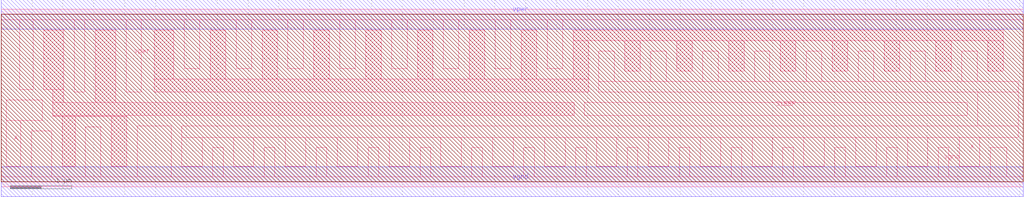
<source format=lef>
VERSION 5.7 ;
BUSBITCHARS "[]" ;
DIVIDERCHAR "/" ;
UNITS
  TIME NANOSECONDS 1 ;
  CAPACITANCE PICOFARADS 1 ;
  RESISTANCE OHMS 1 ;
  DATABASE MICRONS 1000 ;
END UNITS
MANUFACTURINGGRID 0.005 ;

SITE unithd
    SYMMETRY Y  ;
    CLASS CORE  ;
    SIZE  0.460 BY 2.720 ;
END unithd

LAYER li1
    TYPE ROUTING ;
    DIRECTION VERTICAL ;

    PITCH 0.46 0.34 ;
    OFFSET 0.23 0.17 ;

    WIDTH    0.170 ;                    # LI 1
    # SPACING  0.170 ;                    # LI 2
  SPACINGTABLE
    PARALLELRUNLENGTH 0
    WIDTH 0 0.170000 ;
    AREA 0.0561 ;                       # LI 6
    THICKNESS 0.10 ; 

    RESISTANCE RPERSQ 12.2 ;

    ANTENNAMODEL OXIDE1 ;
    ANTENNADIFFSIDEAREARATIO PWL ( ( 0.0 75.0 ) ( 0.0125 75.0 ) ( 0.0225 85.125 ) ( 22.5 10200.0 ) ) ;


END li1

LAYER mcon
  TYPE CUT ;
  WIDTH   0.17 ;		# Mcon 1
  SPACING 0.19 ;		# Mcon 2
  ENCLOSURE BELOW 0.0 0.0 ;	# Mcon 4
  ENCLOSURE ABOVE 0.030 0.060 ; # Met1 4 / Met1 5

  DCCURRENTDENSITY AVERAGE 0.36 ; # mA per via Iavg_max at Tj = 90oC
  ANTENNADIFFAREARATIO PWL ( ( 0.0 3.0 ) ( 0.0125 3.0 ) ( 0.0225 3.405 ) ( 22.5 408.0 ) ) ;

END mcon

LAYER met1
    TYPE ROUTING ;
    DIRECTION HORIZONTAL ;

    PITCH 0.34 ;
    OFFSET 0.17 ;

    WIDTH    0.140 ;                    # Met1 1
    #SPACING  0.140 ;                    # Met1 2
    #SPACING  0.280 RANGE 3.001 100 ;	# Met1 3b
    SPACINGTABLE
	  PARALLELRUNLENGTH 0.000
	    WIDTH 0.000 0.140000
	    WIDTH 3.000000 0.280000
	    ;
    AREA 0.083 ;                        # Met1 6
    THICKNESS 0.35 ; 

    ANTENNAMODEL OXIDE1 ;
    ANTENNADIFFSIDEAREARATIO PWL ( ( 0.000000 400.000000 ) ( 0.012500 400.000000 ) ( 0.022500 2609.000000 ) ( 22.500000 11600.000000 ) ) ;

    EDGECAPACITANCE 1.79 ;
    CAPACITANCE CPERSQDIST 25800000 ;
    DCCURRENTDENSITY AVERAGE 2.8 ; # mA/um Iavg_max at Tj = 90oC
    ACCURRENTDENSITY RMS 6.1 ; # mA/um Irms_max at Tj = 90oC
    MAXIMUMDENSITY 70.0 ;
    DENSITYCHECKWINDOW 700.0 700.0 ;
    DENSITYCHECKSTEP 70.0 ;

    RESISTANCE RPERSQ 0.125 ;
END met1

LAYER via
  TYPE CUT ;
  WIDTH   0.15 ;		# Via 1a
  SPACING 0.17  ;		# Via 2
  ENCLOSURE BELOW 0.055 0.085 ; # Via 4a / Via 5a
  ENCLOSURE ABOVE 0.055 0.085 ; # Met2 4 / Met2 5
  ANTENNADIFFAREARATIO PWL ( ( 0.0 6.0 ) ( 0.0125 6.0 ) ( 0.0225 6.81 ) ( 22.5 816.0 ) ) ;
  DCCURRENTDENSITY AVERAGE 0.29 ; # mA per via Iavg_max at Tj = 90oC
END via

LAYER met2
    TYPE ROUTING ;
    DIRECTION VERTICAL ;

    PITCH  0.46 ;
    OFFSET 0.23 ;

    WIDTH    0.140 ;                    # Met2 1
    #SPACING  0.140 ;                    # Met2 2
    #SPACING  0.280 RANGE 3.001 100 ;	# Met2 3b
    SPACINGTABLE
	  PARALLELRUNLENGTH 0.000
	    WIDTH 0.000 0.140000
	    WIDTH 3.000000 0.28000 ;
    AREA 0.0676 ;                       # Met2 6
    THICKNESS 0.35 ; 

    ANTENNAMODEL OXIDE1 ;
    CAPACITANCE CPERSQDIST 17500000 ;
    DCCURRENTDENSITY AVERAGE 2.8 ; # mA/um Iavg_max at Tj = 90oC
    ACCURRENTDENSITY RMS 6.1 ; # mA/um Irms_max at Tj = 90oC
    ANTENNADIFFSIDEAREARATIO PWL ( ( 0.0 400.0 ) ( 0.0125 400.0 ) ( 0.0225 2609.0 ) ( 22.5 11600.0 ) ) ;
    
    MAXIMUMDENSITY 70.0 ;
    DENSITYCHECKWINDOW 700.0 700.0 ;
    DENSITYCHECKSTEP 70.0 ;
    RESISTANCE RPERSQ 0.125 ;
END met2

LAYER via2
  TYPE CUT ;
  WIDTH   0.20 ;		# Via2 1
  SPACING 0.20 ;		# Via2 2
  ENCLOSURE BELOW 0.040 0.085 ;	# Via2 4
  ENCLOSURE ABOVE 0.065 0.065 ;	# Met3 4
  ANTENNADIFFAREARATIO PWL ( ( 0.0 6.0 ) ( 0.0125 6.0 ) ( 0.0225 6.81 ) ( 22.5 816.0 ) ) ;
  DCCURRENTDENSITY AVERAGE 0.48 ; # mA per via Iavg_max at Tj = 90oC

END via2

LAYER met3
    TYPE ROUTING ;
    DIRECTION HORIZONTAL ;

    PITCH  0.68 ;
    OFFSET 0.34 ;

    WIDTH    0.300 ;            # Met3 1
    #SPACING  0.300 ;		# Met3 2
    SPACINGTABLE
	    PARALLELRUNLENGTH 0
	    WIDTH 0 0.30
	    WIDTH 3.0 0.40 ;
    AREA     0.240 ;            # Met3 6
    THICKNESS 0.8 ;

    EDGECAPACITANCE 1.86 ;
    CAPACITANCE CPERSQDIST 12600000 ;
    DCCURRENTDENSITY AVERAGE 6.8 ; # mA/um Iavg_max at Tj = 90oC
    ACCURRENTDENSITY RMS 14.9 ; # mA/um Irms_max at Tj = 90oC

    ANTENNAMODEL OXIDE1 ;
    ANTENNADIFFSIDEAREARATIO PWL ( ( 0.0 400.0 ) ( 0.0125 400.0 ) ( 0.0225 2609.0 ) ( 22.5 11600.0 ) ) ;

    MAXIMUMDENSITY 70.0 ;
    DENSITYCHECKWINDOW 700.0 700.0 ;
    DENSITYCHECKSTEP 70.0 ;
    RESISTANCE RPERSQ 0.047 ;
END met3

LAYER via3
  TYPE CUT ;

  WIDTH   0.20 ;		# Via3 1
  SPACING 0.20 ;		# Via3 2
  ENCLOSURE BELOW 0.060 0.090 ;	# Via3 4 / Via3 5
  ENCLOSURE ABOVE 0.065 0.065 ;	# Met4 3
  ANTENNADIFFAREARATIO PWL ( ( 0.0 6.0 ) ( 0.0125 6.0 ) ( 0.0225 6.81 ) ( 22.5 816.0 ) ) ;
  DCCURRENTDENSITY AVERAGE 0.48 ; # mA per via Iavg_max at Tj = 90oC
END via3

LAYER met4
    TYPE ROUTING ;
    DIRECTION VERTICAL ;

    PITCH  0.92 ;
    OFFSET 0.46 ;

    WIDTH    0.300 ;            # Met4 1
    #SPACING  0.300 ;		# Met4 2
    
    SPACINGTABLE
	    PARALLELRUNLENGTH 0
	    WIDTH 0 0.30 
	    WIDTH 3.0 0.40 ;
    AREA     0.240 ;            # Met4 4a

    THICKNESS 0.8 ;

    EDGECAPACITANCE 1.29 ;
    CAPACITANCE CPERSQDIST 8670000 ;
    DCCURRENTDENSITY AVERAGE 6.8 ; # mA/um Iavg_max at Tj = 90oC
    ACCURRENTDENSITY RMS 14.9 ; # mA/um Irms_max at Tj = 90oC
    ANTENNAMODEL OXIDE1 ;
    ANTENNADIFFSIDEAREARATIO PWL ( ( 0.0 400.0 ) ( 0.0125 400.0 ) ( 0.0225 2609.0 ) ( 22.5 11600.0 ) ) ;

    MAXIMUMDENSITY 70.0 ;
    DENSITYCHECKWINDOW 700.0 700.0 ;
    DENSITYCHECKSTEP 70.0 ;
    RESISTANCE RPERSQ 0.047 ;
END met4

LAYER via4
  TYPE CUT ;

  WIDTH   0.80 ;		# Via4 1
  SPACING 0.80 ;		# Via4 2
  ENCLOSURE BELOW 0.190 0.190 ;	# Via4 4
  ENCLOSURE ABOVE 0.310 0.310 ;	# Met5 3
  ANTENNADIFFAREARATIO PWL ( ( 0.0 6.0 ) ( 0.0125 6.0 ) ( 0.0225 6.81 ) ( 22.5 816.0 ) ) ;
  DCCURRENTDENSITY AVERAGE 2.49 ; # mA per via Iavg_max at Tj = 90oC
END via4

LAYER met5
    TYPE ROUTING ;
    DIRECTION HORIZONTAL ;

    PITCH  3.4 ;
    OFFSET 1.7 ; 

    WIDTH    1.600 ;       # Met5 1
    #SPACING  1.600 ;       # Met5 2
    SPACINGTABLE
	    PARALLELRUNLENGTH 0
	    WIDTH 0 1.600 ;
    AREA     4.000 ;       # Met5 4

    THICKNESS 1.2 ;

    ANTENNAMODEL OXIDE1 ;
    EDGECAPACITANCE 4.96 ;
    CAPACITANCE CPERSQDIST 6480000 ;
    DCCURRENTDENSITY AVERAGE 10.17 ; # mA/um Iavg_max at Tj = 90oC
    ACCURRENTDENSITY RMS 22.34 ; # mA/um Irms_max at Tj = 90oC
    ANTENNADIFFSIDEAREARATIO PWL ( ( 0.0 400.0 ) ( 0.0125 400.0 ) ( 0.0225 2609.0 ) ( 22.5 11600.0 ) ) ;
    
    RESISTANCE RPERSQ 0.0285 ;
END met5

### Routing via cells section   ###
# Plus via rule, metals are along the prefered direction
VIA L1M1_PR DEFAULT
  LAYER mcon ;
  RECT -0.085000 -0.085000 0.085000 0.085000 ;
  LAYER li1 ;
  RECT -0.085000 -0.085000 0.085000 0.085000 ;
  LAYER met1 ;
  RECT -0.145000 -0.115000 0.145000 0.115000 ;
END L1M1_PR

VIARULE L1M1_PR GENERATE
  LAYER li1 ;
  ENCLOSURE 0.000000 0.000000 ;
  LAYER met1 ;
  ENCLOSURE 0.060000 0.030000 ;
  LAYER mcon ;
  RECT -0.085000 -0.085000 0.085000 0.085000 ;
  SPACING 0.360000 BY 0.360000 ;
END L1M1_PR

# Plus via rule, metals are along the non prefered direction
VIA L1M1_PR_R DEFAULT
  LAYER mcon ;
  RECT -0.085000 -0.085000 0.085000 0.085000 ;
  LAYER li1 ;
  RECT -0.085000 -0.085000 0.085000 0.085000 ;
  LAYER met1 ;
  RECT -0.115000 -0.145000 0.115000 0.145000 ;
END L1M1_PR_R

VIARULE L1M1_PR_R GENERATE
  LAYER li1 ;
  ENCLOSURE 0.000000 0.000000 ;
  LAYER met1 ;
  ENCLOSURE 0.030000 0.060000 ;
  LAYER mcon ;
  RECT -0.085000 -0.085000 0.085000 0.085000 ;
  SPACING 0.360000 BY 0.360000 ;
END L1M1_PR_R

# Minus via rule, lower layer metal is along prefered direction
VIA L1M1_PR_M DEFAULT
  LAYER mcon ;
  RECT -0.085000 -0.085000 0.085000 0.085000 ;
  LAYER li1 ;
  RECT -0.085000 -0.085000 0.085000 0.085000 ;
  LAYER met1 ;
  RECT -0.115000 -0.145000 0.115000 0.145000 ;
END L1M1_PR_M

VIARULE L1M1_PR_M GENERATE
  LAYER li1 ;
  ENCLOSURE 0.000000 0.000000 ;
  LAYER met1 ;
  ENCLOSURE 0.030000 0.060000 ;
  LAYER mcon ;
  RECT -0.085000 -0.085000 0.085000 0.085000 ;
  SPACING 0.360000 BY 0.360000 ;
END L1M1_PR_M

# Minus via rule, upper layer metal is along prefered direction
VIA L1M1_PR_MR DEFAULT
  LAYER mcon ;
  RECT -0.085000 -0.085000 0.085000 0.085000 ;
  LAYER li1 ;
  RECT -0.085000 -0.085000 0.085000 0.085000 ;
  LAYER met1 ;
  RECT -0.145000 -0.115000 0.145000 0.115000 ;
END L1M1_PR_MR

VIARULE L1M1_PR_MR GENERATE
  LAYER li1 ;
  ENCLOSURE 0.000000 0.000000 ;
  LAYER met1 ;
  ENCLOSURE 0.060000 0.030000 ;
  LAYER mcon ;
  RECT -0.085000 -0.085000 0.085000 0.085000 ;
  SPACING 0.360000 BY 0.360000 ;
END L1M1_PR_MR

# Centered via rule, we really do not want to use it
VIA L1M1_PR_C DEFAULT
  LAYER mcon ;
  RECT -0.085000 -0.085000 0.085000 0.085000 ;
  LAYER li1 ;
  RECT -0.085000 -0.085000 0.085000 0.085000 ;
  LAYER met1 ;
  RECT -0.145000 -0.145000 0.145000 0.145000 ;
END L1M1_PR_C

VIARULE L1M1_PR_C GENERATE
  LAYER li1 ;
  ENCLOSURE 0.000000 0.000000 ;
  LAYER met1 ;
  ENCLOSURE 0.060000 0.060000 ;
  LAYER mcon ;
  RECT -0.085000 -0.085000 0.085000 0.085000 ;
  SPACING 0.360000 BY 0.360000 ;
END L1M1_PR_C

# Plus via rule, metals are along the prefered direction
VIA M1M2_PR DEFAULT
  LAYER via ;
  RECT -0.075000 -0.075000 0.075000 0.075000 ;
  LAYER met1 ;
  RECT -0.160000 -0.130000 0.160000 0.130000 ;
  LAYER met2 ;
  RECT -0.130000 -0.160000 0.130000 0.160000 ;
END M1M2_PR

VIARULE M1M2_PR GENERATE
  LAYER met1 ;
  ENCLOSURE 0.085000 0.055000 ;
  LAYER met2 ;
  ENCLOSURE 0.055000 0.085000 ;
  LAYER via ;
  RECT -0.075000 -0.075000 0.075000 0.075000 ;
  SPACING 0.320000 BY 0.320000 ;
END M1M2_PR

# Plus via rule, metals are along the non prefered direction
VIA M1M2_PR_R DEFAULT
  LAYER via ;
  RECT -0.075000 -0.075000 0.075000 0.075000 ;
  LAYER met1 ;
  RECT -0.130000 -0.160000 0.130000 0.160000 ;
  LAYER met2 ;
  RECT -0.160000 -0.130000 0.160000 0.130000 ;
END M1M2_PR_R

VIARULE M1M2_PR_R GENERATE
  LAYER met1 ;
  ENCLOSURE 0.055000 0.085000 ;
  LAYER met2 ;
  ENCLOSURE 0.085000 0.055000 ;
  LAYER via ;
  RECT -0.075000 -0.075000 0.075000 0.075000 ;
  SPACING 0.320000 BY 0.320000 ;
END M1M2_PR_R

# Minus via rule, lower layer metal is along prefered direction
VIA M1M2_PR_M DEFAULT
  LAYER via ;
  RECT -0.075000 -0.075000 0.075000 0.075000 ;
  LAYER met1 ;
  RECT -0.160000 -0.130000 0.160000 0.130000 ;
  LAYER met2 ;
  RECT -0.160000 -0.130000 0.160000 0.130000 ;
END M1M2_PR_M

VIARULE M1M2_PR_M GENERATE
  LAYER met1 ;
  ENCLOSURE 0.085000 0.055000 ;
  LAYER met2 ;
  ENCLOSURE 0.085000 0.055000 ;
  LAYER via ;
  RECT -0.075000 -0.075000 0.075000 0.075000 ;
  SPACING 0.320000 BY 0.320000 ;
END M1M2_PR_M

# Minus via rule, upper layer metal is along prefered direction
VIA M1M2_PR_MR DEFAULT
  LAYER via ;
  RECT -0.075000 -0.075000 0.075000 0.075000 ;
  LAYER met1 ;
  RECT -0.130000 -0.160000 0.130000 0.160000 ;
  LAYER met2 ;
  RECT -0.130000 -0.160000 0.130000 0.160000 ;
END M1M2_PR_MR

VIARULE M1M2_PR_MR GENERATE
  LAYER met1 ;
  ENCLOSURE 0.055000 0.085000 ;
  LAYER met2 ;
  ENCLOSURE 0.055000 0.085000 ;
  LAYER via ;
  RECT -0.075000 -0.075000 0.075000 0.075000 ;
  SPACING 0.320000 BY 0.320000 ;
END M1M2_PR_MR

# Centered via rule, we really do not want to use it
VIA M1M2_PR_C DEFAULT
  LAYER via ;
  RECT -0.075000 -0.075000 0.075000 0.075000 ;
  LAYER met1 ;
  RECT -0.160000 -0.160000 0.160000 0.160000 ;
  LAYER met2 ;
  RECT -0.160000 -0.160000 0.160000 0.160000 ;
END M1M2_PR_C

VIARULE M1M2_PR_C GENERATE
  LAYER met1 ;
  ENCLOSURE 0.085000 0.085000 ;
  LAYER met2 ;
  ENCLOSURE 0.085000 0.085000 ;
  LAYER via ;
  RECT -0.075000 -0.075000 0.075000 0.075000 ;
  SPACING 0.320000 BY 0.320000 ;
END M1M2_PR_C

# Plus via rule, metals are along the prefered direction
VIA M2M3_PR DEFAULT
  LAYER via2 ;
  RECT -0.100000 -0.100000 0.100000 0.100000 ;
  LAYER met2 ;
  RECT -0.140000 -0.185000 0.140000 0.185000 ;
  LAYER met3 ;
  RECT -0.165000 -0.165000 0.165000 0.165000 ;
END M2M3_PR

VIARULE M2M3_PR GENERATE
  LAYER met2 ;
  ENCLOSURE 0.040000 0.085000 ;
  LAYER met3 ;
  ENCLOSURE 0.065000 0.065000 ;
  LAYER via2 ;
  RECT -0.100000 -0.100000 0.100000 0.100000 ;
  SPACING 0.400000 BY 0.400000 ;
END M2M3_PR

# Plus via rule, metals are along the non prefered direction
VIA M2M3_PR_R DEFAULT
  LAYER via2 ;
  RECT -0.100000 -0.100000 0.100000 0.100000 ;
  LAYER met2 ;
  RECT -0.185000 -0.140000 0.185000 0.140000 ;
  LAYER met3 ;
  RECT -0.165000 -0.165000 0.165000 0.165000 ;
END M2M3_PR_R

VIARULE M2M3_PR_R GENERATE
  LAYER met2 ;
  ENCLOSURE 0.085000 0.040000 ;
  LAYER met3 ;
  ENCLOSURE 0.065000 0.065000 ;
  LAYER via2 ;
  RECT -0.100000 -0.100000 0.100000 0.100000 ;
  SPACING 0.400000 BY 0.400000 ;
END M2M3_PR_R

# Minus via rule, lower layer metal is along prefered direction
VIA M2M3_PR_M DEFAULT
  LAYER via2 ;
  RECT -0.100000 -0.100000 0.100000 0.100000 ;
  LAYER met2 ;
  RECT -0.140000 -0.185000 0.140000 0.185000 ;
  LAYER met3 ;
  RECT -0.165000 -0.165000 0.165000 0.165000 ;
END M2M3_PR_M

VIARULE M2M3_PR_M GENERATE
  LAYER met2 ;
  ENCLOSURE 0.040000 0.085000 ;
  LAYER met3 ;
  ENCLOSURE 0.065000 0.065000 ;
  LAYER via2 ;
  RECT -0.100000 -0.100000 0.100000 0.100000 ;
  SPACING 0.400000 BY 0.400000 ;
END M2M3_PR_M

# Minus via rule, upper layer metal is along prefered direction
VIA M2M3_PR_MR DEFAULT
  LAYER via2 ;
  RECT -0.100000 -0.100000 0.100000 0.100000 ;
  LAYER met2 ;
  RECT -0.185000 -0.140000 0.185000 0.140000 ;
  LAYER met3 ;
  RECT -0.165000 -0.165000 0.165000 0.165000 ;
END M2M3_PR_MR

VIARULE M2M3_PR_MR GENERATE
  LAYER met2 ;
  ENCLOSURE 0.085000 0.040000 ;
  LAYER met3 ;
  ENCLOSURE 0.065000 0.065000 ;
  LAYER via2 ;
  RECT -0.100000 -0.100000 0.100000 0.100000 ;
  SPACING 0.400000 BY 0.400000 ;
END M2M3_PR_MR

# Centered via rule, we really do not want to use it
VIA M2M3_PR_C DEFAULT
  LAYER via2 ;
  RECT -0.100000 -0.100000 0.100000 0.100000 ;
  LAYER met2 ;
  RECT -0.185000 -0.185000 0.185000 0.185000 ;
  LAYER met3 ;
  RECT -0.165000 -0.165000 0.165000 0.165000 ;
END M2M3_PR_C

VIARULE M2M3_PR_C GENERATE
  LAYER met2 ;
  ENCLOSURE 0.085000 0.085000 ;
  LAYER met3 ;
  ENCLOSURE 0.065000 0.065000 ;
  LAYER via2 ;
  RECT -0.100000 -0.100000 0.100000 0.100000 ;
  SPACING 0.400000 BY 0.400000 ;
END M2M3_PR_C

# Plus via rule, metals are along the prefered direction
VIA M3M4_PR DEFAULT
  LAYER via3 ;
  RECT -0.100000 -0.100000 0.100000 0.100000 ;
  LAYER met3 ;
  RECT -0.190000 -0.160000 0.190000 0.160000 ;
  LAYER met4 ;
  RECT -0.165000 -0.165000 0.165000 0.165000 ;
END M3M4_PR

VIARULE M3M4_PR GENERATE
  LAYER met3 ;
  ENCLOSURE 0.090000 0.060000 ;
  LAYER met4 ;
  ENCLOSURE 0.065000 0.065000 ;
  LAYER via3 ;
  RECT -0.100000 -0.100000 0.100000 0.100000 ;
  SPACING 0.400000 BY 0.400000 ;
END M3M4_PR

# Plus via rule, metals are along the non prefered direction
VIA M3M4_PR_R DEFAULT
  LAYER via3 ;
  RECT -0.100000 -0.100000 0.100000 0.100000 ;
  LAYER met3 ;
  RECT -0.160000 -0.190000 0.160000 0.190000 ;
  LAYER met4 ;
  RECT -0.165000 -0.165000 0.165000 0.165000 ;
END M3M4_PR_R

VIARULE M3M4_PR_R GENERATE
  LAYER met3 ;
  ENCLOSURE 0.060000 0.090000 ;
  LAYER met4 ;
  ENCLOSURE 0.065000 0.065000 ;
  LAYER via3 ;
  RECT -0.100000 -0.100000 0.100000 0.100000 ;
  SPACING 0.400000 BY 0.400000 ;
END M3M4_PR_R

# Minus via rule, lower layer metal is along prefered direction
VIA M3M4_PR_M DEFAULT
  LAYER via3 ;
  RECT -0.100000 -0.100000 0.100000 0.100000 ;
  LAYER met3 ;
  RECT -0.190000 -0.160000 0.190000 0.160000 ;
  LAYER met4 ;
  RECT -0.165000 -0.165000 0.165000 0.165000 ;
END M3M4_PR_M

VIARULE M3M4_PR_M GENERATE
  LAYER met3 ;
  ENCLOSURE 0.090000 0.060000 ;
  LAYER met4 ;
  ENCLOSURE 0.065000 0.065000 ;
  LAYER via3 ;
  RECT -0.100000 -0.100000 0.100000 0.100000 ;
  SPACING 0.400000 BY 0.400000 ;
END M3M4_PR_M

# Minus via rule, upper layer metal is along prefered direction
VIA M3M4_PR_MR DEFAULT
  LAYER via3 ;
  RECT -0.100000 -0.100000 0.100000 0.100000 ;
  LAYER met3 ;
  RECT -0.160000 -0.190000 0.160000 0.190000 ;
  LAYER met4 ;
  RECT -0.165000 -0.165000 0.165000 0.165000 ;
END M3M4_PR_MR

VIARULE M3M4_PR_MR GENERATE
  LAYER met3 ;
  ENCLOSURE 0.060000 0.090000 ;
  LAYER met4 ;
  ENCLOSURE 0.065000 0.065000 ;
  LAYER via3 ;
  RECT -0.100000 -0.100000 0.100000 0.100000 ;
  SPACING 0.400000 BY 0.400000 ;
END M3M4_PR_MR

# Centered via rule, we really do not want to use it
VIA M3M4_PR_C DEFAULT
  LAYER via3 ;
  RECT -0.100000 -0.100000 0.100000 0.100000 ;
  LAYER met3 ;
  RECT -0.190000 -0.190000 0.190000 0.190000 ;
  LAYER met4 ;
  RECT -0.165000 -0.165000 0.165000 0.165000 ;
END M3M4_PR_C

VIARULE M3M4_PR_C GENERATE
  LAYER met3 ;
  ENCLOSURE 0.090000 0.090000 ;
  LAYER met4 ;
  ENCLOSURE 0.065000 0.065000 ;
  LAYER via3 ;
  RECT -0.100000 -0.100000 0.100000 0.100000 ;
  SPACING 0.400000 BY 0.400000 ;
END M3M4_PR_C

# Plus via rule, metals are along the prefered direction
VIA M4M5_PR DEFAULT
  LAYER via4 ;
  RECT -0.400000 -0.400000 0.400000 0.400000 ;
  LAYER met4 ;
  RECT -0.590000 -0.590000 0.590000 0.590000 ;
  LAYER met5 ;
  RECT -0.710000 -0.710000 0.710000 0.710000 ;
END M4M5_PR

VIARULE M4M5_PR GENERATE
  LAYER met4 ;
  ENCLOSURE 0.190000 0.190000 ;
  LAYER met5 ;
  ENCLOSURE 0.310000 0.310000 ;
  LAYER via4 ;
  RECT -0.400000 -0.400000 0.400000 0.400000 ;
  SPACING 1.600000 BY 1.600000 ;
END M4M5_PR

# Plus via rule, metals are along the non prefered direction
VIA M4M5_PR_R DEFAULT
  LAYER via4 ;
  RECT -0.400000 -0.400000 0.400000 0.400000 ;
  LAYER met4 ;
  RECT -0.590000 -0.590000 0.590000 0.590000 ;
  LAYER met5 ;
  RECT -0.710000 -0.710000 0.710000 0.710000 ;
END M4M5_PR_R

VIARULE M4M5_PR_R GENERATE
  LAYER met4 ;
  ENCLOSURE 0.190000 0.190000 ;
  LAYER met5 ;
  ENCLOSURE 0.310000 0.310000 ;
  LAYER via4 ;
  RECT -0.400000 -0.400000 0.400000 0.400000 ;
  SPACING 1.600000 BY 1.600000 ;
END M4M5_PR_R

# Minus via rule, lower layer metal is along prefered direction
VIA M4M5_PR_M DEFAULT
  LAYER via4 ;
  RECT -0.400000 -0.400000 0.400000 0.400000 ;
  LAYER met4 ;
  RECT -0.590000 -0.590000 0.590000 0.590000 ;
  LAYER met5 ;
  RECT -0.710000 -0.710000 0.710000 0.710000 ;
END M4M5_PR_M

VIARULE M4M5_PR_M GENERATE
  LAYER met4 ;
  ENCLOSURE 0.190000 0.190000 ;
  LAYER met5 ;
  ENCLOSURE 0.310000 0.310000 ;
  LAYER via4 ;
  RECT -0.400000 -0.400000 0.400000 0.400000 ;
  SPACING 1.600000 BY 1.600000 ;
END M4M5_PR_M

# Minus via rule, upper layer metal is along prefered direction
VIA M4M5_PR_MR DEFAULT
  LAYER via4 ;
  RECT -0.400000 -0.400000 0.400000 0.400000 ;
  LAYER met4 ;
  RECT -0.590000 -0.590000 0.590000 0.590000 ;
  LAYER met5 ;
  RECT -0.710000 -0.710000 0.710000 0.710000 ;
END M4M5_PR_MR

VIARULE M4M5_PR_MR GENERATE
  LAYER met4 ;
  ENCLOSURE 0.190000 0.190000 ;
  LAYER met5 ;
  ENCLOSURE 0.310000 0.310000 ;
  LAYER via4 ;
  RECT -0.400000 -0.400000 0.400000 0.400000 ;
  SPACING 1.600000 BY 1.600000 ;
END M4M5_PR_MR

# Centered via rule, we really do not want to use it
VIA M4M5_PR_C DEFAULT
  LAYER via4 ;
  RECT -0.400000 -0.400000 0.400000 0.400000 ;
  LAYER met4 ;
  RECT -0.590000 -0.590000 0.590000 0.590000 ;
  LAYER met5 ;
  RECT -0.710000 -0.710000 0.710000 0.710000 ;
END M4M5_PR_C

VIARULE M4M5_PR_C GENERATE
  LAYER met4 ;
  ENCLOSURE 0.190000 0.190000 ;
  LAYER met5 ;
  ENCLOSURE 0.310000 0.310000 ;
  LAYER via4 ;
  RECT -0.400000 -0.400000 0.400000 0.400000 ;
  SPACING 1.600000 BY 1.600000 ;
END M4M5_PR_C
###  end of single via cells   ###



MACRO scs8hd_a2111o_1
  CLASS CORE ;
  ORIGIN 0 0 ;
  SIZE 4.14 BY 2.72 ;
  SYMMETRY X Y R90 ;
  SITE unithd ;

  PIN C1
    DIRECTION INPUT ;
    USE SIGNAL ;
    PORT
      LAYER li1 ;
        RECT 1.89 1.05 2.22 2.465 ;
    END
    ANTENNAGATEAREA 0.2475 LAYER met1 ;
    ANTENNAGATEAREA 0.2475 LAYER met2 ;
    ANTENNAGATEAREA 0.2475 LAYER met3 ;
    ANTENNAGATEAREA 0.2475 LAYER met4 ;
    ANTENNAGATEAREA 0.2475 LAYER met5 ;
  END C1

  PIN A2
    DIRECTION INPUT ;
    USE SIGNAL ;
    PORT
      LAYER li1 ;
        RECT 3.51 1.025 4.01 1.29 ;
    END
    ANTENNAGATEAREA 0.2475 LAYER met1 ;
    ANTENNAGATEAREA 0.2475 LAYER met2 ;
    ANTENNAGATEAREA 0.2475 LAYER met3 ;
    ANTENNAGATEAREA 0.2475 LAYER met4 ;
    ANTENNAGATEAREA 0.2475 LAYER met5 ;
  END A2

  PIN A1
    DIRECTION INPUT ;
    USE SIGNAL ;
    PORT
      LAYER li1 ;
        RECT 2.985 0.285 3.54 0.845 ;
        RECT 2.985 0.845 3.29 0.995 ;
        RECT 2.905 0.995 3.29 1.325 ;
    END
    ANTENNAGATEAREA 0.2475 LAYER met1 ;
    ANTENNAGATEAREA 0.2475 LAYER met2 ;
    ANTENNAGATEAREA 0.2475 LAYER met3 ;
    ANTENNAGATEAREA 0.2475 LAYER met4 ;
    ANTENNAGATEAREA 0.2475 LAYER met5 ;
  END A1

  PIN D1
    DIRECTION INPUT ;
    USE SIGNAL ;
    PORT
      LAYER li1 ;
        RECT 1.29 1.05 1.72 1.29 ;
        RECT 1.515 1.29 1.72 2.465 ;
    END
    ANTENNAGATEAREA 0.2475 LAYER met1 ;
    ANTENNAGATEAREA 0.2475 LAYER met2 ;
    ANTENNAGATEAREA 0.2475 LAYER met3 ;
    ANTENNAGATEAREA 0.2475 LAYER met4 ;
    ANTENNAGATEAREA 0.2475 LAYER met5 ;
  END D1

  PIN X
    DIRECTION OUTPUT ;
    USE SIGNAL ;
    PORT
      LAYER li1 ;
        RECT 0.135 1.62 0.39 2.46 ;
        RECT 0.135 0.255 0.465 1.62 ;
    END
    ANTENNADIFFAREA 0.5045 LAYER met1 ;
    ANTENNADIFFAREA 0.5045 LAYER met2 ;
    ANTENNADIFFAREA 0.5045 LAYER met3 ;
    ANTENNADIFFAREA 0.5045 LAYER met4 ;
    ANTENNADIFFAREA 0.5045 LAYER met5 ;
  END X

  PIN B1
    DIRECTION INPUT ;
    USE SIGNAL ;
    PORT
      LAYER li1 ;
        RECT 2.4 0.995 2.68 2.465 ;
    END
    ANTENNAGATEAREA 0.2475 LAYER met1 ;
    ANTENNAGATEAREA 0.2475 LAYER met2 ;
    ANTENNAGATEAREA 0.2475 LAYER met3 ;
    ANTENNAGATEAREA 0.2475 LAYER met4 ;
    ANTENNAGATEAREA 0.2475 LAYER met5 ;
  END B1

  PIN vpwr
    DIRECTION INOUT ;
    USE POWER ;
    SHAPE ABUTMENT ;
    PORT
      LAYER met1 ;
        RECT 0 2.48 4.14 2.96 ;
    END
    PORT
      LAYER li1 ;
        RECT 0 2.635 4.14 2.805 ;
        RECT 3.325 1.835 3.54 2.635 ;
        RECT 0.565 1.815 0.895 2.635 ;
    END
  END vpwr

  PIN vgnd
    DIRECTION INOUT ;
    USE GROUND ;
    SHAPE ABUTMENT ;
    PORT
      LAYER met1 ;
        RECT 0 -0.24 4.14 0.24 ;
    END
    PORT
      LAYER li1 ;
        RECT 0 -0.085 4.14 0.085 ;
        RECT 3.715 0.085 3.955 0.76 ;
        RECT 0.635 0.085 1.31 0.47 ;
        RECT 2.085 0.085 2.43 0.485 ;
    END
  END vgnd


  OBS
    LAYER li1 ;
      RECT 0.695 0.655 2.805 0.825 ;
      RECT 2.6 0.26 2.805 0.655 ;
      RECT 0.695 0.65 1.915 0.655 ;
      RECT 1.585 0.26 1.915 0.65 ;
      RECT 0.695 0.825 0.915 1.465 ;
      RECT 1.135 1.645 1.345 2.46 ;
      RECT 0.695 1.465 1.345 1.645 ;
      RECT 2.86 1.665 3.145 2.46 ;
      RECT 2.86 1.495 3.99 1.665 ;
      RECT 3.72 1.665 3.99 2.46 ;
  END
END scs8hd_a2111o_1
MACRO scs8hd_a2111o_2
  CLASS CORE ;
  ORIGIN 0 0 ;
  SIZE 4.6 BY 2.72 ;
  SYMMETRY X Y R90 ;
  SITE unithd ;

  PIN A2
    DIRECTION INPUT ;
    USE SIGNAL ;
    PORT
      LAYER li1 ;
        RECT 3.945 0.995 4.515 1.74 ;
    END
    ANTENNAGATEAREA 0.2475 LAYER met1 ;
    ANTENNAGATEAREA 0.2475 LAYER met2 ;
    ANTENNAGATEAREA 0.2475 LAYER met3 ;
    ANTENNAGATEAREA 0.2475 LAYER met4 ;
    ANTENNAGATEAREA 0.2475 LAYER met5 ;
  END A2

  PIN X
    DIRECTION OUTPUT ;
    USE SIGNAL ;
    PORT
      LAYER li1 ;
        RECT 0.605 0.255 0.895 2.39 ;
    END
    ANTENNADIFFAREA 0.462 LAYER met1 ;
    ANTENNADIFFAREA 0.462 LAYER met2 ;
    ANTENNADIFFAREA 0.462 LAYER met3 ;
    ANTENNADIFFAREA 0.462 LAYER met4 ;
    ANTENNADIFFAREA 0.462 LAYER met5 ;
  END X

  PIN C1
    DIRECTION INPUT ;
    USE SIGNAL ;
    PORT
      LAYER li1 ;
        RECT 2.425 0.995 2.735 2.355 ;
    END
    ANTENNAGATEAREA 0.2475 LAYER met1 ;
    ANTENNAGATEAREA 0.2475 LAYER met2 ;
    ANTENNAGATEAREA 0.2475 LAYER met3 ;
    ANTENNAGATEAREA 0.2475 LAYER met4 ;
    ANTENNAGATEAREA 0.2475 LAYER met5 ;
  END C1

  PIN B1
    DIRECTION INPUT ;
    USE SIGNAL ;
    PORT
      LAYER li1 ;
        RECT 2.905 0.995 3.195 1.74 ;
    END
    ANTENNAGATEAREA 0.2475 LAYER met1 ;
    ANTENNAGATEAREA 0.2475 LAYER met2 ;
    ANTENNAGATEAREA 0.2475 LAYER met3 ;
    ANTENNAGATEAREA 0.2475 LAYER met4 ;
    ANTENNAGATEAREA 0.2475 LAYER met5 ;
  END B1

  PIN A1
    DIRECTION INPUT ;
    USE SIGNAL ;
    PORT
      LAYER li1 ;
        RECT 3.365 0.955 3.775 1.74 ;
        RECT 3.505 0.825 3.775 0.955 ;
        RECT 3.505 0.29 3.995 0.825 ;
    END
    ANTENNAGATEAREA 0.2475 LAYER met1 ;
    ANTENNAGATEAREA 0.2475 LAYER met2 ;
    ANTENNAGATEAREA 0.2475 LAYER met3 ;
    ANTENNAGATEAREA 0.2475 LAYER met4 ;
    ANTENNAGATEAREA 0.2475 LAYER met5 ;
  END A1

  PIN D1
    DIRECTION INPUT ;
    USE SIGNAL ;
    PORT
      LAYER li1 ;
        RECT 1.96 1.325 2.255 2.355 ;
        RECT 1.885 0.995 2.255 1.325 ;
    END
    ANTENNAGATEAREA 0.2475 LAYER met1 ;
    ANTENNAGATEAREA 0.2475 LAYER met2 ;
    ANTENNAGATEAREA 0.2475 LAYER met3 ;
    ANTENNAGATEAREA 0.2475 LAYER met4 ;
    ANTENNAGATEAREA 0.2475 LAYER met5 ;
  END D1

  PIN vpwr
    DIRECTION INOUT ;
    USE POWER ;
    SHAPE ABUTMENT ;
    PORT
      LAYER met1 ;
        RECT 0 2.48 4.6 2.96 ;
    END
    PORT
      LAYER li1 ;
        RECT 0 2.635 4.6 2.805 ;
        RECT 3.59 2.255 3.92 2.635 ;
        RECT 1.065 1.495 1.315 2.635 ;
        RECT 0.085 1.635 0.435 2.635 ;
    END
  END vpwr

  PIN vgnd
    DIRECTION INOUT ;
    USE GROUND ;
    SHAPE ABUTMENT ;
    PORT
      LAYER met1 ;
        RECT 0 -0.24 4.6 0.24 ;
    END
    PORT
      LAYER li1 ;
        RECT 0 -0.085 4.6 0.085 ;
        RECT 4.165 0.085 4.515 0.805 ;
        RECT 1.065 0.445 1.325 0.865 ;
        RECT 1.065 0.085 2.01 0.445 ;
        RECT 2.59 0.085 2.92 0.445 ;
        RECT 0.085 0.085 0.435 0.885 ;
    END
  END vgnd


  OBS
    LAYER li1 ;
      RECT 3.07 2.085 3.4 2.465 ;
      RECT 3.07 1.915 4.515 2.085 ;
      RECT 4.09 2.085 4.515 2.465 ;
      RECT 1.495 0.615 3.335 0.785 ;
      RECT 3.09 0.255 3.335 0.615 ;
      RECT 2.18 0.255 2.42 0.615 ;
      RECT 1.495 1.495 1.785 2.465 ;
      RECT 1.495 1.325 1.705 1.495 ;
      RECT 1.065 1.075 1.705 1.325 ;
      RECT 1.495 0.785 1.705 1.075 ;
  END
END scs8hd_a2111o_2
MACRO scs8hd_a2111o_4
  CLASS CORE ;
  ORIGIN 0 0 ;
  SIZE 7.82 BY 2.72 ;
  SYMMETRY X Y R90 ;
  SITE unithd ;

  PIN D1
    DIRECTION INPUT ;
    USE SIGNAL ;
    PORT
      LAYER li1 ;
        RECT 0.085 0.975 0.37 1.625 ;
    END
    ANTENNAGATEAREA 0.495 LAYER met1 ;
    ANTENNAGATEAREA 0.495 LAYER met2 ;
    ANTENNAGATEAREA 0.495 LAYER met3 ;
    ANTENNAGATEAREA 0.495 LAYER met4 ;
    ANTENNAGATEAREA 0.495 LAYER met5 ;
  END D1

  PIN X
    DIRECTION OUTPUT ;
    USE SIGNAL ;
    PORT
      LAYER li1 ;
        RECT 7.49 0.805 7.735 1.465 ;
        RECT 6.165 1.465 7.735 1.635 ;
        RECT 6.165 0.635 7.735 0.805 ;
        RECT 6.165 1.635 7.215 1.715 ;
        RECT 6.165 0.255 6.355 0.635 ;
        RECT 7.025 0.255 7.215 0.635 ;
        RECT 6.165 1.715 6.355 2.465 ;
        RECT 7.025 1.715 7.215 2.465 ;
    END
    ANTENNADIFFAREA 0.924 LAYER met1 ;
    ANTENNADIFFAREA 0.924 LAYER met2 ;
    ANTENNADIFFAREA 0.924 LAYER met3 ;
    ANTENNADIFFAREA 0.924 LAYER met4 ;
    ANTENNADIFFAREA 0.924 LAYER met5 ;
  END X

  PIN A2
    DIRECTION INPUT ;
    USE SIGNAL ;
    PORT
      LAYER li1 ;
        RECT 4.675 1.075 5.625 1.275 ;
    END
    ANTENNAGATEAREA 0.495 LAYER met1 ;
    ANTENNAGATEAREA 0.495 LAYER met2 ;
    ANTENNAGATEAREA 0.495 LAYER met3 ;
    ANTENNAGATEAREA 0.495 LAYER met4 ;
    ANTENNAGATEAREA 0.495 LAYER met5 ;
  END A2

  PIN A1
    DIRECTION INPUT ;
    USE SIGNAL ;
    PORT
      LAYER li1 ;
        RECT 3.825 1.075 4.495 1.275 ;
    END
    ANTENNAGATEAREA 0.495 LAYER met1 ;
    ANTENNAGATEAREA 0.495 LAYER met2 ;
    ANTENNAGATEAREA 0.495 LAYER met3 ;
    ANTENNAGATEAREA 0.495 LAYER met4 ;
    ANTENNAGATEAREA 0.495 LAYER met5 ;
  END A1

  PIN B1
    DIRECTION INPUT ;
    USE SIGNAL ;
    PORT
      LAYER li1 ;
        RECT 2.45 0.975 3.255 1.285 ;
    END
    ANTENNAGATEAREA 0.495 LAYER met1 ;
    ANTENNAGATEAREA 0.495 LAYER met2 ;
    ANTENNAGATEAREA 0.495 LAYER met3 ;
    ANTENNAGATEAREA 0.495 LAYER met4 ;
    ANTENNAGATEAREA 0.495 LAYER met5 ;
  END B1

  PIN C1
    DIRECTION INPUT ;
    USE SIGNAL ;
    PORT
      LAYER li1 ;
        RECT 1.04 0.975 2.28 1.285 ;
    END
    ANTENNAGATEAREA 0.495 LAYER met1 ;
    ANTENNAGATEAREA 0.495 LAYER met2 ;
    ANTENNAGATEAREA 0.495 LAYER met3 ;
    ANTENNAGATEAREA 0.495 LAYER met4 ;
    ANTENNAGATEAREA 0.495 LAYER met5 ;
  END C1

  PIN vpwr
    DIRECTION INOUT ;
    USE POWER ;
    SHAPE ABUTMENT ;
    PORT
      LAYER met1 ;
        RECT 0 2.48 7.82 2.96 ;
    END
    PORT
      LAYER li1 ;
        RECT 0 2.635 7.82 2.805 ;
        RECT 7.385 1.805 7.715 2.635 ;
        RECT 4.805 2.255 5.14 2.635 ;
        RECT 3.865 2.165 4.195 2.635 ;
        RECT 5.665 1.8 5.995 2.635 ;
        RECT 6.525 1.885 6.855 2.635 ;
    END
  END vpwr

  PIN vgnd
    DIRECTION INOUT ;
    USE GROUND ;
    SHAPE ABUTMENT ;
    PORT
      LAYER met1 ;
        RECT 0 -0.24 7.82 0.24 ;
    END
    PORT
      LAYER li1 ;
        RECT 0 -0.085 7.82 0.085 ;
        RECT 7.385 0.085 7.715 0.465 ;
        RECT 0.61 0.085 0.94 0.465 ;
        RECT 1.51 0.085 1.84 0.445 ;
        RECT 2.42 0.085 3.295 0.445 ;
        RECT 4.805 0.085 5.14 0.445 ;
        RECT 5.665 0.085 5.995 0.515 ;
        RECT 6.525 0.085 6.855 0.445 ;
    END
  END vgnd


  OBS
    LAYER li1 ;
      RECT 5.795 1.075 7.32 1.245 ;
      RECT 3.465 1.445 5.975 1.625 ;
      RECT 5.795 1.245 5.975 1.445 ;
      RECT 3.465 0.255 4.585 0.445 ;
      RECT 3.465 0.805 3.655 1.445 ;
      RECT 0.18 0.635 3.655 0.805 ;
      RECT 1.11 0.615 3.655 0.635 ;
      RECT 3.465 0.445 3.655 0.615 ;
      RECT 1.11 0.255 1.34 0.615 ;
      RECT 2.015 0.255 2.24 0.615 ;
      RECT 0.54 0.805 0.87 2.125 ;
      RECT 0.18 0.255 0.44 0.635 ;
      RECT 3.825 0.615 5.495 0.785 ;
      RECT 5.31 0.255 5.495 0.615 ;
      RECT 2.34 2.295 3.65 2.465 ;
      RECT 3.32 1.995 3.65 2.295 ;
      RECT 2.34 1.795 2.675 2.295 ;
      RECT 3.32 1.795 5.495 1.995 ;
      RECT 4.365 1.995 4.625 2.415 ;
      RECT 5.31 1.995 5.495 2.465 ;
      RECT 1.4 1.625 1.73 2.125 ;
      RECT 1.4 1.455 3.1 1.625 ;
      RECT 2.845 1.625 3.1 2.125 ;
      RECT 0.11 2.295 2.16 2.465 ;
      RECT 0.11 1.795 0.37 2.295 ;
      RECT 1.9 1.795 2.16 2.295 ;
      RECT 1.04 1.455 1.23 2.295 ;
  END
END scs8hd_a2111o_4
MACRO scs8hd_a2111oi_0
  CLASS CORE ;
  ORIGIN 0 0 ;
  SIZE 3.22 BY 2.72 ;
  SYMMETRY X Y R90 ;
  SITE unithd ;

  PIN D1
    DIRECTION INPUT ;
    USE SIGNAL ;
    PORT
      LAYER li1 ;
        RECT 0.085 0.73 0.435 1.655 ;
    END
    ANTENNAGATEAREA 0.159 LAYER met1 ;
    ANTENNAGATEAREA 0.159 LAYER met2 ;
    ANTENNAGATEAREA 0.159 LAYER met3 ;
    ANTENNAGATEAREA 0.159 LAYER met4 ;
    ANTENNAGATEAREA 0.159 LAYER met5 ;
  END D1

  PIN Y
    DIRECTION OUTPUT ;
    USE SIGNAL ;
    PORT
      LAYER li1 ;
        RECT 0.36 1.825 0.785 2.465 ;
        RECT 0.605 0.885 0.785 1.825 ;
        RECT 0.605 0.635 2.04 0.885 ;
        RECT 0.785 0.615 2.04 0.635 ;
        RECT 1.71 0.28 2.04 0.615 ;
        RECT 0.785 0.255 1.04 0.615 ;
    END
    ANTENNADIFFAREA 0.424 LAYER met1 ;
    ANTENNADIFFAREA 0.424 LAYER met2 ;
    ANTENNADIFFAREA 0.424 LAYER met3 ;
    ANTENNADIFFAREA 0.424 LAYER met4 ;
    ANTENNADIFFAREA 0.424 LAYER met5 ;
  END Y

  PIN C1
    DIRECTION INPUT ;
    USE SIGNAL ;
    PORT
      LAYER li1 ;
        RECT 0.955 1.055 1.325 2.36 ;
    END
    ANTENNAGATEAREA 0.159 LAYER met1 ;
    ANTENNAGATEAREA 0.159 LAYER met2 ;
    ANTENNAGATEAREA 0.159 LAYER met3 ;
    ANTENNAGATEAREA 0.159 LAYER met4 ;
    ANTENNAGATEAREA 0.159 LAYER met5 ;
  END C1

  PIN B1
    DIRECTION INPUT ;
    USE SIGNAL ;
    PORT
      LAYER li1 ;
        RECT 1.495 1.055 1.845 1.735 ;
    END
    ANTENNAGATEAREA 0.159 LAYER met1 ;
    ANTENNAGATEAREA 0.159 LAYER met2 ;
    ANTENNAGATEAREA 0.159 LAYER met3 ;
    ANTENNAGATEAREA 0.159 LAYER met4 ;
    ANTENNAGATEAREA 0.159 LAYER met5 ;
  END B1

  PIN A1
    DIRECTION INPUT ;
    USE SIGNAL ;
    PORT
      LAYER li1 ;
        RECT 2.035 1.07 2.625 1.4 ;
        RECT 2.355 0.66 2.625 1.07 ;
        RECT 2.355 1.4 2.625 1.735 ;
    END
    ANTENNAGATEAREA 0.159 LAYER met1 ;
    ANTENNAGATEAREA 0.159 LAYER met2 ;
    ANTENNAGATEAREA 0.159 LAYER met3 ;
    ANTENNAGATEAREA 0.159 LAYER met4 ;
    ANTENNAGATEAREA 0.159 LAYER met5 ;
  END A1

  PIN A2
    DIRECTION INPUT ;
    USE SIGNAL ;
    PORT
      LAYER li1 ;
        RECT 2.795 0.65 3.135 1.735 ;
    END
    ANTENNAGATEAREA 0.159 LAYER met1 ;
    ANTENNAGATEAREA 0.159 LAYER met2 ;
    ANTENNAGATEAREA 0.159 LAYER met3 ;
    ANTENNAGATEAREA 0.159 LAYER met4 ;
    ANTENNAGATEAREA 0.159 LAYER met5 ;
  END A2

  PIN vgnd
    DIRECTION INOUT ;
    USE GROUND ;
    SHAPE ABUTMENT ;
    PORT
      LAYER met1 ;
        RECT 0 -0.24 3.22 0.24 ;
    END
    PORT
      LAYER li1 ;
        RECT 0 -0.085 3.22 0.085 ;
        RECT 2.47 0.085 2.8 0.48 ;
        RECT 0.285 0.085 0.615 0.465 ;
        RECT 1.21 0.085 1.54 0.445 ;
    END
  END vgnd

  PIN vpwr
    DIRECTION INOUT ;
    USE POWER ;
    SHAPE ABUTMENT ;
    PORT
      LAYER met1 ;
        RECT 0 2.48 3.22 2.96 ;
    END
    PORT
      LAYER li1 ;
        RECT 0 2.635 3.22 2.805 ;
        RECT 2.04 2.255 2.37 2.635 ;
    END
  END vpwr


  OBS
    LAYER li1 ;
      RECT 1.54 2.085 1.87 2.465 ;
      RECT 1.54 1.905 2.87 2.085 ;
      RECT 2.54 2.085 2.87 2.465 ;
  END
END scs8hd_a2111oi_0
MACRO scs8hd_a2111oi_1
  CLASS CORE ;
  ORIGIN 0 0 ;
  SIZE 3.68 BY 2.72 ;
  SYMMETRY X Y R90 ;
  SITE unithd ;

  PIN A1
    DIRECTION INPUT ;
    USE SIGNAL ;
    PORT
      LAYER li1 ;
        RECT 2.44 0.995 2.725 1.4 ;
    END
    ANTENNAGATEAREA 0.2475 LAYER met1 ;
    ANTENNAGATEAREA 0.2475 LAYER met2 ;
    ANTENNAGATEAREA 0.2475 LAYER met3 ;
    ANTENNAGATEAREA 0.2475 LAYER met4 ;
    ANTENNAGATEAREA 0.2475 LAYER met5 ;
  END A1

  PIN A2
    DIRECTION INPUT ;
    USE SIGNAL ;
    PORT
      LAYER li1 ;
        RECT 2.905 1.02 3.54 1.29 ;
        RECT 2.905 0.35 3.09 1.02 ;
    END
    ANTENNAGATEAREA 0.2475 LAYER met1 ;
    ANTENNAGATEAREA 0.2475 LAYER met2 ;
    ANTENNAGATEAREA 0.2475 LAYER met3 ;
    ANTENNAGATEAREA 0.2475 LAYER met4 ;
    ANTENNAGATEAREA 0.2475 LAYER met5 ;
  END A2

  PIN Y
    DIRECTION OUTPUT ;
    USE SIGNAL ;
    PORT
      LAYER li1 ;
        RECT 0.145 0.815 2.3 0.88 ;
        RECT 0.145 0.88 0.53 2.46 ;
        RECT 0.145 0.705 2.42 0.815 ;
        RECT 0.145 0.7 1.375 0.705 ;
        RECT 2.09 0.305 2.42 0.705 ;
        RECT 1.045 0.26 1.375 0.7 ;
    END
    ANTENNADIFFAREA 1.38875 LAYER met1 ;
    ANTENNADIFFAREA 1.38875 LAYER met2 ;
    ANTENNADIFFAREA 1.38875 LAYER met3 ;
    ANTENNADIFFAREA 1.38875 LAYER met4 ;
    ANTENNADIFFAREA 1.38875 LAYER met5 ;
  END Y

  PIN C1
    DIRECTION INPUT ;
    USE SIGNAL ;
    PORT
      LAYER li1 ;
        RECT 1.435 1.05 1.77 2.455 ;
    END
    ANTENNAGATEAREA 0.2475 LAYER met1 ;
    ANTENNAGATEAREA 0.2475 LAYER met2 ;
    ANTENNAGATEAREA 0.2475 LAYER met3 ;
    ANTENNAGATEAREA 0.2475 LAYER met4 ;
    ANTENNAGATEAREA 0.2475 LAYER met5 ;
  END C1

  PIN D1
    DIRECTION INPUT ;
    USE SIGNAL ;
    PORT
      LAYER li1 ;
        RECT 0.785 1.05 1.235 2.455 ;
    END
    ANTENNAGATEAREA 0.2475 LAYER met1 ;
    ANTENNAGATEAREA 0.2475 LAYER met2 ;
    ANTENNAGATEAREA 0.2475 LAYER met3 ;
    ANTENNAGATEAREA 0.2475 LAYER met4 ;
    ANTENNAGATEAREA 0.2475 LAYER met5 ;
  END D1

  PIN B1
    DIRECTION INPUT ;
    USE SIGNAL ;
    PORT
      LAYER li1 ;
        RECT 1.94 1.4 2.215 2.455 ;
        RECT 1.94 1.05 2.27 1.4 ;
    END
    ANTENNAGATEAREA 0.2475 LAYER met1 ;
    ANTENNAGATEAREA 0.2475 LAYER met2 ;
    ANTENNAGATEAREA 0.2475 LAYER met3 ;
    ANTENNAGATEAREA 0.2475 LAYER met4 ;
    ANTENNAGATEAREA 0.2475 LAYER met5 ;
  END B1

  PIN vgnd
    DIRECTION INOUT ;
    USE GROUND ;
    SHAPE ABUTMENT ;
    PORT
      LAYER met1 ;
        RECT 0 -0.24 3.68 0.24 ;
    END
    PORT
      LAYER li1 ;
        RECT 0 -0.085 3.68 0.085 ;
        RECT 3.27 0.085 3.51 0.76 ;
        RECT 0.315 0.085 0.63 0.525 ;
        RECT 1.55 0.085 1.88 0.535 ;
    END
  END vgnd

  PIN vpwr
    DIRECTION INOUT ;
    USE POWER ;
    SHAPE ABUTMENT ;
    PORT
      LAYER met1 ;
        RECT 0 2.48 3.68 2.96 ;
    END
    PORT
      LAYER li1 ;
        RECT 0 2.635 3.68 2.805 ;
        RECT 2.8 1.92 3.13 2.635 ;
    END
  END vpwr


  OBS
    LAYER li1 ;
      RECT 2.395 1.75 2.625 2.46 ;
      RECT 2.395 1.58 3.505 1.75 ;
      RECT 3.31 1.75 3.505 2.46 ;
  END
END scs8hd_a2111oi_1
MACRO scs8hd_a2111oi_2
  CLASS CORE ;
  ORIGIN 0 0 ;
  SIZE 5.52 BY 2.72 ;
  SYMMETRY X Y R90 ;
  SITE unithd ;

  PIN B1
    DIRECTION INPUT ;
    USE SIGNAL ;
    PORT
      LAYER li1 ;
        RECT 2.185 1.03 2.855 1.275 ;
    END
    ANTENNAGATEAREA 0.495 LAYER met1 ;
    ANTENNAGATEAREA 0.495 LAYER met2 ;
    ANTENNAGATEAREA 0.495 LAYER met3 ;
    ANTENNAGATEAREA 0.495 LAYER met4 ;
    ANTENNAGATEAREA 0.495 LAYER met5 ;
  END B1

  PIN Y
    DIRECTION OUTPUT ;
    USE SIGNAL ;
    PORT
      LAYER li1 ;
        RECT 1.97 1.445 3.255 1.625 ;
        RECT 3.025 0.845 3.255 1.445 ;
        RECT 1.97 1.625 2.14 1.85 ;
        RECT 0.12 0.805 3.255 0.845 ;
        RECT 0.9 1.85 2.14 2.105 ;
        RECT 0.12 0.615 5.355 0.805 ;
        RECT 5.02 0.295 5.355 0.615 ;
        RECT 2.965 0.275 3.295 0.615 ;
        RECT 0.12 0.255 0.38 0.615 ;
        RECT 1.05 0.255 1.295 0.615 ;
        RECT 1.965 0.255 2.295 0.615 ;
    END
    ANTENNADIFFAREA 1.21275 LAYER met1 ;
    ANTENNADIFFAREA 1.21275 LAYER met2 ;
    ANTENNADIFFAREA 1.21275 LAYER met3 ;
    ANTENNADIFFAREA 1.21275 LAYER met4 ;
    ANTENNADIFFAREA 1.21275 LAYER met5 ;
  END Y

  PIN A1
    DIRECTION INPUT ;
    USE SIGNAL ;
    PORT
      LAYER li1 ;
        RECT 3.465 1.445 5.29 1.675 ;
        RECT 4.895 0.995 5.29 1.445 ;
        RECT 3.465 0.985 3.715 1.445 ;
    END
    ANTENNAGATEAREA 0.495 LAYER met1 ;
    ANTENNAGATEAREA 0.495 LAYER met2 ;
    ANTENNAGATEAREA 0.495 LAYER met3 ;
    ANTENNAGATEAREA 0.495 LAYER met4 ;
    ANTENNAGATEAREA 0.495 LAYER met5 ;
  END A1

  PIN A2
    DIRECTION INPUT ;
    USE SIGNAL ;
    PORT
      LAYER li1 ;
        RECT 3.97 1.015 4.725 1.275 ;
    END
    ANTENNAGATEAREA 0.495 LAYER met1 ;
    ANTENNAGATEAREA 0.495 LAYER met2 ;
    ANTENNAGATEAREA 0.495 LAYER met3 ;
    ANTENNAGATEAREA 0.495 LAYER met4 ;
    ANTENNAGATEAREA 0.495 LAYER met5 ;
  END A2

  PIN C1
    DIRECTION INPUT ;
    USE SIGNAL ;
    PORT
      LAYER li1 ;
        RECT 0.125 1.445 1.8 1.68 ;
        RECT 1.615 1.275 1.8 1.445 ;
        RECT 0.125 1.045 0.455 1.445 ;
        RECT 1.615 1.03 1.975 1.275 ;
    END
    ANTENNAGATEAREA 0.495 LAYER met1 ;
    ANTENNAGATEAREA 0.495 LAYER met2 ;
    ANTENNAGATEAREA 0.495 LAYER met3 ;
    ANTENNAGATEAREA 0.495 LAYER met4 ;
    ANTENNAGATEAREA 0.495 LAYER met5 ;
  END C1

  PIN D1
    DIRECTION INPUT ;
    USE SIGNAL ;
    PORT
      LAYER li1 ;
        RECT 0.755 1.075 1.425 1.275 ;
    END
    ANTENNAGATEAREA 0.495 LAYER met1 ;
    ANTENNAGATEAREA 0.495 LAYER met2 ;
    ANTENNAGATEAREA 0.495 LAYER met3 ;
    ANTENNAGATEAREA 0.495 LAYER met4 ;
    ANTENNAGATEAREA 0.495 LAYER met5 ;
  END D1

  PIN vpwr
    DIRECTION INOUT ;
    USE POWER ;
    SHAPE ABUTMENT ;
    PORT
      LAYER met1 ;
        RECT 0 2.48 5.52 2.96 ;
    END
    PORT
      LAYER li1 ;
        RECT 0 2.635 5.52 2.805 ;
        RECT 3.69 2.275 4.02 2.635 ;
        RECT 4.57 2.275 4.9 2.635 ;
    END
  END vpwr

  PIN vgnd
    DIRECTION INOUT ;
    USE GROUND ;
    SHAPE ABUTMENT ;
    PORT
      LAYER met1 ;
        RECT 0 -0.24 5.52 0.24 ;
    END
    PORT
      LAYER li1 ;
        RECT 0 -0.085 5.52 0.085 ;
        RECT 0.55 0.085 0.88 0.445 ;
        RECT 1.465 0.085 1.795 0.445 ;
        RECT 2.465 0.085 2.795 0.445 ;
        RECT 4.125 0.085 4.455 0.445 ;
    END
  END vgnd


  OBS
    LAYER li1 ;
      RECT 4.19 2.105 4.4 2.465 ;
      RECT 4.19 2.095 5.4 2.105 ;
      RECT 5.07 2.105 5.4 2.465 ;
      RECT 3.155 1.965 5.4 2.095 ;
      RECT 3.155 2.095 3.52 2.465 ;
      RECT 2.31 1.845 5.4 1.965 ;
      RECT 2.31 1.965 2.64 2.06 ;
      RECT 2.31 1.795 3.335 1.845 ;
      RECT 0.1 2.295 2.985 2.465 ;
      RECT 0.1 2.275 2.185 2.295 ;
      RECT 2.815 2.135 2.985 2.295 ;
      RECT 0.1 1.87 0.46 2.275 ;
  END
END scs8hd_a2111oi_2
MACRO scs8hd_a2111oi_4
  CLASS CORE ;
  ORIGIN 0 0 ;
  SIZE 10.12 BY 2.72 ;
  SYMMETRY X Y R90 ;
  SITE unithd ;

  PIN Y
    DIRECTION OUTPUT ;
    USE SIGNAL ;
    PORT
      LAYER li1 ;
        RECT 0.145 0.785 0.32 1.475 ;
        RECT 0.145 1.475 1.72 1.655 ;
        RECT 0.145 0.615 7.62 0.785 ;
        RECT 0.53 1.655 1.72 1.685 ;
        RECT 0.615 0.455 0.79 0.615 ;
        RECT 1.46 0.455 1.65 0.615 ;
        RECT 2.4 0.455 2.59 0.615 ;
        RECT 3.26 0.455 3.51 0.615 ;
        RECT 4.18 0.455 4.42 0.615 ;
        RECT 5.09 0.455 5.275 0.615 ;
        RECT 0.53 1.685 0.86 2.085 ;
        RECT 1.39 1.685 1.72 2.085 ;
    END
    ANTENNADIFFAREA 2.0095 LAYER met1 ;
    ANTENNADIFFAREA 2.0095 LAYER met2 ;
    ANTENNADIFFAREA 2.0095 LAYER met3 ;
    ANTENNADIFFAREA 2.0095 LAYER met4 ;
    ANTENNADIFFAREA 2.0095 LAYER met5 ;
  END Y

  PIN A1
    DIRECTION INPUT ;
    USE SIGNAL ;
    PORT
      LAYER li1 ;
        RECT 6.095 1.02 7.745 1.275 ;
    END
    ANTENNAGATEAREA 0.99 LAYER met1 ;
    ANTENNAGATEAREA 0.99 LAYER met2 ;
    ANTENNAGATEAREA 0.99 LAYER met3 ;
    ANTENNAGATEAREA 0.99 LAYER met4 ;
    ANTENNAGATEAREA 0.99 LAYER met5 ;
  END A1

  PIN A2
    DIRECTION INPUT ;
    USE SIGNAL ;
    PORT
      LAYER li1 ;
        RECT 7.96 1.02 9.99 1.275 ;
    END
    ANTENNAGATEAREA 0.99 LAYER met1 ;
    ANTENNAGATEAREA 0.99 LAYER met2 ;
    ANTENNAGATEAREA 0.99 LAYER met3 ;
    ANTENNAGATEAREA 0.99 LAYER met4 ;
    ANTENNAGATEAREA 0.99 LAYER met5 ;
  END A2

  PIN B1
    DIRECTION INPUT ;
    USE SIGNAL ;
    PORT
      LAYER li1 ;
        RECT 3.955 1.02 5.65 1.275 ;
    END
    ANTENNAGATEAREA 0.99 LAYER met1 ;
    ANTENNAGATEAREA 0.99 LAYER met2 ;
    ANTENNAGATEAREA 0.99 LAYER met3 ;
    ANTENNAGATEAREA 0.99 LAYER met4 ;
    ANTENNAGATEAREA 0.99 LAYER met5 ;
  END B1

  PIN C1
    DIRECTION INPUT ;
    USE SIGNAL ;
    PORT
      LAYER li1 ;
        RECT 2.055 1.02 3.745 1.275 ;
    END
    ANTENNAGATEAREA 0.99 LAYER met1 ;
    ANTENNAGATEAREA 0.99 LAYER met2 ;
    ANTENNAGATEAREA 0.99 LAYER met3 ;
    ANTENNAGATEAREA 0.99 LAYER met4 ;
    ANTENNAGATEAREA 0.99 LAYER met5 ;
  END C1

  PIN D1
    DIRECTION INPUT ;
    USE SIGNAL ;
    PORT
      LAYER li1 ;
        RECT 0.495 1.02 1.845 1.275 ;
    END
    ANTENNAGATEAREA 0.99 LAYER met1 ;
    ANTENNAGATEAREA 0.99 LAYER met2 ;
    ANTENNAGATEAREA 0.99 LAYER met3 ;
    ANTENNAGATEAREA 0.99 LAYER met4 ;
    ANTENNAGATEAREA 0.99 LAYER met5 ;
  END D1

  PIN vpwr
    DIRECTION INOUT ;
    USE POWER ;
    SHAPE ABUTMENT ;
    PORT
      LAYER met1 ;
        RECT 0 2.48 10.12 2.96 ;
    END
    PORT
      LAYER li1 ;
        RECT 0 2.635 10.12 2.805 ;
        RECT 9.03 1.915 9.36 2.635 ;
        RECT 8.08 1.895 8.41 2.635 ;
        RECT 7.08 1.805 7.41 2.635 ;
        RECT 6.22 1.785 6.55 2.635 ;
    END
  END vpwr

  PIN vgnd
    DIRECTION INOUT ;
    USE GROUND ;
    SHAPE ABUTMENT ;
    PORT
      LAYER met1 ;
        RECT 0 -0.24 10.12 0.24 ;
    END
    PORT
      LAYER li1 ;
        RECT 0.115 0.085 0.445 0.445 ;
        RECT 0 -0.085 10.12 0.085 ;
        RECT 0.96 0.085 1.29 0.445 ;
        RECT 1.82 0.085 2.23 0.445 ;
        RECT 2.76 0.085 3.09 0.445 ;
        RECT 3.68 0.085 4.01 0.445 ;
        RECT 4.59 0.085 4.92 0.445 ;
        RECT 5.445 0.085 5.78 0.445 ;
        RECT 8.245 0.085 8.575 0.445 ;
        RECT 9.105 0.085 9.435 0.445 ;
    END
  END vgnd


  OBS
    LAYER li1 ;
      RECT 0.1 2.255 3.87 2.445 ;
      RECT 1.89 1.855 2.08 2.255 ;
      RECT 2.75 1.855 2.94 2.255 ;
      RECT 3.61 1.835 3.87 2.255 ;
      RECT 0.1 1.835 0.36 2.255 ;
      RECT 1.03 1.855 1.22 2.255 ;
      RECT 2.25 1.685 2.58 2.085 ;
      RECT 2.25 1.655 3.44 1.685 ;
      RECT 3.11 1.685 3.44 2.085 ;
      RECT 2.25 1.475 5.68 1.655 ;
      RECT 4.49 1.655 5.68 1.685 ;
      RECT 4.49 1.685 4.82 2.085 ;
      RECT 5.35 1.685 5.68 2.085 ;
      RECT 4.06 2.275 6.05 2.445 ;
      RECT 4.06 2.255 5.18 2.275 ;
      RECT 5.86 1.615 6.05 2.275 ;
      RECT 4.99 1.855 5.18 2.255 ;
      RECT 4.06 1.835 4.32 2.255 ;
      RECT 5.86 1.445 9.77 1.615 ;
      RECT 6.72 1.615 6.91 2.315 ;
      RECT 7.58 1.615 9.77 1.665 ;
      RECT 7.58 1.665 7.91 2.315 ;
      RECT 8.58 1.665 9.77 1.67 ;
      RECT 8.58 1.67 8.84 2.29 ;
      RECT 9.53 1.67 9.77 2.26 ;
      RECT 7.885 0.615 9.865 0.785 ;
      RECT 7.885 0.445 8.075 0.615 ;
      RECT 8.745 0.3 8.935 0.615 ;
      RECT 9.605 0.29 9.865 0.615 ;
      RECT 5.98 0.275 8.075 0.445 ;
  END
END scs8hd_a2111oi_4
MACRO scs8hd_a211o_1
  CLASS CORE ;
  ORIGIN 0 0 ;
  SIZE 3.22 BY 2.72 ;
  SYMMETRY X Y R90 ;
  SITE unithd ;

  PIN C1
    DIRECTION INPUT ;
    USE SIGNAL ;
    PORT
      LAYER li1 ;
        RECT 2.855 0.995 3.125 1.325 ;
    END
    ANTENNAGATEAREA 0.2475 LAYER met1 ;
    ANTENNAGATEAREA 0.2475 LAYER met2 ;
    ANTENNAGATEAREA 0.2475 LAYER met3 ;
    ANTENNAGATEAREA 0.2475 LAYER met4 ;
    ANTENNAGATEAREA 0.2475 LAYER met5 ;
  END C1

  PIN A1
    DIRECTION INPUT ;
    USE SIGNAL ;
    PORT
      LAYER li1 ;
        RECT 1.485 0.995 2.06 1.325 ;
    END
    ANTENNAGATEAREA 0.2475 LAYER met1 ;
    ANTENNAGATEAREA 0.2475 LAYER met2 ;
    ANTENNAGATEAREA 0.2475 LAYER met3 ;
    ANTENNAGATEAREA 0.2475 LAYER met4 ;
    ANTENNAGATEAREA 0.2475 LAYER met5 ;
  END A1

  PIN B1
    DIRECTION INPUT ;
    USE SIGNAL ;
    PORT
      LAYER li1 ;
        RECT 2.24 0.995 2.675 1.325 ;
    END
    ANTENNAGATEAREA 0.2475 LAYER met1 ;
    ANTENNAGATEAREA 0.2475 LAYER met2 ;
    ANTENNAGATEAREA 0.2475 LAYER met3 ;
    ANTENNAGATEAREA 0.2475 LAYER met4 ;
    ANTENNAGATEAREA 0.2475 LAYER met5 ;
  END B1

  PIN A2
    DIRECTION INPUT ;
    USE SIGNAL ;
    PORT
      LAYER li1 ;
        RECT 1.025 0.995 1.305 1.325 ;
    END
    ANTENNAGATEAREA 0.2475 LAYER met1 ;
    ANTENNAGATEAREA 0.2475 LAYER met2 ;
    ANTENNAGATEAREA 0.2475 LAYER met3 ;
    ANTENNAGATEAREA 0.2475 LAYER met4 ;
    ANTENNAGATEAREA 0.2475 LAYER met5 ;
  END A2

  PIN X
    DIRECTION OUTPUT ;
    USE SIGNAL ;
    PORT
      LAYER li1 ;
        RECT 0.09 1.685 0.355 2.455 ;
        RECT 0.09 0.265 0.425 1.685 ;
    END
    ANTENNADIFFAREA 0.43725 LAYER met1 ;
    ANTENNADIFFAREA 0.43725 LAYER met2 ;
    ANTENNADIFFAREA 0.43725 LAYER met3 ;
    ANTENNADIFFAREA 0.43725 LAYER met4 ;
    ANTENNADIFFAREA 0.43725 LAYER met5 ;
  END X

  PIN vpwr
    DIRECTION INOUT ;
    USE POWER ;
    SHAPE ABUTMENT ;
    PORT
      LAYER met1 ;
        RECT 0 2.48 3.22 2.96 ;
    END
    PORT
      LAYER li1 ;
        RECT 0 2.635 3.22 2.805 ;
        RECT 1.475 2.265 1.805 2.635 ;
        RECT 0.525 1.915 0.855 2.635 ;
    END
  END vpwr

  PIN vgnd
    DIRECTION INOUT ;
    USE GROUND ;
    SHAPE ABUTMENT ;
    PORT
      LAYER met1 ;
        RECT 0 -0.24 3.22 0.24 ;
    END
    PORT
      LAYER li1 ;
        RECT 0.605 0.085 1.35 0.455 ;
        RECT 0 -0.085 3.22 0.085 ;
        RECT 2.35 0.085 2.68 0.455 ;
    END
  END vgnd


  OBS
    LAYER li1 ;
      RECT 1.045 2.095 1.305 2.455 ;
      RECT 1.045 1.865 2.235 2.095 ;
      RECT 1.975 2.095 2.235 2.455 ;
      RECT 2.805 1.685 3.095 2.455 ;
      RECT 0.6 1.505 3.095 1.685 ;
      RECT 0.6 0.625 3.085 0.815 ;
      RECT 2.86 0.265 3.085 0.625 ;
      RECT 1.915 0.265 2.17 0.625 ;
      RECT 0.6 0.815 0.825 1.505 ;
  END
END scs8hd_a211o_1
MACRO scs8hd_a211o_2
  CLASS CORE ;
  ORIGIN 0 0 ;
  SIZE 3.68 BY 2.72 ;
  SYMMETRY X Y R90 ;
  SITE unithd ;

  PIN C1
    DIRECTION INPUT ;
    USE SIGNAL ;
    PORT
      LAYER li1 ;
        RECT 3.26 1.045 3.595 1.275 ;
    END
    ANTENNAGATEAREA 0.2475 LAYER met1 ;
    ANTENNAGATEAREA 0.2475 LAYER met2 ;
    ANTENNAGATEAREA 0.2475 LAYER met3 ;
    ANTENNAGATEAREA 0.2475 LAYER met4 ;
    ANTENNAGATEAREA 0.2475 LAYER met5 ;
  END C1

  PIN B1
    DIRECTION INPUT ;
    USE SIGNAL ;
    PORT
      LAYER li1 ;
        RECT 2.62 1.045 3.07 1.275 ;
    END
    ANTENNAGATEAREA 0.2475 LAYER met1 ;
    ANTENNAGATEAREA 0.2475 LAYER met2 ;
    ANTENNAGATEAREA 0.2475 LAYER met3 ;
    ANTENNAGATEAREA 0.2475 LAYER met4 ;
    ANTENNAGATEAREA 0.2475 LAYER met5 ;
  END B1

  PIN A1
    DIRECTION INPUT ;
    USE SIGNAL ;
    PORT
      LAYER li1 ;
        RECT 1.98 1.045 2.45 1.275 ;
    END
    ANTENNAGATEAREA 0.2475 LAYER met1 ;
    ANTENNAGATEAREA 0.2475 LAYER met2 ;
    ANTENNAGATEAREA 0.2475 LAYER met3 ;
    ANTENNAGATEAREA 0.2475 LAYER met4 ;
    ANTENNAGATEAREA 0.2475 LAYER met5 ;
  END A1

  PIN A2
    DIRECTION INPUT ;
    USE SIGNAL ;
    PORT
      LAYER li1 ;
        RECT 1.48 1.045 1.81 1.275 ;
    END
    ANTENNAGATEAREA 0.2475 LAYER met1 ;
    ANTENNAGATEAREA 0.2475 LAYER met2 ;
    ANTENNAGATEAREA 0.2475 LAYER met3 ;
    ANTENNAGATEAREA 0.2475 LAYER met4 ;
    ANTENNAGATEAREA 0.2475 LAYER met5 ;
  END A2

  PIN X
    DIRECTION OUTPUT ;
    USE SIGNAL ;
    PORT
      LAYER li1 ;
        RECT 0.555 0.635 0.785 2.335 ;
        RECT 0.555 0.255 0.775 0.635 ;
    END
    ANTENNADIFFAREA 0.452 LAYER met1 ;
    ANTENNADIFFAREA 0.452 LAYER met2 ;
    ANTENNADIFFAREA 0.452 LAYER met3 ;
    ANTENNADIFFAREA 0.452 LAYER met4 ;
    ANTENNADIFFAREA 0.452 LAYER met5 ;
  END X

  PIN vpwr
    DIRECTION INOUT ;
    USE POWER ;
    SHAPE ABUTMENT ;
    PORT
      LAYER met1 ;
        RECT 0 2.48 3.68 2.96 ;
    END
    PORT
      LAYER li1 ;
        RECT 0 2.635 3.68 2.805 ;
        RECT 1.955 2.19 2.23 2.635 ;
        RECT 1 1.83 1.255 2.635 ;
        RECT 0.09 1.49 0.385 2.635 ;
    END
  END vpwr

  PIN vgnd
    DIRECTION INOUT ;
    USE GROUND ;
    SHAPE ABUTMENT ;
    PORT
      LAYER met1 ;
        RECT 0 -0.24 3.68 0.24 ;
    END
    PORT
      LAYER li1 ;
        RECT 0 -0.085 3.68 0.085 ;
        RECT 0.945 0.085 1.795 0.445 ;
        RECT 2.81 0.085 3.085 0.525 ;
        RECT 0.09 0.085 0.385 0.905 ;
    END
  END vgnd


  OBS
    LAYER li1 ;
      RECT 1.455 2.02 1.785 2.465 ;
      RECT 1.455 1.84 2.795 2.02 ;
      RECT 2.465 2.02 2.795 2.465 ;
      RECT 3.255 1.66 3.585 2.325 ;
      RECT 1 1.49 3.585 1.66 ;
      RECT 1 0.695 3.585 0.875 ;
      RECT 3.255 0.275 3.585 0.695 ;
      RECT 2.275 0.275 2.605 0.695 ;
      RECT 1 0.875 1.31 1.49 ;
  END
END scs8hd_a211o_2
MACRO scs8hd_a211o_4
  CLASS CORE ;
  ORIGIN 0 0 ;
  SIZE 6.44 BY 2.72 ;
  SYMMETRY X Y R90 ;
  SITE unithd ;

  PIN A1
    DIRECTION INPUT ;
    USE SIGNAL ;
    PORT
      LAYER li1 ;
        RECT 5.035 1.02 5.38 1.33 ;
    END
    ANTENNAGATEAREA 0.495 LAYER met1 ;
    ANTENNAGATEAREA 0.495 LAYER met2 ;
    ANTENNAGATEAREA 0.495 LAYER met3 ;
    ANTENNAGATEAREA 0.495 LAYER met4 ;
    ANTENNAGATEAREA 0.495 LAYER met5 ;
  END A1

  PIN A2
    DIRECTION INPUT ;
    USE SIGNAL ;
    PORT
      LAYER li1 ;
        RECT 4.495 1.51 5.845 1.7 ;
        RECT 5.635 1.32 5.845 1.51 ;
        RECT 4.495 1.02 4.825 1.51 ;
        RECT 5.635 1.02 6.225 1.32 ;
    END
    ANTENNAGATEAREA 0.495 LAYER met1 ;
    ANTENNAGATEAREA 0.495 LAYER met2 ;
    ANTENNAGATEAREA 0.495 LAYER met3 ;
    ANTENNAGATEAREA 0.495 LAYER met4 ;
    ANTENNAGATEAREA 0.495 LAYER met5 ;
  END A2

  PIN X
    DIRECTION OUTPUT ;
    USE SIGNAL ;
    PORT
      LAYER li1 ;
        RECT 0.085 0.635 2.025 0.875 ;
        RECT 0.085 0.875 0.34 1.495 ;
        RECT 0.985 0.615 2.025 0.635 ;
        RECT 0.085 1.495 1.64 1.705 ;
        RECT 0.985 0.255 1.175 0.615 ;
        RECT 1.845 0.255 2.025 0.615 ;
        RECT 0.595 1.705 0.78 2.465 ;
        RECT 1.45 1.705 1.64 2.465 ;
    END
    ANTENNADIFFAREA 0.93375 LAYER met1 ;
    ANTENNADIFFAREA 0.93375 LAYER met2 ;
    ANTENNADIFFAREA 0.93375 LAYER met3 ;
    ANTENNADIFFAREA 0.93375 LAYER met4 ;
    ANTENNADIFFAREA 0.93375 LAYER met5 ;
  END X

  PIN B1
    DIRECTION INPUT ;
    USE SIGNAL ;
    PORT
      LAYER li1 ;
        RECT 2.625 1.445 4.175 1.7 ;
        RECT 3.845 0.985 4.175 1.445 ;
        RECT 2.625 1.325 2.805 1.445 ;
        RECT 2.54 0.985 2.805 1.325 ;
    END
    ANTENNAGATEAREA 0.495 LAYER met1 ;
    ANTENNAGATEAREA 0.495 LAYER met2 ;
    ANTENNAGATEAREA 0.495 LAYER met3 ;
    ANTENNAGATEAREA 0.495 LAYER met4 ;
    ANTENNAGATEAREA 0.495 LAYER met5 ;
  END B1

  PIN C1
    DIRECTION INPUT ;
    USE SIGNAL ;
    PORT
      LAYER li1 ;
        RECT 2.975 0.985 3.645 1.275 ;
    END
    ANTENNAGATEAREA 0.495 LAYER met1 ;
    ANTENNAGATEAREA 0.495 LAYER met2 ;
    ANTENNAGATEAREA 0.495 LAYER met3 ;
    ANTENNAGATEAREA 0.495 LAYER met4 ;
    ANTENNAGATEAREA 0.495 LAYER met5 ;
  END C1

  PIN vpwr
    DIRECTION INOUT ;
    USE POWER ;
    SHAPE ABUTMENT ;
    PORT
      LAYER met1 ;
        RECT 0 2.48 6.44 2.96 ;
    END
    PORT
      LAYER li1 ;
        RECT 0 2.635 6.44 2.805 ;
        RECT 4.62 2.275 4.95 2.635 ;
        RECT 5.59 2.275 5.92 2.635 ;
        RECT 1.81 1.835 2.06 2.635 ;
        RECT 0.09 1.875 0.425 2.635 ;
        RECT 0.95 1.875 1.28 2.635 ;
    END
  END vpwr

  PIN vgnd
    DIRECTION INOUT ;
    USE GROUND ;
    SHAPE ABUTMENT ;
    PORT
      LAYER met1 ;
        RECT 0 -0.24 6.44 0.24 ;
    END
    PORT
      LAYER li1 ;
        RECT 0 -0.085 6.44 0.085 ;
        RECT 2.22 0.085 2.555 0.445 ;
        RECT 3.14 0.085 3.47 0.445 ;
        RECT 4.19 0.085 4.56 0.445 ;
        RECT 6.015 0.085 6.345 0.805 ;
        RECT 0.485 0.085 0.815 0.465 ;
        RECT 1.345 0.085 1.675 0.445 ;
    END
  END vgnd


  OBS
    LAYER li1 ;
      RECT 4.12 1.88 6.345 2.105 ;
      RECT 5.16 2.105 5.42 2.465 ;
      RECT 6.09 2.105 6.345 2.465 ;
      RECT 6.015 1.535 6.345 1.88 ;
      RECT 2.32 2.21 4.45 2.465 ;
      RECT 4.12 2.105 4.45 2.21 ;
      RECT 2.195 0.615 5.49 0.805 ;
      RECT 5.16 0.275 5.49 0.615 ;
      RECT 3.64 0.255 4.02 0.615 ;
      RECT 2.28 1.87 3.51 2.04 ;
      RECT 2.28 1.675 2.455 1.87 ;
      RECT 2.185 1.505 2.455 1.675 ;
      RECT 2.185 1.325 2.37 1.505 ;
      RECT 0.525 1.045 2.37 1.325 ;
      RECT 2.195 0.805 2.37 1.045 ;
      RECT 2.725 0.255 2.97 0.615 ;
  END
END scs8hd_a211o_4
MACRO scs8hd_a211oi_1
  CLASS CORE ;
  ORIGIN 0 0 ;
  SIZE 2.76 BY 2.72 ;
  SYMMETRY X Y R90 ;
  SITE unithd ;

  PIN A2
    DIRECTION INPUT ;
    USE SIGNAL ;
    PORT
      LAYER li1 ;
        RECT 0.095 0.765 0.435 1.325 ;
    END
    ANTENNAGATEAREA 0.2475 LAYER met1 ;
    ANTENNAGATEAREA 0.2475 LAYER met2 ;
    ANTENNAGATEAREA 0.2475 LAYER met3 ;
    ANTENNAGATEAREA 0.2475 LAYER met4 ;
    ANTENNAGATEAREA 0.2475 LAYER met5 ;
  END A2

  PIN Y
    DIRECTION OUTPUT ;
    USE SIGNAL ;
    PORT
      LAYER li1 ;
        RECT 1.935 1.785 2.66 2.455 ;
        RECT 2.445 0.815 2.66 1.785 ;
        RECT 1.18 0.625 2.66 0.815 ;
        RECT 1.18 0.265 1.365 0.625 ;
        RECT 2.055 0.265 2.28 0.625 ;
    END
    ANTENNADIFFAREA 0.61925 LAYER met1 ;
    ANTENNADIFFAREA 0.61925 LAYER met2 ;
    ANTENNADIFFAREA 0.61925 LAYER met3 ;
    ANTENNADIFFAREA 0.61925 LAYER met4 ;
    ANTENNADIFFAREA 0.61925 LAYER met5 ;
  END Y

  PIN B1
    DIRECTION INPUT ;
    USE SIGNAL ;
    PORT
      LAYER li1 ;
        RECT 1.425 0.995 1.755 1.325 ;
        RECT 1.525 1.325 1.755 2.455 ;
    END
    ANTENNAGATEAREA 0.2475 LAYER met1 ;
    ANTENNAGATEAREA 0.2475 LAYER met2 ;
    ANTENNAGATEAREA 0.2475 LAYER met3 ;
    ANTENNAGATEAREA 0.2475 LAYER met4 ;
    ANTENNAGATEAREA 0.2475 LAYER met5 ;
  END B1

  PIN C1
    DIRECTION INPUT ;
    USE SIGNAL ;
    PORT
      LAYER li1 ;
        RECT 1.935 0.995 2.235 1.615 ;
    END
    ANTENNAGATEAREA 0.2475 LAYER met1 ;
    ANTENNAGATEAREA 0.2475 LAYER met2 ;
    ANTENNAGATEAREA 0.2475 LAYER met3 ;
    ANTENNAGATEAREA 0.2475 LAYER met4 ;
    ANTENNAGATEAREA 0.2475 LAYER met5 ;
  END C1

  PIN A1
    DIRECTION INPUT ;
    USE SIGNAL ;
    PORT
      LAYER li1 ;
        RECT 0.605 0.265 0.855 0.995 ;
        RECT 0.605 0.995 1.245 1.325 ;
    END
    ANTENNAGATEAREA 0.2475 LAYER met1 ;
    ANTENNAGATEAREA 0.2475 LAYER met2 ;
    ANTENNAGATEAREA 0.2475 LAYER met3 ;
    ANTENNAGATEAREA 0.2475 LAYER met4 ;
    ANTENNAGATEAREA 0.2475 LAYER met5 ;
  END A1

  PIN vgnd
    DIRECTION INOUT ;
    USE GROUND ;
    SHAPE ABUTMENT ;
    PORT
      LAYER met1 ;
        RECT 0 -0.24 2.76 0.24 ;
    END
    PORT
      LAYER li1 ;
        RECT 0 -0.085 2.76 0.085 ;
        RECT 1.545 0.085 1.875 0.455 ;
        RECT 0.085 0.085 0.425 0.595 ;
    END
  END vgnd

  PIN vpwr
    DIRECTION INOUT ;
    USE POWER ;
    SHAPE ABUTMENT ;
    PORT
      LAYER met1 ;
        RECT 0 2.48 2.76 2.96 ;
    END
    PORT
      LAYER li1 ;
        RECT 0 2.635 2.76 2.805 ;
        RECT 0.67 1.905 1 2.635 ;
    END
  END vpwr


  OBS
    LAYER li1 ;
      RECT 0.25 1.725 0.5 2.455 ;
      RECT 0.25 1.525 1.355 1.725 ;
      RECT 1.17 1.725 1.355 2.455 ;
  END
END scs8hd_a211oi_1
MACRO scs8hd_a211oi_2
  CLASS CORE ;
  ORIGIN 0 0 ;
  SIZE 4.6 BY 2.72 ;
  SYMMETRY X Y R90 ;
  SITE unithd ;

  PIN A1
    DIRECTION INPUT ;
    USE SIGNAL ;
    PORT
      LAYER li1 ;
        RECT 2.37 1.035 3.08 1.285 ;
    END
    ANTENNAGATEAREA 0.495 LAYER met1 ;
    ANTENNAGATEAREA 0.495 LAYER met2 ;
    ANTENNAGATEAREA 0.495 LAYER met3 ;
    ANTENNAGATEAREA 0.495 LAYER met4 ;
    ANTENNAGATEAREA 0.495 LAYER met5 ;
  END A1

  PIN Y
    DIRECTION OUTPUT ;
    USE SIGNAL ;
    PORT
      LAYER li1 ;
        RECT 0.575 0.855 0.855 1.785 ;
        RECT 0.575 1.785 0.905 2.105 ;
        RECT 0.575 0.655 3.145 0.855 ;
        RECT 0.575 0.255 0.835 0.655 ;
        RECT 1.505 0.285 1.695 0.655 ;
    END
    ANTENNADIFFAREA 0.826 LAYER met1 ;
    ANTENNADIFFAREA 0.826 LAYER met2 ;
    ANTENNADIFFAREA 0.826 LAYER met3 ;
    ANTENNADIFFAREA 0.826 LAYER met4 ;
    ANTENNADIFFAREA 0.826 LAYER met5 ;
  END Y

  PIN B1
    DIRECTION INPUT ;
    USE SIGNAL ;
    PORT
      LAYER li1 ;
        RECT 1.035 1.035 1.785 1.285 ;
        RECT 1.035 1.285 1.255 1.615 ;
    END
    ANTENNAGATEAREA 0.495 LAYER met1 ;
    ANTENNAGATEAREA 0.495 LAYER met2 ;
    ANTENNAGATEAREA 0.495 LAYER met3 ;
    ANTENNAGATEAREA 0.495 LAYER met4 ;
    ANTENNAGATEAREA 0.495 LAYER met5 ;
  END B1

  PIN C1
    DIRECTION INPUT ;
    USE SIGNAL ;
    PORT
      LAYER li1 ;
        RECT 0.1 0.995 0.405 1.615 ;
    END
    ANTENNAGATEAREA 0.495 LAYER met1 ;
    ANTENNAGATEAREA 0.495 LAYER met2 ;
    ANTENNAGATEAREA 0.495 LAYER met3 ;
    ANTENNAGATEAREA 0.495 LAYER met4 ;
    ANTENNAGATEAREA 0.495 LAYER met5 ;
  END C1

  PIN A2
    DIRECTION INPUT ;
    USE SIGNAL ;
    PORT
      LAYER li1 ;
        RECT 3.74 1.035 4.5 1.285 ;
        RECT 4.175 1.285 4.5 1.655 ;
    END
    ANTENNAGATEAREA 0.495 LAYER met1 ;
    ANTENNAGATEAREA 0.495 LAYER met2 ;
    ANTENNAGATEAREA 0.495 LAYER met3 ;
    ANTENNAGATEAREA 0.495 LAYER met4 ;
    ANTENNAGATEAREA 0.495 LAYER met5 ;
  END A2

  PIN vgnd
    DIRECTION INOUT ;
    USE GROUND ;
    SHAPE ABUTMENT ;
    PORT
      LAYER met1 ;
        RECT 0 -0.24 4.6 0.24 ;
    END
    PORT
      LAYER li1 ;
        RECT 0 -0.085 4.6 0.085 ;
        RECT 1.865 0.085 2.195 0.475 ;
        RECT 3.675 0.085 4.005 0.455 ;
        RECT 0.145 0.085 0.395 0.815 ;
        RECT 1.005 0.085 1.335 0.475 ;
    END
  END vgnd

  PIN vpwr
    DIRECTION INOUT ;
    USE POWER ;
    SHAPE ABUTMENT ;
    PORT
      LAYER met1 ;
        RECT 0 2.48 4.6 2.96 ;
    END
    PORT
      LAYER li1 ;
        RECT 0 2.635 4.6 2.805 ;
        RECT 2.435 1.835 2.665 2.635 ;
        RECT 3.295 1.835 3.525 2.635 ;
        RECT 4.155 1.835 4.385 2.635 ;
    END
  END vpwr


  OBS
    LAYER li1 ;
      RECT 0.145 2.285 2.215 2.455 ;
      RECT 1.075 2.255 2.215 2.285 ;
      RECT 1.935 1.835 2.215 2.255 ;
      RECT 1.075 1.785 1.265 2.255 ;
      RECT 0.145 1.785 0.405 2.285 ;
      RECT 1.435 1.655 1.765 2.075 ;
      RECT 1.435 1.455 3.975 1.655 ;
      RECT 2.845 1.655 3.115 2.465 ;
      RECT 3.705 1.655 3.975 2.465 ;
      RECT 3.325 0.635 4.435 0.855 ;
      RECT 3.325 0.475 3.495 0.635 ;
      RECT 4.185 0.265 4.435 0.635 ;
      RECT 2.385 0.265 3.495 0.475 ;
  END
END scs8hd_a211oi_2
MACRO scs8hd_a211oi_4
  CLASS CORE ;
  ORIGIN 0 0 ;
  SIZE 7.36 BY 2.72 ;
  SYMMETRY X Y R90 ;
  SITE unithd ;

  PIN Y
    DIRECTION OUTPUT ;
    USE SIGNAL ;
    PORT
      LAYER li1 ;
        RECT 5.17 1.865 7.275 2.085 ;
        RECT 6.93 1.495 7.275 1.865 ;
        RECT 7.105 0.825 7.275 1.495 ;
        RECT 1.775 0.695 7.275 0.825 ;
        RECT 1.775 0.825 6.355 0.865 ;
        RECT 1.775 0.675 3.33 0.695 ;
        RECT 3.875 0.625 7.275 0.695 ;
        RECT 5.715 0.615 7.275 0.625 ;
        RECT 3.875 0.615 5.045 0.625 ;
        RECT 5.715 0.255 5.885 0.615 ;
        RECT 3.875 0.255 4.195 0.615 ;
        RECT 4.875 0.255 5.045 0.615 ;
    END
    ANTENNADIFFAREA 1.685 LAYER met1 ;
    ANTENNADIFFAREA 1.685 LAYER met2 ;
    ANTENNADIFFAREA 1.685 LAYER met3 ;
    ANTENNADIFFAREA 1.685 LAYER met4 ;
    ANTENNADIFFAREA 1.685 LAYER met5 ;
  END Y

  PIN C1
    DIRECTION INPUT ;
    USE SIGNAL ;
    PORT
      LAYER li1 ;
        RECT 5 1.035 6.35 1.275 ;
        RECT 6.13 1.275 6.35 1.695 ;
    END
    ANTENNAGATEAREA 0.99 LAYER met1 ;
    ANTENNAGATEAREA 0.99 LAYER met2 ;
    ANTENNAGATEAREA 0.99 LAYER met3 ;
    ANTENNAGATEAREA 0.99 LAYER met4 ;
    ANTENNAGATEAREA 0.99 LAYER met5 ;
  END C1

  PIN A1
    DIRECTION INPUT ;
    USE SIGNAL ;
    PORT
      LAYER li1 ;
        RECT 1.655 1.075 3.005 1.245 ;
        RECT 1.66 1.245 3.005 1.275 ;
        RECT 1.66 1.035 3.005 1.075 ;
    END
    ANTENNAGATEAREA 0.99 LAYER met1 ;
    ANTENNAGATEAREA 0.99 LAYER met2 ;
    ANTENNAGATEAREA 0.99 LAYER met3 ;
    ANTENNAGATEAREA 0.99 LAYER met4 ;
    ANTENNAGATEAREA 0.99 LAYER met5 ;
  END A1

  PIN A2
    DIRECTION INPUT ;
    USE SIGNAL ;
    PORT
      LAYER li1 ;
        RECT 0.1 1.445 3.575 1.625 ;
        RECT 0.1 1.035 1.385 1.445 ;
        RECT 3.245 1.035 3.575 1.445 ;
    END
    ANTENNAGATEAREA 0.99 LAYER met1 ;
    ANTENNAGATEAREA 0.99 LAYER met2 ;
    ANTENNAGATEAREA 0.99 LAYER met3 ;
    ANTENNAGATEAREA 0.99 LAYER met4 ;
    ANTENNAGATEAREA 0.99 LAYER met5 ;
  END A2

  PIN vgnd
    DIRECTION INOUT ;
    USE GROUND ;
    SHAPE ABUTMENT ;
    PORT
      LAYER met1 ;
        RECT 0 -0.24 7.36 0.24 ;
    END
    PORT
      LAYER li1 ;
        RECT 0 -0.085 7.36 0.085 ;
        RECT 6.055 0.085 6.385 0.445 ;
        RECT 6.915 0.085 7.27 0.445 ;
        RECT 0.095 0.085 0.395 0.585 ;
        RECT 0.95 0.085 1.185 0.525 ;
        RECT 3.535 0.085 3.705 0.525 ;
        RECT 4.365 0.085 4.695 0.445 ;
        RECT 5.215 0.085 5.545 0.445 ;
    END
  END vgnd

  PIN vpwr
    DIRECTION INOUT ;
    USE POWER ;
    SHAPE ABUTMENT ;
    PORT
      LAYER met1 ;
        RECT 0 2.48 7.36 2.96 ;
    END
    PORT
      LAYER li1 ;
        RECT 0 2.635 7.36 2.805 ;
        RECT 1.355 2.275 1.685 2.635 ;
        RECT 2.195 2.275 2.525 2.635 ;
        RECT 3.035 2.275 3.365 2.635 ;
        RECT 0.515 2.255 0.845 2.635 ;
    END
  END vpwr

  PIN B1
    DIRECTION INPUT ;
    USE SIGNAL ;
    PORT
      LAYER met1 ;
        RECT 3.77 1.46 6.82 1.6 ;
        RECT 3.77 1.6 4.06 1.645 ;
        RECT 6.53 1.6 6.82 1.645 ;
        RECT 3.77 1.415 4.06 1.46 ;
        RECT 6.53 1.415 6.82 1.46 ;
    END
    PORT
      LAYER li1 ;
        RECT 6.59 0.995 6.935 1.325 ;
        RECT 6.59 1.325 6.76 1.615 ;
    END
    PORT
      LAYER li1 ;
        RECT 3.745 1.275 4.46 1.615 ;
        RECT 3.745 1.035 4.755 1.275 ;
    END
    ANTENNAGATEAREA 0.99 LAYER met1 ;
    ANTENNAPARTIALMETALSIDEAREA 2.121 LAYER met1 ;
    ANTENNAGATEAREA 0.99 LAYER met2 ;
    ANTENNAGATEAREA 0.99 LAYER met3 ;
    ANTENNAGATEAREA 0.99 LAYER met4 ;
    ANTENNAGATEAREA 0.99 LAYER met5 ;
  END B1


  OBS
    LAYER li1 ;
      RECT 1.355 0.255 3.365 0.505 ;
      RECT 0.565 0.695 1.605 0.865 ;
      RECT 0.565 0.53 0.775 0.695 ;
      RECT 1.355 0.505 1.605 0.695 ;
      RECT 3.535 2.255 7.27 2.465 ;
      RECT 3.535 2.105 3.705 2.255 ;
      RECT 1.015 2.085 3.705 2.105 ;
      RECT 1.015 2.105 1.185 2.465 ;
      RECT 1.855 2.105 2.025 2.465 ;
      RECT 2.695 2.105 2.865 2.465 ;
      RECT 0.095 1.795 3.705 2.085 ;
      RECT 0.095 2.085 0.345 2.465 ;
      RECT 4.63 1.445 5.96 1.695 ;
      RECT 3.875 1.785 4.91 2.085 ;
      RECT 4.63 1.695 4.91 1.785 ;
  END
END scs8hd_a211oi_4
MACRO scs8hd_a21bo_1
  CLASS CORE ;
  ORIGIN 0 0 ;
  SIZE 3.68 BY 2.72 ;
  SYMMETRY X Y R90 ;
  SITE unithd ;

  PIN A2
    DIRECTION INPUT ;
    USE SIGNAL ;
    PORT
      LAYER li1 ;
        RECT 2.37 0.995 2.63 1.615 ;
    END
    ANTENNAGATEAREA 0.2475 LAYER met1 ;
    ANTENNAGATEAREA 0.2475 LAYER met2 ;
    ANTENNAGATEAREA 0.2475 LAYER met3 ;
    ANTENNAGATEAREA 0.2475 LAYER met4 ;
    ANTENNAGATEAREA 0.2475 LAYER met5 ;
  END A2

  PIN B1N
    DIRECTION INPUT ;
    USE SIGNAL ;
    PORT
      LAYER li1 ;
        RECT 0.105 0.325 0.335 1.665 ;
    END
    ANTENNAGATEAREA 0.126 LAYER met1 ;
    ANTENNAGATEAREA 0.126 LAYER met2 ;
    ANTENNAGATEAREA 0.126 LAYER met3 ;
    ANTENNAGATEAREA 0.126 LAYER met4 ;
    ANTENNAGATEAREA 0.126 LAYER met5 ;
  END B1N

  PIN A1
    DIRECTION INPUT ;
    USE SIGNAL ;
    PORT
      LAYER li1 ;
        RECT 1.75 0.995 2.175 1.615 ;
    END
    ANTENNAGATEAREA 0.2475 LAYER met1 ;
    ANTENNAGATEAREA 0.2475 LAYER met2 ;
    ANTENNAGATEAREA 0.2475 LAYER met3 ;
    ANTENNAGATEAREA 0.2475 LAYER met4 ;
    ANTENNAGATEAREA 0.2475 LAYER met5 ;
  END A1

  PIN X
    DIRECTION OUTPUT ;
    USE SIGNAL ;
    PORT
      LAYER li1 ;
        RECT 3.3 0.265 3.58 2.455 ;
    END
    ANTENNADIFFAREA 0.429 LAYER met1 ;
    ANTENNADIFFAREA 0.429 LAYER met2 ;
    ANTENNADIFFAREA 0.429 LAYER met3 ;
    ANTENNADIFFAREA 0.429 LAYER met4 ;
    ANTENNADIFFAREA 0.429 LAYER met5 ;
  END X

  PIN vpwr
    DIRECTION INOUT ;
    USE POWER ;
    SHAPE ABUTMENT ;
    PORT
      LAYER met1 ;
        RECT 0 2.48 3.68 2.96 ;
    END
    PORT
      LAYER li1 ;
        RECT 0 2.635 3.68 2.805 ;
        RECT 2.825 1.495 3.11 2.635 ;
        RECT 1.885 2.155 2.215 2.635 ;
        RECT 0.515 2.225 0.865 2.635 ;
    END
  END vpwr

  PIN vgnd
    DIRECTION INOUT ;
    USE GROUND ;
    SHAPE ABUTMENT ;
    PORT
      LAYER met1 ;
        RECT 0 -0.24 3.68 0.24 ;
    END
    PORT
      LAYER li1 ;
        RECT 0 -0.085 3.68 0.085 ;
        RECT 0.945 0.085 1.19 0.865 ;
        RECT 2.37 0.085 3.1 0.455 ;
    END
  END vgnd


  OBS
    LAYER li1 ;
      RECT 1.36 0.625 3.1 0.815 ;
      RECT 2.84 0.815 3.1 1.325 ;
      RECT 1.36 0.265 1.79 0.625 ;
      RECT 1.035 1.345 1.365 2.455 ;
      RECT 1.035 1.045 1.58 1.345 ;
      RECT 1.36 0.815 1.58 1.045 ;
      RECT 1.535 1.985 1.715 2.455 ;
      RECT 1.535 1.785 2.56 1.985 ;
      RECT 2.39 1.985 2.56 2.455 ;
      RECT 0.105 2.045 0.345 2.435 ;
      RECT 0.105 1.845 0.855 2.045 ;
      RECT 0.515 1.165 0.855 1.845 ;
      RECT 0.515 0.265 0.745 1.165 ;
  END
END scs8hd_a21bo_1
MACRO scs8hd_a21bo_2
  CLASS CORE ;
  ORIGIN 0 0 ;
  SIZE 3.68 BY 2.72 ;
  SYMMETRY X Y R90 ;
  SITE unithd ;

  PIN A1
    DIRECTION INPUT ;
    USE SIGNAL ;
    PORT
      LAYER li1 ;
        RECT 2.685 0.995 3.1 1.615 ;
    END
    ANTENNAGATEAREA 0.2475 LAYER met1 ;
    ANTENNAGATEAREA 0.2475 LAYER met2 ;
    ANTENNAGATEAREA 0.2475 LAYER met3 ;
    ANTENNAGATEAREA 0.2475 LAYER met4 ;
    ANTENNAGATEAREA 0.2475 LAYER met5 ;
  END A1

  PIN X
    DIRECTION OUTPUT ;
    USE SIGNAL ;
    PORT
      LAYER li1 ;
        RECT 0.15 1.835 0.85 2.005 ;
        RECT 0.15 0.885 0.38 1.835 ;
        RECT 0.595 2.005 0.85 2.425 ;
        RECT 0.15 0.715 0.85 0.885 ;
        RECT 0.52 0.315 0.85 0.715 ;
    END
    ANTENNADIFFAREA 0.462 LAYER met1 ;
    ANTENNADIFFAREA 0.462 LAYER met2 ;
    ANTENNADIFFAREA 0.462 LAYER met3 ;
    ANTENNADIFFAREA 0.462 LAYER met4 ;
    ANTENNADIFFAREA 0.462 LAYER met5 ;
  END X

  PIN A2
    DIRECTION INPUT ;
    USE SIGNAL ;
    PORT
      LAYER li1 ;
        RECT 3.27 0.995 3.56 1.615 ;
    END
    ANTENNAGATEAREA 0.2475 LAYER met1 ;
    ANTENNAGATEAREA 0.2475 LAYER met2 ;
    ANTENNAGATEAREA 0.2475 LAYER met3 ;
    ANTENNAGATEAREA 0.2475 LAYER met4 ;
    ANTENNAGATEAREA 0.2475 LAYER met5 ;
  END A2

  PIN B1N
    DIRECTION INPUT ;
    USE SIGNAL ;
    PORT
      LAYER li1 ;
        RECT 1.07 1.035 1.525 1.325 ;
        RECT 1.33 0.995 1.525 1.035 ;
    END
    ANTENNAGATEAREA 0.126 LAYER met1 ;
    ANTENNAGATEAREA 0.126 LAYER met2 ;
    ANTENNAGATEAREA 0.126 LAYER met3 ;
    ANTENNAGATEAREA 0.126 LAYER met4 ;
    ANTENNAGATEAREA 0.126 LAYER met5 ;
  END B1N

  PIN vpwr
    DIRECTION INOUT ;
    USE POWER ;
    SHAPE ABUTMENT ;
    PORT
      LAYER met1 ;
        RECT 0 2.48 3.68 2.96 ;
    END
    PORT
      LAYER li1 ;
        RECT 0 2.635 3.68 2.805 ;
        RECT 1.04 2.275 1.37 2.635 ;
        RECT 2.895 2.185 3.065 2.635 ;
        RECT 0.09 2.255 0.425 2.635 ;
    END
  END vpwr

  PIN vgnd
    DIRECTION INOUT ;
    USE GROUND ;
    SHAPE ABUTMENT ;
    PORT
      LAYER met1 ;
        RECT 0 -0.24 3.68 0.24 ;
    END
    PORT
      LAYER li1 ;
        RECT 0 -0.085 3.68 0.085 ;
        RECT 1.02 0.085 1.22 0.865 ;
        RECT 1.975 0.085 2.305 0.465 ;
        RECT 3.235 0.085 3.565 0.825 ;
        RECT 0.09 0.085 0.345 0.545 ;
    END
  END vgnd


  OBS
    LAYER li1 ;
      RECT 2.345 0.635 2.74 0.825 ;
      RECT 1.975 2.105 2.225 2.465 ;
      RECT 1.115 1.895 2.225 2.105 ;
      RECT 2.055 1.675 2.225 1.895 ;
      RECT 2.055 1.505 2.515 1.675 ;
      RECT 2.345 0.825 2.515 1.505 ;
      RECT 0.57 1.075 0.9 1.495 ;
      RECT 1.115 1.665 1.285 1.895 ;
      RECT 0.57 1.495 1.285 1.665 ;
      RECT 1.455 1.555 1.865 1.725 ;
      RECT 1.695 1.325 1.865 1.555 ;
      RECT 1.695 0.995 2.175 1.325 ;
      RECT 1.695 0.825 1.865 0.995 ;
      RECT 1.455 0.655 1.865 0.825 ;
      RECT 2.395 2.015 2.725 2.465 ;
      RECT 2.395 1.845 3.565 2.015 ;
      RECT 3.235 2.015 3.565 2.465 ;
  END
END scs8hd_a21bo_2
MACRO scs8hd_a21bo_4
  CLASS CORE ;
  ORIGIN 0 0 ;
  SIZE 5.98 BY 2.72 ;
  SYMMETRY X Y R90 ;
  SITE unithd ;

  PIN X
    DIRECTION OUTPUT ;
    USE SIGNAL ;
    PORT
      LAYER li1 ;
        RECT 1 0.785 1.235 1.595 ;
        RECT 1 1.595 2.41 1.765 ;
        RECT 1 0.615 2.34 0.785 ;
    END
    ANTENNADIFFAREA 0.924 LAYER met1 ;
    ANTENNADIFFAREA 0.924 LAYER met2 ;
    ANTENNADIFFAREA 0.924 LAYER met3 ;
    ANTENNADIFFAREA 0.924 LAYER met4 ;
    ANTENNADIFFAREA 0.924 LAYER met5 ;
  END X

  PIN A1
    DIRECTION INPUT ;
    USE SIGNAL ;
    PORT
      LAYER li1 ;
        RECT 4.59 1.01 4.955 1.36 ;
    END
    ANTENNAGATEAREA 0.495 LAYER met1 ;
    ANTENNAGATEAREA 0.495 LAYER met2 ;
    ANTENNAGATEAREA 0.495 LAYER met3 ;
    ANTENNAGATEAREA 0.495 LAYER met4 ;
    ANTENNAGATEAREA 0.495 LAYER met5 ;
  END A1

  PIN A2
    DIRECTION INPUT ;
    USE SIGNAL ;
    PORT
      LAYER li1 ;
        RECT 4.245 1.595 5.39 1.765 ;
        RECT 5.22 1.29 5.39 1.595 ;
        RECT 5.22 1.055 5.7 1.29 ;
        RECT 4.245 1.275 4.42 1.595 ;
        RECT 4.025 1.01 4.42 1.275 ;
    END
    ANTENNAGATEAREA 0.495 LAYER met1 ;
    ANTENNAGATEAREA 0.495 LAYER met2 ;
    ANTENNAGATEAREA 0.495 LAYER met3 ;
    ANTENNAGATEAREA 0.495 LAYER met4 ;
    ANTENNAGATEAREA 0.495 LAYER met5 ;
  END A2

  PIN B1N
    DIRECTION INPUT ;
    USE SIGNAL ;
    PORT
      LAYER li1 ;
        RECT 0.5 1.01 0.83 1.625 ;
    END
    ANTENNAGATEAREA 0.2475 LAYER met1 ;
    ANTENNAGATEAREA 0.2475 LAYER met2 ;
    ANTENNAGATEAREA 0.2475 LAYER met3 ;
    ANTENNAGATEAREA 0.2475 LAYER met4 ;
    ANTENNAGATEAREA 0.2475 LAYER met5 ;
  END B1N

  PIN vpwr
    DIRECTION INOUT ;
    USE POWER ;
    SHAPE ABUTMENT ;
    PORT
      LAYER met1 ;
        RECT 0 2.48 5.98 2.96 ;
    END
    PORT
      LAYER li1 ;
        RECT 0 2.635 5.98 2.805 ;
        RECT 0.72 2.275 1.05 2.635 ;
        RECT 1.58 2.275 1.91 2.635 ;
        RECT 2.435 2.275 2.77 2.635 ;
        RECT 4.235 2.275 4.565 2.635 ;
        RECT 5.075 2.275 5.405 2.635 ;
    END
  END vpwr

  PIN vgnd
    DIRECTION INOUT ;
    USE GROUND ;
    SHAPE ABUTMENT ;
    PORT
      LAYER met1 ;
        RECT 0 -0.24 5.98 0.24 ;
    END
    PORT
      LAYER li1 ;
        RECT 0.71 0.085 1.05 0.445 ;
        RECT 0 -0.085 5.98 0.085 ;
        RECT 1.58 0.085 1.91 0.445 ;
        RECT 2.515 0.085 3.285 0.445 ;
        RECT 3.855 0.085 4.185 0.445 ;
        RECT 5.545 0.085 5.825 0.885 ;
    END
  END vgnd


  OBS
    LAYER li1 ;
      RECT 3.885 1.935 5.825 2.105 ;
      RECT 5.57 1.46 5.825 1.935 ;
      RECT 3.055 2.21 4.065 2.38 ;
      RECT 3.885 2.105 4.065 2.21 ;
      RECT 3.055 1.695 3.225 2.21 ;
      RECT 3.885 1.445 4.065 1.935 ;
      RECT 2.64 0.67 4.965 0.785 ;
      RECT 3.475 0.785 4.965 0.84 ;
      RECT 4.685 0.405 4.965 0.67 ;
      RECT 1.405 1.185 2.53 1.325 ;
      RECT 1.405 0.995 2.81 1.185 ;
      RECT 2.64 0.8 2.81 0.995 ;
      RECT 2.64 0.785 3.01 0.8 ;
      RECT 2.64 0.615 3.645 0.67 ;
      RECT 3.475 0.84 3.645 1.805 ;
      RECT 3.475 0.255 3.645 0.615 ;
      RECT 0.105 1.935 2.87 2.105 ;
      RECT 2.7 1.525 2.87 1.935 ;
      RECT 2.7 1.355 3.305 1.525 ;
      RECT 2.995 0.995 3.305 1.355 ;
      RECT 0.105 2.105 0.55 2.465 ;
      RECT 0.105 1.795 0.565 1.935 ;
      RECT 0.105 0.255 0.54 0.84 ;
      RECT 0.105 0.84 0.33 1.795 ;
  END
END scs8hd_a21bo_4
MACRO scs8hd_a21boi_0
  CLASS CORE ;
  ORIGIN 0 0 ;
  SIZE 2.76 BY 2.72 ;
  SYMMETRY X Y R90 ;
  SITE unithd ;

  PIN A2
    DIRECTION INPUT ;
    USE SIGNAL ;
    PORT
      LAYER li1 ;
        RECT 2.34 0.765 2.615 1.435 ;
    END
    ANTENNAGATEAREA 0.159 LAYER met1 ;
    ANTENNAGATEAREA 0.159 LAYER met2 ;
    ANTENNAGATEAREA 0.159 LAYER met3 ;
    ANTENNAGATEAREA 0.159 LAYER met4 ;
    ANTENNAGATEAREA 0.159 LAYER met5 ;
  END A2

  PIN A1
    DIRECTION INPUT ;
    USE SIGNAL ;
    PORT
      LAYER li1 ;
        RECT 1.78 0.765 2.17 1.615 ;
    END
    ANTENNAGATEAREA 0.159 LAYER met1 ;
    ANTENNAGATEAREA 0.159 LAYER met2 ;
    ANTENNAGATEAREA 0.159 LAYER met3 ;
    ANTENNAGATEAREA 0.159 LAYER met4 ;
    ANTENNAGATEAREA 0.159 LAYER met5 ;
  END A1

  PIN Y
    DIRECTION OUTPUT ;
    USE SIGNAL ;
    PORT
      LAYER li1 ;
        RECT 1.065 1.655 1.305 2.465 ;
        RECT 1.065 1.2 1.61 1.655 ;
        RECT 1.315 0.255 1.61 1.2 ;
    END
    ANTENNADIFFAREA 0.3922 LAYER met1 ;
    ANTENNADIFFAREA 0.3922 LAYER met2 ;
    ANTENNADIFFAREA 0.3922 LAYER met3 ;
    ANTENNADIFFAREA 0.3922 LAYER met4 ;
    ANTENNADIFFAREA 0.3922 LAYER met5 ;
  END Y

  PIN B1N
    DIRECTION INPUT ;
    USE SIGNAL ;
    PORT
      LAYER li1 ;
        RECT 0.47 1.2 0.895 1.955 ;
    END
    ANTENNAGATEAREA 0.126 LAYER met1 ;
    ANTENNAGATEAREA 0.126 LAYER met2 ;
    ANTENNAGATEAREA 0.126 LAYER met3 ;
    ANTENNAGATEAREA 0.126 LAYER met4 ;
    ANTENNAGATEAREA 0.126 LAYER met5 ;
  END B1N

  PIN vgnd
    DIRECTION INOUT ;
    USE GROUND ;
    SHAPE ABUTMENT ;
    PORT
      LAYER met1 ;
        RECT 0 -0.24 2.76 0.24 ;
    END
    PORT
      LAYER li1 ;
        RECT 0 -0.085 2.76 0.085 ;
        RECT 2.335 0.085 2.665 0.595 ;
        RECT 0.55 0.085 1.145 0.61 ;
    END
  END vgnd

  PIN vpwr
    DIRECTION INOUT ;
    USE POWER ;
    SHAPE ABUTMENT ;
    PORT
      LAYER met1 ;
        RECT 0 2.48 2.76 2.96 ;
    END
    PORT
      LAYER li1 ;
        RECT 0 2.635 2.76 2.805 ;
        RECT 1.975 2.175 2.165 2.635 ;
        RECT 0.525 2.175 0.855 2.635 ;
    END
  END vpwr


  OBS
    LAYER li1 ;
      RECT 1.475 2.005 1.805 2.465 ;
      RECT 1.475 1.825 2.665 2.005 ;
      RECT 2.335 2.005 2.665 2.465 ;
      RECT 0.095 0.78 1.145 1.03 ;
      RECT 0.095 2.085 0.355 2.465 ;
      RECT 0.095 1.03 0.3 2.085 ;
      RECT 0.095 0.28 0.38 0.78 ;
  END
END scs8hd_a21boi_0
MACRO scs8hd_a21boi_1
  CLASS CORE ;
  ORIGIN 0 0 ;
  SIZE 2.76 BY 2.72 ;
  SYMMETRY X Y R90 ;
  SITE unithd ;

  PIN A2
    DIRECTION INPUT ;
    USE SIGNAL ;
    PORT
      LAYER li1 ;
        RECT 2.35 0.995 2.64 1.345 ;
    END
    ANTENNAGATEAREA 0.2475 LAYER met1 ;
    ANTENNAGATEAREA 0.2475 LAYER met2 ;
    ANTENNAGATEAREA 0.2475 LAYER met3 ;
    ANTENNAGATEAREA 0.2475 LAYER met4 ;
    ANTENNAGATEAREA 0.2475 LAYER met5 ;
  END A2

  PIN B1N
    DIRECTION INPUT ;
    USE SIGNAL ;
    PORT
      LAYER li1 ;
        RECT 0.105 0.975 0.335 1.665 ;
    END
    ANTENNAGATEAREA 0.126 LAYER met1 ;
    ANTENNAGATEAREA 0.126 LAYER met2 ;
    ANTENNAGATEAREA 0.126 LAYER met3 ;
    ANTENNAGATEAREA 0.126 LAYER met4 ;
    ANTENNAGATEAREA 0.126 LAYER met5 ;
  END B1N

  PIN A1
    DIRECTION INPUT ;
    USE SIGNAL ;
    PORT
      LAYER li1 ;
        RECT 1.76 0.995 2.155 1.345 ;
        RECT 1.945 0.375 2.155 0.995 ;
    END
    ANTENNAGATEAREA 0.2475 LAYER met1 ;
    ANTENNAGATEAREA 0.2475 LAYER met2 ;
    ANTENNAGATEAREA 0.2475 LAYER met3 ;
    ANTENNAGATEAREA 0.2475 LAYER met4 ;
    ANTENNAGATEAREA 0.2475 LAYER met5 ;
  END A1

  PIN Y
    DIRECTION OUTPUT ;
    USE SIGNAL ;
    PORT
      LAYER li1 ;
        RECT 1.335 0.265 1.765 0.795 ;
        RECT 1.335 0.795 1.58 1.045 ;
        RECT 1.045 1.045 1.58 1.345 ;
        RECT 1.045 1.345 1.375 2.455 ;
    END
    ANTENNADIFFAREA 0.551 LAYER met1 ;
    ANTENNADIFFAREA 0.551 LAYER met2 ;
    ANTENNADIFFAREA 0.551 LAYER met3 ;
    ANTENNADIFFAREA 0.551 LAYER met4 ;
    ANTENNADIFFAREA 0.551 LAYER met5 ;
  END Y

  PIN vgnd
    DIRECTION INOUT ;
    USE GROUND ;
    SHAPE ABUTMENT ;
    PORT
      LAYER met1 ;
        RECT 0 -0.24 2.76 0.24 ;
    END
    PORT
      LAYER li1 ;
        RECT 0 -0.085 2.76 0.085 ;
        RECT 2.325 0.085 2.655 0.815 ;
        RECT 0.925 0.085 1.155 0.865 ;
    END
  END vgnd

  PIN vpwr
    DIRECTION INOUT ;
    USE POWER ;
    SHAPE ABUTMENT ;
    PORT
      LAYER met1 ;
        RECT 0 2.48 2.76 2.96 ;
    END
    PORT
      LAYER li1 ;
        RECT 0 2.635 2.76 2.805 ;
        RECT 1.905 1.905 2.235 2.635 ;
        RECT 0.525 2.225 0.855 2.635 ;
    END
  END vpwr


  OBS
    LAYER li1 ;
      RECT 1.545 1.725 1.735 2.455 ;
      RECT 1.545 1.525 2.585 1.725 ;
      RECT 2.415 1.725 2.585 2.455 ;
      RECT 0.095 2.045 0.355 2.435 ;
      RECT 0.095 1.845 0.855 2.045 ;
      RECT 0.515 1.165 0.855 1.845 ;
      RECT 0.515 0.715 0.745 1.165 ;
      RECT 0.365 0.265 0.745 0.715 ;
  END
END scs8hd_a21boi_1
MACRO scs8hd_a21boi_2
  CLASS CORE ;
  ORIGIN 0 0 ;
  SIZE 4.14 BY 2.72 ;
  SYMMETRY X Y R90 ;
  SITE unithd ;

  PIN Y
    DIRECTION OUTPUT ;
    USE SIGNAL ;
    PORT
      LAYER li1 ;
        RECT 1.52 0.255 1.72 0.615 ;
        RECT 1.52 0.615 3.06 0.785 ;
        RECT 1.52 0.785 1.715 2.115 ;
        RECT 2.73 0.255 3.06 0.615 ;
    END
    ANTENNADIFFAREA 0.6275 LAYER met1 ;
    ANTENNADIFFAREA 0.6275 LAYER met2 ;
    ANTENNADIFFAREA 0.6275 LAYER met3 ;
    ANTENNADIFFAREA 0.6275 LAYER met4 ;
    ANTENNADIFFAREA 0.6275 LAYER met5 ;
  END Y

  PIN A1
    DIRECTION INPUT ;
    USE SIGNAL ;
    PORT
      LAYER li1 ;
        RECT 2.605 0.995 3.215 1.325 ;
    END
    ANTENNAGATEAREA 0.495 LAYER met1 ;
    ANTENNAGATEAREA 0.495 LAYER met2 ;
    ANTENNAGATEAREA 0.495 LAYER met3 ;
    ANTENNAGATEAREA 0.495 LAYER met4 ;
    ANTENNAGATEAREA 0.495 LAYER met5 ;
  END A1

  PIN A2
    DIRECTION INPUT ;
    USE SIGNAL ;
    PORT
      LAYER li1 ;
        RECT 2.1 1.495 3.675 1.675 ;
        RECT 3.385 1.295 3.675 1.495 ;
        RECT 2.1 1.245 2.425 1.495 ;
        RECT 3.385 1.035 3.795 1.295 ;
        RECT 2.095 1.075 2.425 1.245 ;
    END
    ANTENNAGATEAREA 0.495 LAYER met1 ;
    ANTENNAGATEAREA 0.495 LAYER met2 ;
    ANTENNAGATEAREA 0.495 LAYER met3 ;
    ANTENNAGATEAREA 0.495 LAYER met4 ;
    ANTENNAGATEAREA 0.495 LAYER met5 ;
  END A2

  PIN B1N
    DIRECTION INPUT ;
    USE SIGNAL ;
    PORT
      LAYER li1 ;
        RECT 0.12 0.765 0.425 1.805 ;
    END
    ANTENNAGATEAREA 0.126 LAYER met1 ;
    ANTENNAGATEAREA 0.126 LAYER met2 ;
    ANTENNAGATEAREA 0.126 LAYER met3 ;
    ANTENNAGATEAREA 0.126 LAYER met4 ;
    ANTENNAGATEAREA 0.126 LAYER met5 ;
  END B1N

  PIN vgnd
    DIRECTION INOUT ;
    USE GROUND ;
    SHAPE ABUTMENT ;
    PORT
      LAYER met1 ;
        RECT 0 -0.24 4.14 0.24 ;
    END
    PORT
      LAYER li1 ;
        RECT 0 -0.085 4.14 0.085 ;
        RECT 3.635 0.085 3.93 0.865 ;
        RECT 0.985 0.085 1.225 0.885 ;
        RECT 1.94 0.085 2.27 0.445 ;
    END
  END vgnd

  PIN vpwr
    DIRECTION INOUT ;
    USE POWER ;
    SHAPE ABUTMENT ;
    PORT
      LAYER met1 ;
        RECT 0 2.48 4.14 2.96 ;
    END
    PORT
      LAYER li1 ;
        RECT 0 2.635 4.14 2.805 ;
        RECT 3.16 2.275 3.49 2.635 ;
        RECT 2.385 2.195 2.555 2.635 ;
        RECT 0.095 2.08 0.425 2.635 ;
    END
  END vpwr


  OBS
    LAYER li1 ;
      RECT 0.595 1.285 0.855 2.265 ;
      RECT 0.595 1.07 1.325 1.285 ;
      RECT 0.595 0.53 0.795 1.07 ;
      RECT 0.265 0.36 0.795 0.53 ;
      RECT 1.045 2.285 2.215 2.465 ;
      RECT 1.885 2.025 2.215 2.285 ;
      RECT 1.885 1.855 3.92 2.025 ;
      RECT 2.81 2.025 3.92 2.105 ;
      RECT 2.81 2.105 2.98 2.465 ;
      RECT 3.66 2.105 3.92 2.465 ;
      RECT 1.045 1.795 1.35 2.285 ;
  END
END scs8hd_a21boi_2
MACRO scs8hd_a21boi_4
  CLASS CORE ;
  ORIGIN 0 0 ;
  SIZE 6.9 BY 2.72 ;
  SYMMETRY X Y R90 ;
  SITE unithd ;

  PIN A2
    DIRECTION INPUT ;
    USE SIGNAL ;
    PORT
      LAYER li1 ;
        RECT 3.03 1.48 6.45 1.705 ;
        RECT 5.205 1.075 6.45 1.48 ;
        RECT 3.03 1.065 3.375 1.48 ;
    END
    ANTENNAGATEAREA 0.99 LAYER met1 ;
    ANTENNAGATEAREA 0.99 LAYER met2 ;
    ANTENNAGATEAREA 0.99 LAYER met3 ;
    ANTENNAGATEAREA 0.99 LAYER met4 ;
    ANTENNAGATEAREA 0.99 LAYER met5 ;
  END A2

  PIN B1N
    DIRECTION INPUT ;
    USE SIGNAL ;
    PORT
      LAYER li1 ;
        RECT 0.145 1.075 0.65 1.615 ;
        RECT 0.48 0.995 0.65 1.075 ;
    END
    ANTENNAGATEAREA 0.2475 LAYER met1 ;
    ANTENNAGATEAREA 0.2475 LAYER met2 ;
    ANTENNAGATEAREA 0.2475 LAYER met3 ;
    ANTENNAGATEAREA 0.2475 LAYER met4 ;
    ANTENNAGATEAREA 0.2475 LAYER met5 ;
  END B1N

  PIN A1
    DIRECTION INPUT ;
    USE SIGNAL ;
    PORT
      LAYER li1 ;
        RECT 3.545 1.065 4.97 1.31 ;
    END
    ANTENNAGATEAREA 0.99 LAYER met1 ;
    ANTENNAGATEAREA 0.99 LAYER met2 ;
    ANTENNAGATEAREA 0.99 LAYER met3 ;
    ANTENNAGATEAREA 0.99 LAYER met4 ;
    ANTENNAGATEAREA 0.99 LAYER met5 ;
  END A1

  PIN Y
    DIRECTION OUTPUT ;
    USE SIGNAL ;
    PORT
      LAYER li1 ;
        RECT 1.56 1.705 2.725 2.035 ;
        RECT 1.56 1.585 2.86 1.705 ;
        RECT 2.57 0.895 2.86 1.585 ;
        RECT 2.57 0.865 4.885 0.895 ;
        RECT 1.275 0.695 4.885 0.865 ;
        RECT 3.255 0.675 4.885 0.695 ;
        RECT 1.275 0.615 2.325 0.695 ;
        RECT 1.275 0.37 1.465 0.615 ;
        RECT 2.135 0.255 2.325 0.615 ;
    END
    ANTENNADIFFAREA 1.288 LAYER met1 ;
    ANTENNADIFFAREA 1.288 LAYER met2 ;
    ANTENNADIFFAREA 1.288 LAYER met3 ;
    ANTENNADIFFAREA 1.288 LAYER met4 ;
    ANTENNADIFFAREA 1.288 LAYER met5 ;
  END Y

  PIN vpwr
    DIRECTION INOUT ;
    USE POWER ;
    SHAPE ABUTMENT ;
    PORT
      LAYER met1 ;
        RECT 0 2.48 6.9 2.96 ;
    END
    PORT
      LAYER li1 ;
        RECT 0 2.635 6.9 2.805 ;
        RECT 3.265 2.275 3.595 2.635 ;
        RECT 4.125 2.275 4.455 2.635 ;
        RECT 4.985 2.275 5.315 2.635 ;
        RECT 5.845 2.275 6.175 2.635 ;
        RECT 0.625 2.175 0.885 2.635 ;
    END
  END vpwr

  PIN vgnd
    DIRECTION INOUT ;
    USE GROUND ;
    SHAPE ABUTMENT ;
    PORT
      LAYER met1 ;
        RECT 0 -0.24 6.9 0.24 ;
    END
    PORT
      LAYER li1 ;
        RECT 0 -0.085 6.9 0.085 ;
        RECT 5.485 0.085 5.675 0.565 ;
        RECT 6.345 0.085 6.605 0.885 ;
        RECT 0.72 0.085 1.105 0.445 ;
        RECT 1.635 0.085 1.965 0.445 ;
        RECT 2.495 0.085 3.085 0.525 ;
    END
  END vgnd


  OBS
    LAYER li1 ;
      RECT 1.16 2.215 3.095 2.465 ;
      RECT 1.935 2.205 3.095 2.215 ;
      RECT 2.895 2.105 3.095 2.205 ;
      RECT 2.895 1.875 6.605 2.105 ;
      RECT 4.625 2.105 4.815 2.465 ;
      RECT 5.485 2.105 5.665 2.465 ;
      RECT 6.345 2.105 6.605 2.465 ;
      RECT 1.16 1.795 1.355 2.215 ;
      RECT 5.055 0.735 6.175 0.905 ;
      RECT 5.055 0.505 5.315 0.735 ;
      RECT 5.845 0.255 6.175 0.735 ;
      RECT 3.265 0.255 5.315 0.505 ;
      RECT 0.82 1.035 2.4 1.345 ;
      RECT 0.125 1.785 0.99 2.005 ;
      RECT 0.82 1.345 0.99 1.785 ;
      RECT 0.82 0.795 1.105 1.035 ;
      RECT 0.09 0.615 1.105 0.795 ;
      RECT 0.125 2.005 0.455 2.465 ;
      RECT 0.09 0.255 0.445 0.615 ;
  END
END scs8hd_a21boi_4
MACRO scs8hd_a21o_1
  CLASS CORE ;
  ORIGIN 0 0 ;
  SIZE 2.76 BY 2.72 ;
  SYMMETRY X Y R90 ;
  SITE unithd ;

  PIN X
    DIRECTION OUTPUT ;
    USE SIGNAL ;
    PORT
      LAYER li1 ;
        RECT 0.095 0.265 0.355 2.455 ;
    END
    ANTENNADIFFAREA 0.429 LAYER met1 ;
    ANTENNADIFFAREA 0.429 LAYER met2 ;
    ANTENNADIFFAREA 0.429 LAYER met3 ;
    ANTENNADIFFAREA 0.429 LAYER met4 ;
    ANTENNADIFFAREA 0.429 LAYER met5 ;
  END X

  PIN B1
    DIRECTION INPUT ;
    USE SIGNAL ;
    PORT
      LAYER li1 ;
        RECT 1.015 1.015 1.48 1.325 ;
    END
    ANTENNAGATEAREA 0.2475 LAYER met1 ;
    ANTENNAGATEAREA 0.2475 LAYER met2 ;
    ANTENNAGATEAREA 0.2475 LAYER met3 ;
    ANTENNAGATEAREA 0.2475 LAYER met4 ;
    ANTENNAGATEAREA 0.2475 LAYER met5 ;
  END B1

  PIN A1
    DIRECTION INPUT ;
    USE SIGNAL ;
    PORT
      LAYER li1 ;
        RECT 1.955 0.375 2.185 1.015 ;
        RECT 1.66 1.015 2.185 1.325 ;
    END
    ANTENNAGATEAREA 0.2475 LAYER met1 ;
    ANTENNAGATEAREA 0.2475 LAYER met2 ;
    ANTENNAGATEAREA 0.2475 LAYER met3 ;
    ANTENNAGATEAREA 0.2475 LAYER met4 ;
    ANTENNAGATEAREA 0.2475 LAYER met5 ;
  END A1

  PIN A2
    DIRECTION INPUT ;
    USE SIGNAL ;
    PORT
      LAYER li1 ;
        RECT 2.365 0.995 2.665 1.325 ;
    END
    ANTENNAGATEAREA 0.2475 LAYER met1 ;
    ANTENNAGATEAREA 0.2475 LAYER met2 ;
    ANTENNAGATEAREA 0.2475 LAYER met3 ;
    ANTENNAGATEAREA 0.2475 LAYER met4 ;
    ANTENNAGATEAREA 0.2475 LAYER met5 ;
  END A2

  PIN vgnd
    DIRECTION INOUT ;
    USE GROUND ;
    SHAPE ABUTMENT ;
    PORT
      LAYER met1 ;
        RECT 0 -0.24 2.76 0.24 ;
    END
    PORT
      LAYER li1 ;
        RECT 0 -0.085 2.76 0.085 ;
        RECT 2.365 0.085 2.655 0.815 ;
        RECT 0.615 0.085 1.285 0.455 ;
    END
  END vgnd

  PIN vpwr
    DIRECTION INOUT ;
    USE POWER ;
    SHAPE ABUTMENT ;
    PORT
      LAYER met1 ;
        RECT 0 2.48 2.76 2.96 ;
    END
    PORT
      LAYER li1 ;
        RECT 0 2.635 2.76 2.805 ;
        RECT 1.895 1.925 2.225 2.635 ;
        RECT 0.525 1.905 0.865 2.635 ;
    END
  END vpwr


  OBS
    LAYER li1 ;
      RECT 0.545 0.635 1.775 0.835 ;
      RECT 1.465 0.265 1.775 0.635 ;
      RECT 1.045 1.725 1.315 2.455 ;
      RECT 0.545 1.505 1.315 1.725 ;
      RECT 0.545 0.835 0.835 1.505 ;
      RECT 1.495 1.745 1.725 2.455 ;
      RECT 1.495 1.505 2.655 1.745 ;
      RECT 2.395 1.745 2.655 2.455 ;
  END
END scs8hd_a21o_1
MACRO scs8hd_a21o_2
  CLASS CORE ;
  ORIGIN 0 0 ;
  SIZE 3.22 BY 2.72 ;
  SYMMETRY X Y R90 ;
  SITE unithd ;

  PIN A2
    DIRECTION INPUT ;
    USE SIGNAL ;
    PORT
      LAYER li1 ;
        RECT 2.81 0.75 3.125 1.325 ;
    END
    ANTENNAGATEAREA 0.2475 LAYER met1 ;
    ANTENNAGATEAREA 0.2475 LAYER met2 ;
    ANTENNAGATEAREA 0.2475 LAYER met3 ;
    ANTENNAGATEAREA 0.2475 LAYER met4 ;
    ANTENNAGATEAREA 0.2475 LAYER met5 ;
  END A2

  PIN A1
    DIRECTION INPUT ;
    USE SIGNAL ;
    PORT
      LAYER li1 ;
        RECT 2.24 0.365 2.62 1.325 ;
    END
    ANTENNAGATEAREA 0.2475 LAYER met1 ;
    ANTENNAGATEAREA 0.2475 LAYER met2 ;
    ANTENNAGATEAREA 0.2475 LAYER met3 ;
    ANTENNAGATEAREA 0.2475 LAYER met4 ;
    ANTENNAGATEAREA 0.2475 LAYER met5 ;
  END A1

  PIN B1
    DIRECTION INPUT ;
    USE SIGNAL ;
    PORT
      LAYER li1 ;
        RECT 1.465 0.995 1.79 1.41 ;
    END
    ANTENNAGATEAREA 0.2475 LAYER met1 ;
    ANTENNAGATEAREA 0.2475 LAYER met2 ;
    ANTENNAGATEAREA 0.2475 LAYER met3 ;
    ANTENNAGATEAREA 0.2475 LAYER met4 ;
    ANTENNAGATEAREA 0.2475 LAYER met5 ;
  END B1

  PIN X
    DIRECTION OUTPUT ;
    USE SIGNAL ;
    PORT
      LAYER li1 ;
        RECT 0.555 0.825 0.785 2.465 ;
        RECT 0.555 0.635 0.955 0.825 ;
        RECT 0.765 0.255 0.955 0.635 ;
    END
    ANTENNADIFFAREA 0.462 LAYER met1 ;
    ANTENNADIFFAREA 0.462 LAYER met2 ;
    ANTENNADIFFAREA 0.462 LAYER met3 ;
    ANTENNADIFFAREA 0.462 LAYER met4 ;
    ANTENNADIFFAREA 0.462 LAYER met5 ;
  END X

  PIN vpwr
    DIRECTION INOUT ;
    USE POWER ;
    SHAPE ABUTMENT ;
    PORT
      LAYER met1 ;
        RECT 0 2.48 3.22 2.96 ;
    END
    PORT
      LAYER li1 ;
        RECT 0 2.635 3.22 2.805 ;
        RECT 0.955 2.22 1.285 2.635 ;
        RECT 2.355 2.125 2.685 2.635 ;
        RECT 0.095 1.665 0.385 2.635 ;
    END
  END vpwr

  PIN vgnd
    DIRECTION INOUT ;
    USE GROUND ;
    SHAPE ABUTMENT ;
    PORT
      LAYER met1 ;
        RECT 0 -0.24 3.22 0.24 ;
    END
    PORT
      LAYER li1 ;
        RECT 0 -0.085 3.22 0.085 ;
        RECT 2.805 0.085 3.135 0.565 ;
        RECT 1.125 0.085 1.455 0.445 ;
        RECT 0.265 0.085 0.595 0.465 ;
    END
  END vgnd


  OBS
    LAYER li1 ;
      RECT 1.96 1.935 2.185 2.465 ;
      RECT 1.96 1.67 3.075 1.935 ;
      RECT 2.855 1.935 3.075 2.465 ;
      RECT 1.475 1.92 1.79 2.465 ;
      RECT 0.955 1.69 1.79 1.92 ;
      RECT 1.125 0.655 1.865 0.825 ;
      RECT 1.675 0.255 1.865 0.655 ;
      RECT 0.955 0.995 1.295 1.69 ;
      RECT 1.125 0.825 1.295 0.995 ;
  END
END scs8hd_a21o_2
MACRO scs8hd_a21o_4
  CLASS CORE ;
  ORIGIN 0 0 ;
  SIZE 5.52 BY 2.72 ;
  SYMMETRY X Y R90 ;
  SITE unithd ;

  PIN B1
    DIRECTION INPUT ;
    USE SIGNAL ;
    PORT
      LAYER li1 ;
        RECT 2.395 0.995 2.705 1.525 ;
    END
    ANTENNAGATEAREA 0.495 LAYER met1 ;
    ANTENNAGATEAREA 0.495 LAYER met2 ;
    ANTENNAGATEAREA 0.495 LAYER met3 ;
    ANTENNAGATEAREA 0.495 LAYER met4 ;
    ANTENNAGATEAREA 0.495 LAYER met5 ;
  END B1

  PIN X
    DIRECTION OUTPUT ;
    USE SIGNAL ;
    PORT
      LAYER li1 ;
        RECT 0.145 0.785 0.63 1.585 ;
        RECT 0.145 1.585 1.735 1.755 ;
        RECT 0.145 0.615 1.735 0.785 ;
        RECT 0.625 1.755 0.795 2.185 ;
        RECT 1.485 1.755 1.735 2.185 ;
    END
    ANTENNADIFFAREA 0.924 LAYER met1 ;
    ANTENNADIFFAREA 0.924 LAYER met2 ;
    ANTENNADIFFAREA 0.924 LAYER met3 ;
    ANTENNADIFFAREA 0.924 LAYER met4 ;
    ANTENNADIFFAREA 0.924 LAYER met5 ;
  END X

  PIN A1
    DIRECTION INPUT ;
    USE SIGNAL ;
    PORT
      LAYER li1 ;
        RECT 3.99 1.01 4.515 1.275 ;
    END
    ANTENNAGATEAREA 0.495 LAYER met1 ;
    ANTENNAGATEAREA 0.495 LAYER met2 ;
    ANTENNAGATEAREA 0.495 LAYER met3 ;
    ANTENNAGATEAREA 0.495 LAYER met4 ;
    ANTENNAGATEAREA 0.495 LAYER met5 ;
  END A1

  PIN A2
    DIRECTION INPUT ;
    USE SIGNAL ;
    PORT
      LAYER li1 ;
        RECT 3.645 1.51 4.935 1.68 ;
        RECT 4.685 1.29 4.935 1.51 ;
        RECT 3.645 1.275 3.82 1.51 ;
        RECT 4.685 1.055 5.1 1.29 ;
        RECT 3.425 1.01 3.82 1.275 ;
    END
    ANTENNAGATEAREA 0.495 LAYER met1 ;
    ANTENNAGATEAREA 0.495 LAYER met2 ;
    ANTENNAGATEAREA 0.495 LAYER met3 ;
    ANTENNAGATEAREA 0.495 LAYER met4 ;
    ANTENNAGATEAREA 0.495 LAYER met5 ;
  END A2

  PIN vpwr
    DIRECTION INOUT ;
    USE POWER ;
    SHAPE ABUTMENT ;
    PORT
      LAYER met1 ;
        RECT 0 2.48 5.52 2.96 ;
    END
    PORT
      LAYER li1 ;
        RECT 0 2.635 5.52 2.805 ;
        RECT 3.635 2.275 3.965 2.635 ;
        RECT 4.475 2.275 4.805 2.635 ;
        RECT 1.915 1.515 2.165 2.635 ;
        RECT 0.115 1.935 0.445 2.635 ;
        RECT 0.975 1.935 1.305 2.635 ;
    END
  END vpwr

  PIN vgnd
    DIRECTION INOUT ;
    USE GROUND ;
    SHAPE ABUTMENT ;
    PORT
      LAYER met1 ;
        RECT 0 -0.24 5.52 0.24 ;
    END
    PORT
      LAYER li1 ;
        RECT 0.105 0.085 0.445 0.445 ;
        RECT 0 -0.085 5.52 0.085 ;
        RECT 0.975 0.085 1.305 0.445 ;
        RECT 1.91 0.085 2.685 0.445 ;
        RECT 3.255 0.085 3.585 0.445 ;
        RECT 4.945 0.085 5.225 0.885 ;
    END
  END vgnd


  OBS
    LAYER li1 ;
      RECT 3.285 1.85 5.36 2.02 ;
      RECT 5.03 2.02 5.36 2.395 ;
      RECT 5.105 1.46 5.36 1.85 ;
      RECT 3.285 2.02 3.465 2.295 ;
      RECT 3.285 1.445 3.465 1.85 ;
      RECT 2.455 2.295 3.465 2.465 ;
      RECT 2.455 1.695 2.625 2.295 ;
      RECT 4.135 2.02 4.305 2.465 ;
      RECT 2.035 0.67 4.365 0.785 ;
      RECT 2.875 0.785 4.365 0.84 ;
      RECT 4.085 0.405 4.365 0.67 ;
      RECT 2.035 0.615 3.045 0.67 ;
      RECT 2.875 0.84 3.045 2.125 ;
      RECT 2.875 0.255 3.045 0.615 ;
      RECT 0.8 0.995 2.205 1.325 ;
      RECT 2.035 0.785 2.205 0.995 ;
  END
END scs8hd_a21o_4
MACRO scs8hd_a21oi_1
  CLASS CORE ;
  ORIGIN 0 0 ;
  SIZE 1.84 BY 2.72 ;
  SYMMETRY X Y R90 ;
  SITE unithd ;

  PIN A2
    DIRECTION INPUT ;
    USE SIGNAL ;
    PORT
      LAYER li1 ;
        RECT 1.445 0.995 1.74 1.325 ;
    END
    ANTENNAGATEAREA 0.2475 LAYER met1 ;
    ANTENNAGATEAREA 0.2475 LAYER met2 ;
    ANTENNAGATEAREA 0.2475 LAYER met3 ;
    ANTENNAGATEAREA 0.2475 LAYER met4 ;
    ANTENNAGATEAREA 0.2475 LAYER met5 ;
  END A2

  PIN Y
    DIRECTION OUTPUT ;
    USE SIGNAL ;
    PORT
      LAYER li1 ;
        RECT 0.095 1.685 0.37 2.455 ;
        RECT 0.095 1.495 0.68 1.685 ;
        RECT 0.505 0.825 0.68 1.495 ;
        RECT 0.505 0.645 0.835 0.825 ;
        RECT 0.61 0.265 0.835 0.645 ;
    END
    ANTENNADIFFAREA 0.447 LAYER met1 ;
    ANTENNADIFFAREA 0.447 LAYER met2 ;
    ANTENNADIFFAREA 0.447 LAYER met3 ;
    ANTENNADIFFAREA 0.447 LAYER met4 ;
    ANTENNADIFFAREA 0.447 LAYER met5 ;
  END Y

  PIN B1
    DIRECTION INPUT ;
    USE SIGNAL ;
    PORT
      LAYER li1 ;
        RECT 0.095 0.675 0.335 1.325 ;
    END
    ANTENNAGATEAREA 0.2475 LAYER met1 ;
    ANTENNAGATEAREA 0.2475 LAYER met2 ;
    ANTENNAGATEAREA 0.2475 LAYER met3 ;
    ANTENNAGATEAREA 0.2475 LAYER met4 ;
    ANTENNAGATEAREA 0.2475 LAYER met5 ;
  END B1

  PIN A1
    DIRECTION INPUT ;
    USE SIGNAL ;
    PORT
      LAYER li1 ;
        RECT 0.85 0.995 1.265 1.325 ;
        RECT 1.035 0.375 1.265 0.995 ;
    END
    ANTENNAGATEAREA 0.2475 LAYER met1 ;
    ANTENNAGATEAREA 0.2475 LAYER met2 ;
    ANTENNAGATEAREA 0.2475 LAYER met3 ;
    ANTENNAGATEAREA 0.2475 LAYER met4 ;
    ANTENNAGATEAREA 0.2475 LAYER met5 ;
  END A1

  PIN vgnd
    DIRECTION INOUT ;
    USE GROUND ;
    SHAPE ABUTMENT ;
    PORT
      LAYER met1 ;
        RECT 0 -0.24 1.84 0.24 ;
    END
    PORT
      LAYER li1 ;
        RECT 0 -0.085 1.84 0.085 ;
        RECT 1.445 0.085 1.745 0.815 ;
        RECT 0.11 0.085 0.44 0.475 ;
    END
  END vgnd

  PIN vpwr
    DIRECTION INOUT ;
    USE POWER ;
    SHAPE ABUTMENT ;
    PORT
      LAYER met1 ;
        RECT 0 2.48 1.84 2.96 ;
    END
    PORT
      LAYER li1 ;
        RECT 0 2.635 1.84 2.805 ;
        RECT 1.04 2.195 1.235 2.635 ;
    END
  END vpwr


  OBS
    LAYER li1 ;
      RECT 0.54 2.025 0.87 2.455 ;
      RECT 0.54 1.855 1.745 2.025 ;
      RECT 1.415 2.025 1.745 2.455 ;
      RECT 0.85 1.525 1.745 1.855 ;
  END
END scs8hd_a21oi_1
MACRO scs8hd_a21oi_2
  CLASS CORE ;
  ORIGIN 0 0 ;
  SIZE 3.22 BY 2.72 ;
  SYMMETRY X Y R90 ;
  SITE unithd ;

  PIN Y
    DIRECTION OUTPUT ;
    USE SIGNAL ;
    PORT
      LAYER li1 ;
        RECT 2.295 0.255 2.615 0.615 ;
        RECT 0.955 0.615 2.615 0.785 ;
        RECT 2.315 0.785 2.615 2.115 ;
        RECT 0.955 0.255 1.3 0.615 ;
    END
    ANTENNADIFFAREA 0.6275 LAYER met1 ;
    ANTENNADIFFAREA 0.6275 LAYER met2 ;
    ANTENNADIFFAREA 0.6275 LAYER met3 ;
    ANTENNADIFFAREA 0.6275 LAYER met4 ;
    ANTENNADIFFAREA 0.6275 LAYER met5 ;
  END Y

  PIN A1
    DIRECTION INPUT ;
    USE SIGNAL ;
    PORT
      LAYER li1 ;
        RECT 0.815 0.995 1.425 1.325 ;
    END
    ANTENNAGATEAREA 0.495 LAYER met1 ;
    ANTENNAGATEAREA 0.495 LAYER met2 ;
    ANTENNAGATEAREA 0.495 LAYER met3 ;
    ANTENNAGATEAREA 0.495 LAYER met4 ;
    ANTENNAGATEAREA 0.495 LAYER met5 ;
  END A1

  PIN A2
    DIRECTION INPUT ;
    USE SIGNAL ;
    PORT
      LAYER li1 ;
        RECT 0.145 1.495 1.93 1.675 ;
        RECT 0.145 1.035 0.645 1.495 ;
        RECT 1.605 1.245 1.93 1.495 ;
        RECT 1.605 1.075 1.935 1.245 ;
    END
    ANTENNAGATEAREA 0.495 LAYER met1 ;
    ANTENNAGATEAREA 0.495 LAYER met2 ;
    ANTENNAGATEAREA 0.495 LAYER met3 ;
    ANTENNAGATEAREA 0.495 LAYER met4 ;
    ANTENNAGATEAREA 0.495 LAYER met5 ;
  END A2

  PIN B1
    DIRECTION INPUT ;
    USE SIGNAL ;
    PORT
      LAYER li1 ;
        RECT 2.8 0.995 3.075 1.625 ;
    END
    ANTENNAGATEAREA 0.495 LAYER met1 ;
    ANTENNAGATEAREA 0.495 LAYER met2 ;
    ANTENNAGATEAREA 0.495 LAYER met3 ;
    ANTENNAGATEAREA 0.495 LAYER met4 ;
    ANTENNAGATEAREA 0.495 LAYER met5 ;
  END B1

  PIN vpwr
    DIRECTION INOUT ;
    USE POWER ;
    SHAPE ABUTMENT ;
    PORT
      LAYER met1 ;
        RECT 0 2.48 3.22 2.96 ;
    END
    PORT
      LAYER li1 ;
        RECT 0 2.635 3.22 2.805 ;
        RECT 0.54 2.275 0.87 2.635 ;
        RECT 1.475 2.195 1.645 2.635 ;
    END
  END vpwr

  PIN vgnd
    DIRECTION INOUT ;
    USE GROUND ;
    SHAPE ABUTMENT ;
    PORT
      LAYER met1 ;
        RECT 0 -0.24 3.22 0.24 ;
    END
    PORT
      LAYER li1 ;
        RECT 0 -0.085 3.22 0.085 ;
        RECT 2.795 0.085 3.125 0.825 ;
        RECT 0.1 0.085 0.395 0.865 ;
        RECT 1.76 0.085 2.09 0.445 ;
    END
  END vgnd


  OBS
    LAYER li1 ;
      RECT 1.815 2.285 3.09 2.465 ;
      RECT 2.785 1.795 3.09 2.285 ;
      RECT 0.11 2.105 0.37 2.465 ;
      RECT 0.11 2.025 1.22 2.105 ;
      RECT 1.05 2.105 1.22 2.465 ;
      RECT 0.11 1.855 2.145 2.025 ;
      RECT 1.815 2.025 2.145 2.285 ;
  END
END scs8hd_a21oi_2
MACRO scs8hd_a21oi_4
  CLASS CORE ;
  ORIGIN 0 0 ;
  SIZE 5.98 BY 2.72 ;
  SYMMETRY X Y R90 ;
  SITE unithd ;

  PIN Y
    DIRECTION OUTPUT ;
    USE SIGNAL ;
    PORT
      LAYER li1 ;
        RECT 0.58 1.705 1.745 2.035 ;
        RECT 0.58 1.585 1.88 1.705 ;
        RECT 1.6 0.895 1.88 1.585 ;
        RECT 1.6 0.865 3.905 0.895 ;
        RECT 0.595 0.695 3.905 0.865 ;
        RECT 2.275 0.675 3.905 0.695 ;
        RECT 0.595 0.615 1.645 0.695 ;
        RECT 0.595 0.37 0.785 0.615 ;
        RECT 1.455 0.255 1.645 0.615 ;
    END
    ANTENNADIFFAREA 1.288 LAYER met1 ;
    ANTENNADIFFAREA 1.288 LAYER met2 ;
    ANTENNADIFFAREA 1.288 LAYER met3 ;
    ANTENNADIFFAREA 1.288 LAYER met4 ;
    ANTENNADIFFAREA 1.288 LAYER met5 ;
  END Y

  PIN A1
    DIRECTION INPUT ;
    USE SIGNAL ;
    PORT
      LAYER li1 ;
        RECT 2.565 1.065 4 1.31 ;
    END
    ANTENNAGATEAREA 0.99 LAYER met1 ;
    ANTENNAGATEAREA 0.99 LAYER met2 ;
    ANTENNAGATEAREA 0.99 LAYER met3 ;
    ANTENNAGATEAREA 0.99 LAYER met4 ;
    ANTENNAGATEAREA 0.99 LAYER met5 ;
  END A1

  PIN A2
    DIRECTION INPUT ;
    USE SIGNAL ;
    PORT
      LAYER li1 ;
        RECT 2.05 1.48 5.47 1.705 ;
        RECT 4.225 1.075 5.47 1.48 ;
        RECT 2.05 1.065 2.395 1.48 ;
    END
    ANTENNAGATEAREA 0.99 LAYER met1 ;
    ANTENNAGATEAREA 0.99 LAYER met2 ;
    ANTENNAGATEAREA 0.99 LAYER met3 ;
    ANTENNAGATEAREA 0.99 LAYER met4 ;
    ANTENNAGATEAREA 0.99 LAYER met5 ;
  END A2

  PIN B1
    DIRECTION INPUT ;
    USE SIGNAL ;
    PORT
      LAYER li1 ;
        RECT 0.09 1.035 1.43 1.415 ;
        RECT 0.09 0.995 0.4 1.035 ;
    END
    ANTENNAGATEAREA 0.99 LAYER met1 ;
    ANTENNAGATEAREA 0.99 LAYER met2 ;
    ANTENNAGATEAREA 0.99 LAYER met3 ;
    ANTENNAGATEAREA 0.99 LAYER met4 ;
    ANTENNAGATEAREA 0.99 LAYER met5 ;
  END B1

  PIN vpwr
    DIRECTION INOUT ;
    USE POWER ;
    SHAPE ABUTMENT ;
    PORT
      LAYER met1 ;
        RECT 0 2.48 5.98 2.96 ;
    END
    PORT
      LAYER li1 ;
        RECT 0 2.635 5.98 2.805 ;
        RECT 2.285 2.275 2.615 2.635 ;
        RECT 3.145 2.275 3.475 2.635 ;
        RECT 4.005 2.275 4.335 2.635 ;
        RECT 4.865 2.275 5.195 2.635 ;
    END
  END vpwr

  PIN vgnd
    DIRECTION INOUT ;
    USE GROUND ;
    SHAPE ABUTMENT ;
    PORT
      LAYER met1 ;
        RECT 0 -0.24 5.98 0.24 ;
    END
    PORT
      LAYER li1 ;
        RECT 0 -0.085 5.98 0.085 ;
        RECT 4.505 0.085 4.695 0.565 ;
        RECT 5.365 0.085 5.625 0.885 ;
        RECT 0.09 0.085 0.425 0.805 ;
        RECT 0.955 0.085 1.285 0.445 ;
        RECT 1.835 0.085 2.115 0.525 ;
    END
  END vgnd


  OBS
    LAYER li1 ;
      RECT 4.075 0.735 5.195 0.905 ;
      RECT 4.075 0.505 4.335 0.735 ;
      RECT 4.865 0.255 5.195 0.735 ;
      RECT 2.285 0.255 4.335 0.505 ;
      RECT 0.18 2.215 2.115 2.465 ;
      RECT 0.955 2.205 2.115 2.215 ;
      RECT 1.915 2.105 2.115 2.205 ;
      RECT 1.915 1.875 5.625 2.105 ;
      RECT 2.785 2.105 2.975 2.465 ;
      RECT 3.645 2.105 3.835 2.465 ;
      RECT 4.505 2.105 4.685 2.465 ;
      RECT 5.365 2.105 5.625 2.465 ;
      RECT 0.18 1.795 0.375 2.215 ;
  END
END scs8hd_a21oi_4
MACRO scs8hd_a221o_1
  CLASS CORE ;
  ORIGIN 0 0 ;
  SIZE 3.68 BY 2.72 ;
  SYMMETRY X Y R90 ;
  SITE unithd ;

  PIN C1
    DIRECTION INPUT ;
    USE SIGNAL ;
    PORT
      LAYER li1 ;
        RECT 0.09 1.075 0.44 1.285 ;
    END
    ANTENNAGATEAREA 0.2475 LAYER met1 ;
    ANTENNAGATEAREA 0.2475 LAYER met2 ;
    ANTENNAGATEAREA 0.2475 LAYER met3 ;
    ANTENNAGATEAREA 0.2475 LAYER met4 ;
    ANTENNAGATEAREA 0.2475 LAYER met5 ;
  END C1

  PIN A2
    DIRECTION INPUT ;
    USE SIGNAL ;
    PORT
      LAYER li1 ;
        RECT 2.47 1.075 2.835 1.275 ;
    END
    ANTENNAGATEAREA 0.2475 LAYER met1 ;
    ANTENNAGATEAREA 0.2475 LAYER met2 ;
    ANTENNAGATEAREA 0.2475 LAYER met3 ;
    ANTENNAGATEAREA 0.2475 LAYER met4 ;
    ANTENNAGATEAREA 0.2475 LAYER met5 ;
  END A2

  PIN B2
    DIRECTION INPUT ;
    USE SIGNAL ;
    PORT
      LAYER li1 ;
        RECT 0.61 1.075 1.055 1.275 ;
    END
    ANTENNAGATEAREA 0.2475 LAYER met1 ;
    ANTENNAGATEAREA 0.2475 LAYER met2 ;
    ANTENNAGATEAREA 0.2475 LAYER met3 ;
    ANTENNAGATEAREA 0.2475 LAYER met4 ;
    ANTENNAGATEAREA 0.2475 LAYER met5 ;
  END B2

  PIN A1
    DIRECTION INPUT ;
    USE SIGNAL ;
    PORT
      LAYER li1 ;
        RECT 1.97 0.675 2.255 1.075 ;
        RECT 1.97 1.075 2.3 1.275 ;
    END
    ANTENNAGATEAREA 0.2475 LAYER met1 ;
    ANTENNAGATEAREA 0.2475 LAYER met2 ;
    ANTENNAGATEAREA 0.2475 LAYER met3 ;
    ANTENNAGATEAREA 0.2475 LAYER met4 ;
    ANTENNAGATEAREA 0.2475 LAYER met5 ;
  END A1

  PIN B1
    DIRECTION INPUT ;
    USE SIGNAL ;
    PORT
      LAYER li1 ;
        RECT 1.42 0.675 1.7 1.075 ;
        RECT 1.225 1.075 1.7 1.275 ;
    END
    ANTENNAGATEAREA 0.2475 LAYER met1 ;
    ANTENNAGATEAREA 0.2475 LAYER met2 ;
    ANTENNAGATEAREA 0.2475 LAYER met3 ;
    ANTENNAGATEAREA 0.2475 LAYER met4 ;
    ANTENNAGATEAREA 0.2475 LAYER met5 ;
  END B1

  PIN X
    DIRECTION OUTPUT ;
    USE SIGNAL ;
    PORT
      LAYER li1 ;
        RECT 3.32 0.255 3.575 0.585 ;
        RECT 3.39 0.585 3.575 0.665 ;
        RECT 3.405 0.665 3.575 1.795 ;
        RECT 3.32 1.795 3.575 2.465 ;
    END
    ANTENNADIFFAREA 0.429 LAYER met1 ;
    ANTENNADIFFAREA 0.429 LAYER met2 ;
    ANTENNADIFFAREA 0.429 LAYER met3 ;
    ANTENNADIFFAREA 0.429 LAYER met4 ;
    ANTENNADIFFAREA 0.429 LAYER met5 ;
  END X

  PIN vgnd
    DIRECTION INOUT ;
    USE GROUND ;
    SHAPE ABUTMENT ;
    PORT
      LAYER met1 ;
        RECT 0 -0.24 3.68 0.24 ;
    END
    PORT
      LAYER li1 ;
        RECT 0 -0.085 3.68 0.085 ;
        RECT 0.515 0.085 0.845 0.565 ;
        RECT 2.775 0.085 3.105 0.565 ;
    END
  END vgnd

  PIN vpwr
    DIRECTION INOUT ;
    USE POWER ;
    SHAPE ABUTMENT ;
    PORT
      LAYER met1 ;
        RECT 0 2.48 3.68 2.96 ;
    END
    PORT
      LAYER li1 ;
        RECT 0 2.635 3.68 2.805 ;
        RECT 1.875 2.215 2.23 2.635 ;
        RECT 2.82 1.875 3.15 2.635 ;
    END
  END vpwr


  OBS
    LAYER li1 ;
      RECT 0.175 1.455 3.235 1.625 ;
      RECT 3.065 0.905 3.235 1.455 ;
      RECT 2.435 0.735 3.235 0.905 ;
      RECT 0.175 1.625 0.345 2.465 ;
      RECT 0.175 0.255 0.345 0.735 ;
      RECT 1.07 0.505 1.24 0.735 ;
      RECT 0.175 0.735 1.24 0.905 ;
      RECT 2.435 0.505 2.605 0.735 ;
      RECT 1.07 0.255 2.605 0.505 ;
      RECT 1.015 1.795 2.65 2.035 ;
      RECT 2.4 2.035 2.65 2.465 ;
      RECT 1.015 2.035 1.245 2.125 ;
      RECT 0.515 2.295 1.685 2.465 ;
      RECT 1.355 2.255 1.685 2.295 ;
      RECT 0.515 1.795 0.845 2.295 ;
  END
END scs8hd_a221o_1
MACRO scs8hd_a221o_2
  CLASS CORE ;
  ORIGIN 0 0 ;
  SIZE 4.14 BY 2.72 ;
  SYMMETRY X Y R90 ;
  SITE unithd ;

  PIN C1
    DIRECTION INPUT ;
    USE SIGNAL ;
    PORT
      LAYER li1 ;
        RECT 0.085 1.075 0.44 1.285 ;
    END
    ANTENNAGATEAREA 0.2475 LAYER met1 ;
    ANTENNAGATEAREA 0.2475 LAYER met2 ;
    ANTENNAGATEAREA 0.2475 LAYER met3 ;
    ANTENNAGATEAREA 0.2475 LAYER met4 ;
    ANTENNAGATEAREA 0.2475 LAYER met5 ;
  END C1

  PIN A2
    DIRECTION INPUT ;
    USE SIGNAL ;
    PORT
      LAYER li1 ;
        RECT 2.47 1.075 2.835 1.275 ;
    END
    ANTENNAGATEAREA 0.2475 LAYER met1 ;
    ANTENNAGATEAREA 0.2475 LAYER met2 ;
    ANTENNAGATEAREA 0.2475 LAYER met3 ;
    ANTENNAGATEAREA 0.2475 LAYER met4 ;
    ANTENNAGATEAREA 0.2475 LAYER met5 ;
  END A2

  PIN B2
    DIRECTION INPUT ;
    USE SIGNAL ;
    PORT
      LAYER li1 ;
        RECT 0.61 1.075 1.055 1.275 ;
    END
    ANTENNAGATEAREA 0.2475 LAYER met1 ;
    ANTENNAGATEAREA 0.2475 LAYER met2 ;
    ANTENNAGATEAREA 0.2475 LAYER met3 ;
    ANTENNAGATEAREA 0.2475 LAYER met4 ;
    ANTENNAGATEAREA 0.2475 LAYER met5 ;
  END B2

  PIN A1
    DIRECTION INPUT ;
    USE SIGNAL ;
    PORT
      LAYER li1 ;
        RECT 1.97 0.675 2.255 1.075 ;
        RECT 1.97 1.075 2.3 1.275 ;
    END
    ANTENNAGATEAREA 0.2475 LAYER met1 ;
    ANTENNAGATEAREA 0.2475 LAYER met2 ;
    ANTENNAGATEAREA 0.2475 LAYER met3 ;
    ANTENNAGATEAREA 0.2475 LAYER met4 ;
    ANTENNAGATEAREA 0.2475 LAYER met5 ;
  END A1

  PIN B1
    DIRECTION INPUT ;
    USE SIGNAL ;
    PORT
      LAYER li1 ;
        RECT 1.42 0.675 1.7 1.075 ;
        RECT 1.225 1.075 1.7 1.275 ;
    END
    ANTENNAGATEAREA 0.2475 LAYER met1 ;
    ANTENNAGATEAREA 0.2475 LAYER met2 ;
    ANTENNAGATEAREA 0.2475 LAYER met3 ;
    ANTENNAGATEAREA 0.2475 LAYER met4 ;
    ANTENNAGATEAREA 0.2475 LAYER met5 ;
  END B1

  PIN X
    DIRECTION OUTPUT ;
    USE SIGNAL ;
    PORT
      LAYER li1 ;
        RECT 3.32 0.255 3.575 0.585 ;
        RECT 3.39 0.585 3.575 0.665 ;
        RECT 3.405 0.665 3.575 1.795 ;
        RECT 3.32 1.795 3.575 2.465 ;
    END
    ANTENNADIFFAREA 0.4455 LAYER met1 ;
    ANTENNADIFFAREA 0.4455 LAYER met2 ;
    ANTENNADIFFAREA 0.4455 LAYER met3 ;
    ANTENNADIFFAREA 0.4455 LAYER met4 ;
    ANTENNADIFFAREA 0.4455 LAYER met5 ;
  END X

  PIN vgnd
    DIRECTION INOUT ;
    USE GROUND ;
    SHAPE ABUTMENT ;
    PORT
      LAYER met1 ;
        RECT 0 -0.24 4.14 0.24 ;
    END
    PORT
      LAYER li1 ;
        RECT 0 -0.085 4.14 0.085 ;
        RECT 0.515 0.085 0.845 0.565 ;
        RECT 2.775 0.085 3.105 0.565 ;
        RECT 3.745 0.085 3.915 0.98 ;
    END
  END vgnd

  PIN vpwr
    DIRECTION INOUT ;
    USE POWER ;
    SHAPE ABUTMENT ;
    PORT
      LAYER met1 ;
        RECT 0 2.48 4.14 2.96 ;
    END
    PORT
      LAYER li1 ;
        RECT 0 2.635 4.14 2.805 ;
        RECT 1.875 2.215 2.23 2.635 ;
        RECT 2.82 1.875 3.15 2.635 ;
        RECT 3.745 1.445 3.915 2.635 ;
    END
  END vpwr


  OBS
    LAYER li1 ;
      RECT 0.175 1.455 3.235 1.625 ;
      RECT 3.065 0.905 3.235 1.455 ;
      RECT 2.435 0.735 3.235 0.905 ;
      RECT 2.435 0.505 2.605 0.735 ;
      RECT 1.07 0.255 2.605 0.505 ;
      RECT 1.07 0.505 1.24 0.735 ;
      RECT 0.175 0.735 1.24 0.905 ;
      RECT 0.175 1.625 0.345 2.465 ;
      RECT 0.175 0.255 0.345 0.735 ;
      RECT 1.015 1.795 2.65 2.035 ;
      RECT 2.4 2.035 2.65 2.465 ;
      RECT 1.015 2.035 1.245 2.125 ;
      RECT 0.515 2.295 1.685 2.465 ;
      RECT 1.355 2.255 1.685 2.295 ;
      RECT 0.515 1.795 0.845 2.295 ;
  END
END scs8hd_a221o_2
MACRO scs8hd_a221o_4
  CLASS CORE ;
  ORIGIN 0 0 ;
  SIZE 7.82 BY 2.72 ;
  SYMMETRY X Y R90 ;
  SITE unithd ;

  PIN A2
    DIRECTION INPUT ;
    USE SIGNAL ;
    PORT
      LAYER li1 ;
        RECT 2.265 1.075 2.68 1.285 ;
    END
    ANTENNAGATEAREA 0.495 LAYER met1 ;
    ANTENNAGATEAREA 0.495 LAYER met2 ;
    ANTENNAGATEAREA 0.495 LAYER met3 ;
    ANTENNAGATEAREA 0.495 LAYER met4 ;
    ANTENNAGATEAREA 0.495 LAYER met5 ;
  END A2

  PIN X
    DIRECTION OUTPUT ;
    USE SIGNAL ;
    PORT
      LAYER li1 ;
        RECT 0.095 0.905 0.325 1.455 ;
        RECT 0.095 0.735 1.685 0.905 ;
        RECT 0.095 1.455 1.645 1.625 ;
        RECT 0.515 0.725 1.685 0.735 ;
        RECT 0.555 1.625 0.805 2.465 ;
        RECT 1.395 1.625 1.645 2.465 ;
        RECT 0.515 0.255 0.845 0.725 ;
        RECT 1.355 0.255 1.685 0.725 ;
    END
    ANTENNADIFFAREA 0.891 LAYER met1 ;
    ANTENNADIFFAREA 0.891 LAYER met2 ;
    ANTENNADIFFAREA 0.891 LAYER met3 ;
    ANTENNADIFFAREA 0.891 LAYER met4 ;
    ANTENNADIFFAREA 0.891 LAYER met5 ;
  END X

  PIN B2
    DIRECTION INPUT ;
    USE SIGNAL ;
    PORT
      LAYER li1 ;
        RECT 6.27 1.075 7.28 1.285 ;
    END
    ANTENNAGATEAREA 0.495 LAYER met1 ;
    ANTENNAGATEAREA 0.495 LAYER met2 ;
    ANTENNAGATEAREA 0.495 LAYER met3 ;
    ANTENNAGATEAREA 0.495 LAYER met4 ;
    ANTENNAGATEAREA 0.495 LAYER met5 ;
  END B2

  PIN C1
    DIRECTION INPUT ;
    USE SIGNAL ;
    PORT
      LAYER li1 ;
        RECT 4.23 1.075 4.725 1.285 ;
    END
    ANTENNAGATEAREA 0.495 LAYER met1 ;
    ANTENNAGATEAREA 0.495 LAYER met2 ;
    ANTENNAGATEAREA 0.495 LAYER met3 ;
    ANTENNAGATEAREA 0.495 LAYER met4 ;
    ANTENNAGATEAREA 0.495 LAYER met5 ;
  END C1

  PIN B1
    DIRECTION INPUT ;
    USE SIGNAL ;
    PORT
      LAYER li1 ;
        RECT 5.235 1.075 6.035 1.285 ;
    END
    ANTENNAGATEAREA 0.495 LAYER met1 ;
    ANTENNAGATEAREA 0.495 LAYER met2 ;
    ANTENNAGATEAREA 0.495 LAYER met3 ;
    ANTENNAGATEAREA 0.495 LAYER met4 ;
    ANTENNAGATEAREA 0.495 LAYER met5 ;
  END B1

  PIN A1
    DIRECTION INPUT ;
    USE SIGNAL ;
    PORT
      LAYER li1 ;
        RECT 2.855 1.105 4.06 1.285 ;
        RECT 3.71 1.075 4.06 1.105 ;
        RECT 2.855 1.075 3.19 1.105 ;
    END
    ANTENNAGATEAREA 0.495 LAYER met1 ;
    ANTENNAGATEAREA 0.495 LAYER met2 ;
    ANTENNAGATEAREA 0.495 LAYER met3 ;
    ANTENNAGATEAREA 0.495 LAYER met4 ;
    ANTENNAGATEAREA 0.495 LAYER met5 ;
  END A1

  PIN vgnd
    DIRECTION INOUT ;
    USE GROUND ;
    SHAPE ABUTMENT ;
    PORT
      LAYER met1 ;
        RECT 0 -0.24 7.82 0.24 ;
    END
    PORT
      LAYER li1 ;
        RECT 0 -0.085 7.82 0.085 ;
        RECT 1.855 0.085 2.025 0.555 ;
        RECT 2.695 0.085 2.865 0.895 ;
        RECT 4.475 0.085 4.645 0.555 ;
        RECT 6.675 0.085 6.845 0.555 ;
        RECT 0.175 0.085 0.345 0.555 ;
        RECT 1.015 0.085 1.185 0.555 ;
    END
  END vgnd

  PIN vpwr
    DIRECTION INOUT ;
    USE POWER ;
    SHAPE ABUTMENT ;
    PORT
      LAYER met1 ;
        RECT 0 2.48 7.82 2.96 ;
    END
    PORT
      LAYER li1 ;
        RECT 0 2.635 7.82 2.805 ;
        RECT 2.655 2.135 2.905 2.635 ;
        RECT 3.5 2.135 3.75 2.635 ;
        RECT 1.815 1.795 2.065 2.635 ;
        RECT 0.155 1.795 0.385 2.635 ;
        RECT 0.975 1.795 1.225 2.635 ;
    END
  END vpwr


  OBS
    LAYER met1 ;
      RECT 1.935 0.92 2.225 0.965 ;
      RECT 1.935 0.78 3.63 0.92 ;
      RECT 3.34 0.92 3.63 0.965 ;
      RECT 1.935 0.735 2.225 0.78 ;
      RECT 3.34 0.735 3.63 0.78 ;
    LAYER li1 ;
      RECT 4.815 0.255 5.985 0.475 ;
      RECT 4.405 1.625 4.735 1.705 ;
      RECT 1.815 1.455 5.065 1.625 ;
      RECT 4.895 0.905 5.065 1.455 ;
      RECT 4.055 0.725 5.065 0.905 ;
      RECT 4.055 0.475 4.305 0.725 ;
      RECT 4.815 0.475 5.065 0.725 ;
      RECT 3.08 0.305 4.305 0.475 ;
      RECT 1.815 1.285 1.985 1.455 ;
      RECT 0.495 1.115 1.985 1.285 ;
      RECT 0.495 1.075 1.845 1.115 ;
      RECT 2.235 1.965 2.485 2.465 ;
      RECT 2.235 1.875 5.575 1.965 ;
      RECT 3.075 1.965 3.33 2.465 ;
      RECT 4.06 1.965 5.575 2.045 ;
      RECT 2.235 1.795 4.23 1.875 ;
      RECT 5.245 1.625 5.575 1.875 ;
      RECT 5.245 1.455 6.805 1.625 ;
      RECT 6.555 1.625 6.805 2.125 ;
      RECT 3.94 2.295 7.225 2.465 ;
      RECT 3.94 2.215 6.385 2.295 ;
      RECT 6.975 1.785 7.225 2.295 ;
      RECT 5.745 1.795 6.385 2.215 ;
      RECT 5.235 0.725 7.345 0.905 ;
      RECT 5.235 0.645 6.505 0.725 ;
      RECT 7.015 0.255 7.345 0.725 ;
      RECT 3.315 0.905 3.61 0.935 ;
      RECT 3.19 0.735 3.885 0.905 ;
      RECT 3.55 0.645 3.885 0.735 ;
      RECT 1.945 0.905 2.165 0.935 ;
      RECT 1.855 0.735 2.525 0.905 ;
      RECT 2.195 0.255 2.525 0.735 ;
    LAYER mcon ;
      RECT 1.995 0.765 2.165 0.935 ;
      RECT 3.4 0.765 3.57 0.935 ;
  END
END scs8hd_a221o_4
MACRO scs8hd_a221oi_1
  CLASS CORE ;
  ORIGIN 0 0 ;
  SIZE 3.22 BY 2.72 ;
  SYMMETRY X Y R90 ;
  SITE unithd ;

  PIN B1
    DIRECTION INPUT ;
    USE SIGNAL ;
    PORT
      LAYER li1 ;
        RECT 1.225 1.075 1.695 1.285 ;
        RECT 1.415 0.675 1.695 1.075 ;
    END
    ANTENNAGATEAREA 0.2475 LAYER met1 ;
    ANTENNAGATEAREA 0.2475 LAYER met2 ;
    ANTENNAGATEAREA 0.2475 LAYER met3 ;
    ANTENNAGATEAREA 0.2475 LAYER met4 ;
    ANTENNAGATEAREA 0.2475 LAYER met5 ;
  END B1

  PIN B2
    DIRECTION INPUT ;
    USE SIGNAL ;
    PORT
      LAYER li1 ;
        RECT 0.615 1.075 1.055 1.285 ;
    END
    ANTENNAGATEAREA 0.2475 LAYER met1 ;
    ANTENNAGATEAREA 0.2475 LAYER met2 ;
    ANTENNAGATEAREA 0.2475 LAYER met3 ;
    ANTENNAGATEAREA 0.2475 LAYER met4 ;
    ANTENNAGATEAREA 0.2475 LAYER met5 ;
  END B2

  PIN A2
    DIRECTION INPUT ;
    USE SIGNAL ;
    PORT
      LAYER li1 ;
        RECT 2.47 0.995 2.755 1.325 ;
    END
    ANTENNAGATEAREA 0.2475 LAYER met1 ;
    ANTENNAGATEAREA 0.2475 LAYER met2 ;
    ANTENNAGATEAREA 0.2475 LAYER met3 ;
    ANTENNAGATEAREA 0.2475 LAYER met4 ;
    ANTENNAGATEAREA 0.2475 LAYER met5 ;
  END A2

  PIN A1
    DIRECTION INPUT ;
    USE SIGNAL ;
    PORT
      LAYER li1 ;
        RECT 1.945 1.075 2.275 1.285 ;
        RECT 1.945 0.675 2.2 1.075 ;
    END
    ANTENNAGATEAREA 0.2475 LAYER met1 ;
    ANTENNAGATEAREA 0.2475 LAYER met2 ;
    ANTENNAGATEAREA 0.2475 LAYER met3 ;
    ANTENNAGATEAREA 0.2475 LAYER met4 ;
    ANTENNAGATEAREA 0.2475 LAYER met5 ;
  END A1

  PIN C1
    DIRECTION INPUT ;
    USE SIGNAL ;
    PORT
      LAYER li1 ;
        RECT 0.085 1.075 0.435 1.285 ;
    END
    ANTENNAGATEAREA 0.2475 LAYER met1 ;
    ANTENNAGATEAREA 0.2475 LAYER met2 ;
    ANTENNAGATEAREA 0.2475 LAYER met3 ;
    ANTENNAGATEAREA 0.2475 LAYER met4 ;
    ANTENNAGATEAREA 0.2475 LAYER met5 ;
  END C1

  PIN Y
    DIRECTION OUTPUT ;
    USE SIGNAL ;
    PORT
      LAYER li1 ;
        RECT 2.925 0.825 3.135 1.495 ;
        RECT 0.175 1.495 3.135 1.625 ;
        RECT 2.38 0.655 3.135 0.825 ;
        RECT 0.175 1.625 0.345 2.465 ;
        RECT 2.15 1.625 3.135 1.665 ;
        RECT 0.175 1.455 2.3 1.495 ;
        RECT 2.38 0.505 2.58 0.655 ;
        RECT 1.065 0.255 2.58 0.505 ;
        RECT 1.065 0.505 1.235 0.735 ;
        RECT 0.17 0.735 1.235 0.905 ;
        RECT 0.17 0.255 0.345 0.735 ;
    END
    ANTENNADIFFAREA 0.767 LAYER met1 ;
    ANTENNADIFFAREA 0.767 LAYER met2 ;
    ANTENNADIFFAREA 0.767 LAYER met3 ;
    ANTENNADIFFAREA 0.767 LAYER met4 ;
    ANTENNADIFFAREA 0.767 LAYER met5 ;
  END Y

  PIN vpwr
    DIRECTION INOUT ;
    USE POWER ;
    SHAPE ABUTMENT ;
    PORT
      LAYER met1 ;
        RECT 0 2.48 3.22 2.96 ;
    END
    PORT
      LAYER li1 ;
        RECT 0 2.635 3.22 2.805 ;
        RECT 1.875 2.215 2.205 2.635 ;
        RECT 2.795 1.875 3.125 2.635 ;
    END
  END vpwr

  PIN vgnd
    DIRECTION INOUT ;
    USE GROUND ;
    SHAPE ABUTMENT ;
    PORT
      LAYER met1 ;
        RECT 0 -0.24 3.22 0.24 ;
    END
    PORT
      LAYER li1 ;
        RECT 0 -0.085 3.22 0.085 ;
        RECT 2.75 0.085 3.08 0.485 ;
        RECT 0.515 0.085 0.845 0.565 ;
    END
  END vgnd


  OBS
    LAYER li1 ;
      RECT 0.515 2.295 1.685 2.465 ;
      RECT 1.355 2.255 1.685 2.295 ;
      RECT 0.515 1.795 0.765 2.295 ;
      RECT 1.015 2.045 1.24 2.125 ;
      RECT 1.015 1.835 2.625 2.045 ;
      RECT 2.375 2.045 2.625 2.465 ;
      RECT 1.015 1.795 2.025 1.835 ;
  END
END scs8hd_a221oi_1
MACRO scs8hd_a221oi_2
  CLASS CORE ;
  ORIGIN 0 0 ;
  SIZE 5.52 BY 2.72 ;
  SYMMETRY X Y R90 ;
  SITE unithd ;

  PIN Y
    DIRECTION OUTPUT ;
    USE SIGNAL ;
    PORT
      LAYER li1 ;
        RECT 0.605 0.905 0.855 2.125 ;
        RECT 0.605 0.865 4.395 0.905 ;
        RECT 0.525 0.725 4.395 0.865 ;
        RECT 2.285 0.645 2.635 0.725 ;
        RECT 4.065 0.645 4.395 0.725 ;
        RECT 0.525 0.305 0.855 0.725 ;
    END
    ANTENNADIFFAREA 0.7965 LAYER met1 ;
    ANTENNADIFFAREA 0.7965 LAYER met2 ;
    ANTENNADIFFAREA 0.7965 LAYER met3 ;
    ANTENNADIFFAREA 0.7965 LAYER met4 ;
    ANTENNADIFFAREA 0.7965 LAYER met5 ;
  END Y

  PIN B1
    DIRECTION INPUT ;
    USE SIGNAL ;
    PORT
      LAYER li1 ;
        RECT 2.21 1.075 2.765 1.275 ;
    END
    ANTENNAGATEAREA 0.495 LAYER met1 ;
    ANTENNAGATEAREA 0.495 LAYER met2 ;
    ANTENNAGATEAREA 0.495 LAYER met3 ;
    ANTENNAGATEAREA 0.495 LAYER met4 ;
    ANTENNAGATEAREA 0.495 LAYER met5 ;
  END B1

  PIN A1
    DIRECTION INPUT ;
    USE SIGNAL ;
    PORT
      LAYER li1 ;
        RECT 3.985 1.075 4.48 1.275 ;
    END
    ANTENNAGATEAREA 0.495 LAYER met1 ;
    ANTENNAGATEAREA 0.495 LAYER met2 ;
    ANTENNAGATEAREA 0.495 LAYER met3 ;
    ANTENNAGATEAREA 0.495 LAYER met4 ;
    ANTENNAGATEAREA 0.495 LAYER met5 ;
  END A1

  PIN A2
    DIRECTION INPUT ;
    USE SIGNAL ;
    PORT
      LAYER li1 ;
        RECT 4.65 1.075 5.435 1.275 ;
        RECT 4.65 1.275 4.82 1.445 ;
        RECT 3.435 1.445 4.82 1.615 ;
        RECT 3.435 1.075 3.765 1.445 ;
    END
    ANTENNAGATEAREA 0.495 LAYER met1 ;
    ANTENNAGATEAREA 0.495 LAYER met2 ;
    ANTENNAGATEAREA 0.495 LAYER met3 ;
    ANTENNAGATEAREA 0.495 LAYER met4 ;
    ANTENNAGATEAREA 0.495 LAYER met5 ;
  END A2

  PIN C1
    DIRECTION INPUT ;
    USE SIGNAL ;
    PORT
      LAYER li1 ;
        RECT 0.09 1.075 0.42 1.615 ;
    END
    ANTENNAGATEAREA 0.495 LAYER met1 ;
    ANTENNAGATEAREA 0.495 LAYER met2 ;
    ANTENNAGATEAREA 0.495 LAYER met3 ;
    ANTENNAGATEAREA 0.495 LAYER met4 ;
    ANTENNAGATEAREA 0.495 LAYER met5 ;
  END C1

  PIN B2
    DIRECTION INPUT ;
    USE SIGNAL ;
    PORT
      LAYER li1 ;
        RECT 1.505 1.445 3.265 1.615 ;
        RECT 1.505 1.075 2.04 1.445 ;
        RECT 2.935 1.075 3.265 1.445 ;
    END
    ANTENNAGATEAREA 0.495 LAYER met1 ;
    ANTENNAGATEAREA 0.495 LAYER met2 ;
    ANTENNAGATEAREA 0.495 LAYER met3 ;
    ANTENNAGATEAREA 0.495 LAYER met4 ;
    ANTENNAGATEAREA 0.495 LAYER met5 ;
  END B2

  PIN vpwr
    DIRECTION INOUT ;
    USE POWER ;
    SHAPE ABUTMENT ;
    PORT
      LAYER met1 ;
        RECT 0 2.48 5.52 2.96 ;
    END
    PORT
      LAYER li1 ;
        RECT 0 2.635 5.52 2.805 ;
        RECT 3.685 2.125 3.935 2.635 ;
        RECT 4.525 2.125 4.775 2.635 ;
    END
  END vpwr

  PIN vgnd
    DIRECTION INOUT ;
    USE GROUND ;
    SHAPE ABUTMENT ;
    PORT
      LAYER met1 ;
        RECT 0 -0.24 5.52 0.24 ;
    END
    PORT
      LAYER li1 ;
        RECT 0 -0.085 5.52 0.085 ;
        RECT 4.985 0.085 5.155 0.905 ;
        RECT 0.105 0.085 0.355 0.895 ;
        RECT 1.025 0.085 1.715 0.555 ;
        RECT 3.27 0.085 3.44 0.555 ;
    END
  END vgnd


  OBS
    LAYER li1 ;
      RECT 1.505 2.295 3.475 2.465 ;
      RECT 3.225 1.955 3.475 2.295 ;
      RECT 3.225 1.785 5.195 1.955 ;
      RECT 4.105 1.955 4.355 2.465 ;
      RECT 4.99 1.955 5.195 2.465 ;
      RECT 4.99 1.455 5.195 1.785 ;
      RECT 1.505 2.125 1.755 2.295 ;
      RECT 2.345 2.125 2.595 2.295 ;
      RECT 4.565 0.475 4.815 0.905 ;
      RECT 3.645 0.255 4.815 0.475 ;
      RECT 1.885 0.255 3.055 0.475 ;
      RECT 1.025 1.785 3.015 1.955 ;
      RECT 1.925 1.955 2.175 2.125 ;
      RECT 2.765 1.955 3.015 2.125 ;
      RECT 0.09 2.295 1.275 2.465 ;
      RECT 1.025 1.955 1.275 2.295 ;
      RECT 1.025 1.495 1.275 1.785 ;
      RECT 0.09 1.795 0.435 2.295 ;
  END
END scs8hd_a221oi_2
MACRO scs8hd_a221oi_4
  CLASS CORE ;
  ORIGIN 0 0 ;
  SIZE 9.66 BY 2.72 ;
  SYMMETRY X Y R90 ;
  SITE unithd ;

  PIN B1
    DIRECTION INPUT ;
    USE SIGNAL ;
    PORT
      LAYER li1 ;
        RECT 3.935 0.995 5.285 1.275 ;
    END
    ANTENNAGATEAREA 0.99 LAYER met1 ;
    ANTENNAGATEAREA 0.99 LAYER met2 ;
    ANTENNAGATEAREA 0.99 LAYER met3 ;
    ANTENNAGATEAREA 0.99 LAYER met4 ;
    ANTENNAGATEAREA 0.99 LAYER met5 ;
  END B1

  PIN B2
    DIRECTION INPUT ;
    USE SIGNAL ;
    PORT
      LAYER li1 ;
        RECT 3.595 1.445 5.795 1.615 ;
        RECT 3.595 1.325 3.765 1.445 ;
        RECT 5.465 1.075 5.795 1.445 ;
        RECT 3.415 0.995 3.765 1.325 ;
    END
    ANTENNAGATEAREA 0.99 LAYER met1 ;
    ANTENNAGATEAREA 0.99 LAYER met2 ;
    ANTENNAGATEAREA 0.99 LAYER met3 ;
    ANTENNAGATEAREA 0.99 LAYER met4 ;
    ANTENNAGATEAREA 0.99 LAYER met5 ;
  END B2

  PIN A1
    DIRECTION INPUT ;
    USE SIGNAL ;
    PORT
      LAYER li1 ;
        RECT 6.475 1.075 7.885 1.275 ;
    END
    ANTENNAGATEAREA 0.99 LAYER met1 ;
    ANTENNAGATEAREA 0.99 LAYER met2 ;
    ANTENNAGATEAREA 0.99 LAYER met3 ;
    ANTENNAGATEAREA 0.99 LAYER met4 ;
    ANTENNAGATEAREA 0.99 LAYER met5 ;
  END A1

  PIN C1
    DIRECTION INPUT ;
    USE SIGNAL ;
    PORT
      LAYER li1 ;
        RECT 0.09 1.075 1.335 1.275 ;
    END
    ANTENNAGATEAREA 0.99 LAYER met1 ;
    ANTENNAGATEAREA 0.99 LAYER met2 ;
    ANTENNAGATEAREA 0.99 LAYER met3 ;
    ANTENNAGATEAREA 0.99 LAYER met4 ;
    ANTENNAGATEAREA 0.99 LAYER met5 ;
  END C1

  PIN Y
    DIRECTION OUTPUT ;
    USE SIGNAL ;
    PORT
      LAYER li1 ;
        RECT 1.505 1.095 3.245 1.275 ;
        RECT 1.505 1.275 1.705 1.445 ;
        RECT 1.505 0.905 1.705 1.095 ;
        RECT 3.075 0.82 3.245 1.095 ;
        RECT 0.575 1.445 1.705 1.615 ;
        RECT 0.535 0.725 1.705 0.905 ;
        RECT 3.075 0.735 7.765 0.82 ;
        RECT 0.575 1.615 0.825 2.125 ;
        RECT 1.415 1.615 1.665 2.125 ;
        RECT 0.535 0.255 0.865 0.725 ;
        RECT 1.375 0.255 1.705 0.725 ;
        RECT 5.51 0.82 6.46 0.905 ;
        RECT 3.075 0.645 5.68 0.735 ;
        RECT 6.29 0.645 7.765 0.735 ;
    END
    ANTENNADIFFAREA 1.593 LAYER met1 ;
    ANTENNADIFFAREA 1.593 LAYER met2 ;
    ANTENNADIFFAREA 1.593 LAYER met3 ;
    ANTENNADIFFAREA 1.593 LAYER met4 ;
    ANTENNADIFFAREA 1.593 LAYER met5 ;
  END Y

  PIN A2
    DIRECTION INPUT ;
    USE SIGNAL ;
    PORT
      LAYER li1 ;
        RECT 8.095 1.075 9.575 1.275 ;
        RECT 8.095 1.275 8.265 1.445 ;
        RECT 5.965 1.445 8.265 1.615 ;
        RECT 5.965 1.075 6.295 1.445 ;
    END
    ANTENNAGATEAREA 0.99 LAYER met1 ;
    ANTENNAGATEAREA 0.99 LAYER met2 ;
    ANTENNAGATEAREA 0.99 LAYER met3 ;
    ANTENNAGATEAREA 0.99 LAYER met4 ;
    ANTENNAGATEAREA 0.99 LAYER met5 ;
  END A2

  PIN vgnd
    DIRECTION INOUT ;
    USE GROUND ;
    SHAPE ABUTMENT ;
    PORT
      LAYER met1 ;
        RECT 0 -0.24 9.66 0.24 ;
    END
    PORT
      LAYER li1 ;
        RECT 0 -0.085 9.66 0.085 ;
        RECT 8.355 0.085 8.525 0.555 ;
        RECT 9.195 0.085 9.365 0.905 ;
        RECT 0.115 0.085 0.365 0.895 ;
        RECT 1.035 0.085 1.205 0.555 ;
        RECT 1.875 0.645 2.905 0.925 ;
        RECT 2.735 0.595 2.905 0.645 ;
        RECT 1.875 0.085 2.045 0.645 ;
        RECT 5.835 0.085 6.005 0.555 ;
    END
  END vgnd

  PIN vpwr
    DIRECTION INOUT ;
    USE POWER ;
    SHAPE ABUTMENT ;
    PORT
      LAYER met1 ;
        RECT 0 2.48 9.66 2.96 ;
    END
    PORT
      LAYER li1 ;
        RECT 0 2.635 9.66 2.805 ;
        RECT 6.175 2.215 8.185 2.635 ;
        RECT 8.775 1.795 8.945 2.635 ;
    END
  END vpwr


  OBS
    LAYER li1 ;
      RECT 2.235 0.425 2.61 0.475 ;
      RECT 2.235 0.255 5.585 0.425 ;
      RECT 3.035 0.425 5.585 0.475 ;
      RECT 2.315 2.215 6.005 2.465 ;
      RECT 5.755 2.045 6.005 2.215 ;
      RECT 5.755 1.785 8.605 2.045 ;
      RECT 8.355 2.045 8.525 2.465 ;
      RECT 8.435 1.615 8.605 1.785 ;
      RECT 8.435 1.445 9.405 1.615 ;
      RECT 9.155 1.615 9.405 2.465 ;
      RECT 2.315 1.795 2.565 2.215 ;
      RECT 7.935 0.725 9.025 0.905 ;
      RECT 7.935 0.475 8.185 0.725 ;
      RECT 8.695 0.255 9.025 0.725 ;
      RECT 6.175 0.255 8.185 0.475 ;
      RECT 2.735 1.835 5.585 2.045 ;
      RECT 0.09 2.295 2.125 2.465 ;
      RECT 1.875 1.615 2.125 2.295 ;
      RECT 1.875 1.445 3.03 1.615 ;
      RECT 2.735 1.615 3.03 1.835 ;
      RECT 0.09 1.445 0.405 2.295 ;
      RECT 0.995 1.785 1.245 2.295 ;
  END
END scs8hd_a221oi_4
MACRO scs8hd_a222oi_1
  CLASS CORE ;
  ORIGIN 0 0 ;
  SIZE 3.68 BY 2.72 ;
  SYMMETRY X Y R90 ;
  SITE unithd ;

  PIN B2
    DIRECTION INPUT ;
    USE SIGNAL ;
    PORT
      LAYER li1 ;
        RECT 1.655 1 1.965 1.33 ;
    END
    ANTENNAGATEAREA 0.246 LAYER met1 ;
    ANTENNAGATEAREA 0.246 LAYER met2 ;
    ANTENNAGATEAREA 0.246 LAYER met3 ;
    ANTENNAGATEAREA 0.246 LAYER met4 ;
    ANTENNAGATEAREA 0.246 LAYER met5 ;
  END B2

  PIN Y
    DIRECTION OUTPUT ;
    USE SIGNAL ;
    PORT
      LAYER li1 ;
        RECT 1.255 0.815 1.48 1.33 ;
        RECT 1.255 1.33 1.425 1.5 ;
        RECT 0.095 0.645 2.645 0.815 ;
        RECT 0.095 1.5 1.425 1.67 ;
        RECT 2.315 0.295 2.645 0.645 ;
        RECT 0.095 0.255 0.425 0.645 ;
        RECT 0.095 1.67 0.425 1.68 ;
        RECT 1.015 1.67 1.185 1.83 ;
        RECT 0.095 1.485 0.425 1.5 ;
        RECT 0.095 1.68 0.345 2.255 ;
        RECT 0.095 2.255 0.425 2.465 ;
    END
    ANTENNADIFFAREA 0.8976 LAYER met1 ;
    ANTENNADIFFAREA 0.8976 LAYER met2 ;
    ANTENNADIFFAREA 0.8976 LAYER met3 ;
    ANTENNADIFFAREA 0.8976 LAYER met4 ;
    ANTENNADIFFAREA 0.8976 LAYER met5 ;
  END Y

  PIN A1
    DIRECTION INPUT ;
    USE SIGNAL ;
    PORT
      LAYER li1 ;
        RECT 2.615 1 2.925 1.33 ;
    END
    ANTENNAGATEAREA 0.246 LAYER met1 ;
    ANTENNAGATEAREA 0.246 LAYER met2 ;
    ANTENNAGATEAREA 0.246 LAYER met3 ;
    ANTENNAGATEAREA 0.246 LAYER met4 ;
    ANTENNAGATEAREA 0.246 LAYER met5 ;
  END A1

  PIN A2
    DIRECTION INPUT ;
    USE SIGNAL ;
    PORT
      LAYER li1 ;
        RECT 3.095 1 3.435 1.33 ;
    END
    ANTENNAGATEAREA 0.246 LAYER met1 ;
    ANTENNAGATEAREA 0.246 LAYER met2 ;
    ANTENNAGATEAREA 0.246 LAYER met3 ;
    ANTENNAGATEAREA 0.246 LAYER met4 ;
    ANTENNAGATEAREA 0.246 LAYER met5 ;
  END A2

  PIN B1
    DIRECTION INPUT ;
    USE SIGNAL ;
    PORT
      LAYER li1 ;
        RECT 2.135 1 2.445 1.33 ;
    END
    ANTENNAGATEAREA 0.246 LAYER met1 ;
    ANTENNAGATEAREA 0.246 LAYER met2 ;
    ANTENNAGATEAREA 0.246 LAYER met3 ;
    ANTENNAGATEAREA 0.246 LAYER met4 ;
    ANTENNAGATEAREA 0.246 LAYER met5 ;
  END B1

  PIN C1
    DIRECTION INPUT ;
    USE SIGNAL ;
    PORT
      LAYER li1 ;
        RECT 0.085 1 0.545 1.315 ;
    END
    ANTENNAGATEAREA 0.246 LAYER met1 ;
    ANTENNAGATEAREA 0.246 LAYER met2 ;
    ANTENNAGATEAREA 0.246 LAYER met3 ;
    ANTENNAGATEAREA 0.246 LAYER met4 ;
    ANTENNAGATEAREA 0.246 LAYER met5 ;
  END C1

  PIN C2
    DIRECTION INPUT ;
    USE SIGNAL ;
    PORT
      LAYER li1 ;
        RECT 0.715 1 1.085 1.315 ;
    END
    ANTENNAGATEAREA 0.246 LAYER met1 ;
    ANTENNAGATEAREA 0.246 LAYER met2 ;
    ANTENNAGATEAREA 0.246 LAYER met3 ;
    ANTENNAGATEAREA 0.246 LAYER met4 ;
    ANTENNAGATEAREA 0.246 LAYER met5 ;
  END C2

  PIN vgnd
    DIRECTION INOUT ;
    USE GROUND ;
    SHAPE ABUTMENT ;
    PORT
      LAYER met1 ;
        RECT 0 -0.24 3.68 0.24 ;
    END
    PORT
      LAYER li1 ;
        RECT 0 -0.085 3.68 0.085 ;
        RECT 3.255 0.085 3.585 0.815 ;
        RECT 0.875 0.085 1.605 0.465 ;
    END
  END vgnd

  PIN vpwr
    DIRECTION INOUT ;
    USE POWER ;
    SHAPE ABUTMENT ;
    PORT
      LAYER met1 ;
        RECT 0 2.48 3.68 2.96 ;
    END
    PORT
      LAYER li1 ;
        RECT 0 2.635 3.68 2.805 ;
        RECT 2.855 2.075 3.025 2.635 ;
        RECT 2.775 1.905 3.105 2.075 ;
    END
  END vpwr


  OBS
    LAYER li1 ;
      RECT 2.355 2.255 2.685 2.465 ;
      RECT 2.355 1.825 2.605 2.255 ;
      RECT 1.845 1.735 2.605 1.825 ;
      RECT 1.515 1.825 2.015 1.965 ;
      RECT 1.845 1.67 2.685 1.735 ;
      RECT 1.515 1.965 1.97 1.97 ;
      RECT 1.845 1.655 3.595 1.67 ;
      RECT 1.515 1.97 1.935 1.98 ;
      RECT 3.22 1.67 3.595 1.735 ;
      RECT 2.355 1.5 3.595 1.655 ;
      RECT 1.515 1.98 1.915 1.995 ;
      RECT 3.335 1.735 3.595 2.255 ;
      RECT 3.255 2.255 3.595 2.465 ;
      RECT 0.595 2.295 2.185 2.465 ;
      RECT 2.015 2.135 2.185 2.295 ;
      RECT 0.595 2.075 0.765 2.295 ;
      RECT 0.515 1.875 0.845 2.075 ;
  END
END scs8hd_a222oi_1
MACRO scs8hd_a22o_1
  CLASS CORE ;
  ORIGIN 0 0 ;
  SIZE 3.22 BY 2.72 ;
  SYMMETRY X Y R90 ;
  SITE unithd ;

  PIN B1
    DIRECTION INPUT ;
    USE SIGNAL ;
    PORT
      LAYER li1 ;
        RECT 0.765 1.075 1.24 1.285 ;
        RECT 1.02 0.675 1.24 1.075 ;
    END
    ANTENNAGATEAREA 0.2475 LAYER met1 ;
    ANTENNAGATEAREA 0.2475 LAYER met2 ;
    ANTENNAGATEAREA 0.2475 LAYER met3 ;
    ANTENNAGATEAREA 0.2475 LAYER met4 ;
    ANTENNAGATEAREA 0.2475 LAYER met5 ;
  END B1

  PIN B2
    DIRECTION INPUT ;
    USE SIGNAL ;
    PORT
      LAYER li1 ;
        RECT 0.085 1.075 0.575 1.275 ;
    END
    ANTENNAGATEAREA 0.2475 LAYER met1 ;
    ANTENNAGATEAREA 0.2475 LAYER met2 ;
    ANTENNAGATEAREA 0.2475 LAYER met3 ;
    ANTENNAGATEAREA 0.2475 LAYER met4 ;
    ANTENNAGATEAREA 0.2475 LAYER met5 ;
  END B2

  PIN X
    DIRECTION OUTPUT ;
    USE SIGNAL ;
    PORT
      LAYER li1 ;
        RECT 2.875 1.785 3.135 2.465 ;
        RECT 2.965 0.585 3.135 1.785 ;
        RECT 2.875 0.255 3.135 0.585 ;
    END
    ANTENNADIFFAREA 0.429 LAYER met1 ;
    ANTENNADIFFAREA 0.429 LAYER met2 ;
    ANTENNADIFFAREA 0.429 LAYER met3 ;
    ANTENNADIFFAREA 0.429 LAYER met4 ;
    ANTENNADIFFAREA 0.429 LAYER met5 ;
  END X

  PIN A2
    DIRECTION INPUT ;
    USE SIGNAL ;
    PORT
      LAYER li1 ;
        RECT 1.985 1.04 2.395 1.345 ;
    END
    ANTENNAGATEAREA 0.2475 LAYER met1 ;
    ANTENNAGATEAREA 0.2475 LAYER met2 ;
    ANTENNAGATEAREA 0.2475 LAYER met3 ;
    ANTENNAGATEAREA 0.2475 LAYER met4 ;
    ANTENNAGATEAREA 0.2475 LAYER met5 ;
  END A2

  PIN A1
    DIRECTION INPUT ;
    USE SIGNAL ;
    PORT
      LAYER li1 ;
        RECT 1.485 1.075 1.815 1.285 ;
        RECT 1.485 0.675 1.695 1.075 ;
    END
    ANTENNAGATEAREA 0.2475 LAYER met1 ;
    ANTENNAGATEAREA 0.2475 LAYER met2 ;
    ANTENNAGATEAREA 0.2475 LAYER met3 ;
    ANTENNAGATEAREA 0.2475 LAYER met4 ;
    ANTENNAGATEAREA 0.2475 LAYER met5 ;
  END A1

  PIN vgnd
    DIRECTION INOUT ;
    USE GROUND ;
    SHAPE ABUTMENT ;
    PORT
      LAYER met1 ;
        RECT 0 -0.24 3.22 0.24 ;
    END
    PORT
      LAYER li1 ;
        RECT 0 -0.085 3.22 0.085 ;
        RECT 2.375 0.085 2.705 0.445 ;
        RECT 0.09 0.085 0.545 0.85 ;
    END
  END vgnd

  PIN vpwr
    DIRECTION INOUT ;
    USE POWER ;
    SHAPE ABUTMENT ;
    PORT
      LAYER met1 ;
        RECT 0 2.48 3.22 2.96 ;
    END
    PORT
      LAYER li1 ;
        RECT 0 2.635 3.22 2.805 ;
        RECT 1.43 2.255 1.785 2.635 ;
        RECT 2.455 1.855 2.705 2.635 ;
    END
  END vpwr


  OBS
    LAYER li1 ;
      RECT 0.09 1.515 2.795 1.625 ;
      RECT 0.935 1.625 2.735 1.685 ;
      RECT 2.595 1.48 2.795 1.515 ;
      RECT 2.625 0.905 2.795 1.48 ;
      RECT 2.525 0.785 2.795 0.905 ;
      RECT 1.95 0.74 2.795 0.785 ;
      RECT 1.95 0.615 2.705 0.74 ;
      RECT 1.95 0.465 2.12 0.615 ;
      RECT 0.82 0.255 2.12 0.465 ;
      RECT 0.09 1.455 1.265 1.515 ;
      RECT 0.935 1.685 1.265 1.715 ;
      RECT 0.09 2.245 0.425 2.465 ;
      RECT 0.09 1.625 0.345 2.245 ;
      RECT 0.595 2.085 0.825 2.125 ;
      RECT 0.595 1.885 2.205 2.085 ;
      RECT 1.955 2.085 2.205 2.465 ;
      RECT 1.37 1.875 2.205 1.885 ;
      RECT 0.595 1.795 0.78 1.885 ;
  END
END scs8hd_a22o_1
MACRO scs8hd_a22o_2
  CLASS CORE ;
  ORIGIN 0 0 ;
  SIZE 3.68 BY 2.72 ;
  SYMMETRY X Y R90 ;
  SITE unithd ;

  PIN B1
    DIRECTION INPUT ;
    USE SIGNAL ;
    PORT
      LAYER li1 ;
        RECT 0.765 1.075 1.24 1.285 ;
        RECT 1.02 0.675 1.24 1.075 ;
    END
    ANTENNAGATEAREA 0.2475 LAYER met1 ;
    ANTENNAGATEAREA 0.2475 LAYER met2 ;
    ANTENNAGATEAREA 0.2475 LAYER met3 ;
    ANTENNAGATEAREA 0.2475 LAYER met4 ;
    ANTENNAGATEAREA 0.2475 LAYER met5 ;
  END B1

  PIN B2
    DIRECTION INPUT ;
    USE SIGNAL ;
    PORT
      LAYER li1 ;
        RECT 0.09 1.075 0.575 1.275 ;
    END
    ANTENNAGATEAREA 0.2475 LAYER met1 ;
    ANTENNAGATEAREA 0.2475 LAYER met2 ;
    ANTENNAGATEAREA 0.2475 LAYER met3 ;
    ANTENNAGATEAREA 0.2475 LAYER met4 ;
    ANTENNAGATEAREA 0.2475 LAYER met5 ;
  END B2

  PIN X
    DIRECTION OUTPUT ;
    USE SIGNAL ;
    PORT
      LAYER li1 ;
        RECT 2.9 1.785 3.16 2.465 ;
        RECT 2.99 0.585 3.16 1.785 ;
        RECT 2.9 0.255 3.16 0.585 ;
    END
    ANTENNADIFFAREA 0.4455 LAYER met1 ;
    ANTENNADIFFAREA 0.4455 LAYER met2 ;
    ANTENNADIFFAREA 0.4455 LAYER met3 ;
    ANTENNADIFFAREA 0.4455 LAYER met4 ;
    ANTENNADIFFAREA 0.4455 LAYER met5 ;
  END X

  PIN A2
    DIRECTION INPUT ;
    USE SIGNAL ;
    PORT
      LAYER li1 ;
        RECT 2.01 1.075 2.415 1.275 ;
    END
    ANTENNAGATEAREA 0.2475 LAYER met1 ;
    ANTENNAGATEAREA 0.2475 LAYER met2 ;
    ANTENNAGATEAREA 0.2475 LAYER met3 ;
    ANTENNAGATEAREA 0.2475 LAYER met4 ;
    ANTENNAGATEAREA 0.2475 LAYER met5 ;
  END A2

  PIN A1
    DIRECTION INPUT ;
    USE SIGNAL ;
    PORT
      LAYER li1 ;
        RECT 1.51 1.075 1.84 1.285 ;
        RECT 1.51 0.675 1.72 1.075 ;
    END
    ANTENNAGATEAREA 0.2475 LAYER met1 ;
    ANTENNAGATEAREA 0.2475 LAYER met2 ;
    ANTENNAGATEAREA 0.2475 LAYER met3 ;
    ANTENNAGATEAREA 0.2475 LAYER met4 ;
    ANTENNAGATEAREA 0.2475 LAYER met5 ;
  END A1

  PIN vgnd
    DIRECTION INOUT ;
    USE GROUND ;
    SHAPE ABUTMENT ;
    PORT
      LAYER met1 ;
        RECT 0 -0.24 3.68 0.24 ;
    END
    PORT
      LAYER li1 ;
        RECT 0 -0.085 3.68 0.085 ;
        RECT 3.33 0.085 3.5 0.985 ;
        RECT 2.355 0.085 2.685 0.565 ;
        RECT 0.095 0.085 0.545 0.85 ;
    END
  END vgnd

  PIN vpwr
    DIRECTION INOUT ;
    USE POWER ;
    SHAPE ABUTMENT ;
    PORT
      LAYER met1 ;
        RECT 0 2.48 3.68 2.96 ;
    END
    PORT
      LAYER li1 ;
        RECT 0 2.635 3.68 2.805 ;
        RECT 3.33 1.445 3.5 2.635 ;
        RECT 1.455 2.215 1.81 2.635 ;
        RECT 2.4 1.875 2.73 2.635 ;
    END
  END vpwr


  OBS
    LAYER li1 ;
      RECT 0.595 2.035 0.825 2.125 ;
      RECT 0.595 1.795 2.23 2.035 ;
      RECT 1.98 2.035 2.23 2.465 ;
      RECT 0.095 1.455 2.815 1.625 ;
      RECT 2.645 0.905 2.815 1.455 ;
      RECT 1.975 0.735 2.815 0.905 ;
      RECT 1.975 0.505 2.145 0.735 ;
      RECT 0.82 0.255 2.145 0.505 ;
      RECT 0.095 2.295 1.265 2.465 ;
      RECT 0.935 2.255 1.265 2.295 ;
      RECT 0.095 1.625 0.425 2.295 ;
  END
END scs8hd_a22o_2
MACRO scs8hd_a22o_4
  CLASS CORE ;
  ORIGIN 0 0 ;
  SIZE 6.44 BY 2.72 ;
  SYMMETRY X Y R90 ;
  SITE unithd ;

  PIN A1
    DIRECTION INPUT ;
    USE SIGNAL ;
    PORT
      LAYER li1 ;
        RECT 4.9 1.075 5.395 1.275 ;
    END
    ANTENNAGATEAREA 0.495 LAYER met1 ;
    ANTENNAGATEAREA 0.495 LAYER met2 ;
    ANTENNAGATEAREA 0.495 LAYER met3 ;
    ANTENNAGATEAREA 0.495 LAYER met4 ;
    ANTENNAGATEAREA 0.495 LAYER met5 ;
  END A1

  PIN A2
    DIRECTION INPUT ;
    USE SIGNAL ;
    PORT
      LAYER li1 ;
        RECT 5.565 1.075 6.355 1.275 ;
        RECT 5.565 1.275 5.735 1.445 ;
        RECT 4.35 1.445 5.735 1.615 ;
        RECT 4.35 1.075 4.68 1.445 ;
    END
    ANTENNAGATEAREA 0.495 LAYER met1 ;
    ANTENNAGATEAREA 0.495 LAYER met2 ;
    ANTENNAGATEAREA 0.495 LAYER met3 ;
    ANTENNAGATEAREA 0.495 LAYER met4 ;
    ANTENNAGATEAREA 0.495 LAYER met5 ;
  END A2

  PIN X
    DIRECTION OUTPUT ;
    USE SIGNAL ;
    PORT
      LAYER li1 ;
        RECT 0.085 0.905 0.37 1.445 ;
        RECT 0.085 1.445 1.73 1.615 ;
        RECT 0.085 0.725 1.77 0.905 ;
        RECT 0.64 1.615 0.89 2.465 ;
        RECT 1.48 1.615 1.73 2.465 ;
        RECT 0.6 0.265 0.93 0.725 ;
        RECT 1.44 0.255 1.77 0.725 ;
    END
    ANTENNADIFFAREA 0.891 LAYER met1 ;
    ANTENNADIFFAREA 0.891 LAYER met2 ;
    ANTENNADIFFAREA 0.891 LAYER met3 ;
    ANTENNADIFFAREA 0.891 LAYER met4 ;
    ANTENNADIFFAREA 0.891 LAYER met5 ;
  END X

  PIN B2
    DIRECTION INPUT ;
    USE SIGNAL ;
    PORT
      LAYER li1 ;
        RECT 2.42 1.075 2.955 1.445 ;
        RECT 2.42 1.445 4.18 1.615 ;
        RECT 3.85 1.075 4.18 1.445 ;
    END
    ANTENNAGATEAREA 0.495 LAYER met1 ;
    ANTENNAGATEAREA 0.495 LAYER met2 ;
    ANTENNAGATEAREA 0.495 LAYER met3 ;
    ANTENNAGATEAREA 0.495 LAYER met4 ;
    ANTENNAGATEAREA 0.495 LAYER met5 ;
  END B2

  PIN B1
    DIRECTION INPUT ;
    USE SIGNAL ;
    PORT
      LAYER li1 ;
        RECT 3.125 1.075 3.68 1.275 ;
    END
    ANTENNAGATEAREA 0.495 LAYER met1 ;
    ANTENNAGATEAREA 0.495 LAYER met2 ;
    ANTENNAGATEAREA 0.495 LAYER met3 ;
    ANTENNAGATEAREA 0.495 LAYER met4 ;
    ANTENNAGATEAREA 0.495 LAYER met5 ;
  END B1

  PIN vpwr
    DIRECTION INOUT ;
    USE POWER ;
    SHAPE ABUTMENT ;
    PORT
      LAYER met1 ;
        RECT 0 2.48 6.44 2.96 ;
    END
    PORT
      LAYER li1 ;
        RECT 0 2.635 6.44 2.805 ;
        RECT 1.9 2.125 2.15 2.635 ;
        RECT 4.6 2.125 4.85 2.635 ;
        RECT 5.44 2.125 5.69 2.635 ;
        RECT 0.22 1.825 0.47 2.635 ;
        RECT 1.06 1.795 1.31 2.635 ;
    END
  END vpwr

  PIN vgnd
    DIRECTION INOUT ;
    USE GROUND ;
    SHAPE ABUTMENT ;
    PORT
      LAYER met1 ;
        RECT 0 -0.24 6.44 0.24 ;
    END
    PORT
      LAYER li1 ;
        RECT 0 -0.085 6.44 0.085 ;
        RECT 1.94 0.085 2.63 0.555 ;
        RECT 4.185 0.085 4.355 0.555 ;
        RECT 5.9 0.085 6.07 0.895 ;
        RECT 0.26 0.085 0.43 0.555 ;
        RECT 1.1 0.085 1.27 0.555 ;
    END
  END vgnd


  OBS
    LAYER li1 ;
      RECT 2.42 2.295 4.43 2.465 ;
      RECT 4.1 1.955 4.43 2.295 ;
      RECT 4.1 1.785 6.11 1.955 ;
      RECT 5.02 1.955 5.27 2.465 ;
      RECT 5.905 1.955 6.11 2.465 ;
      RECT 5.905 1.455 6.11 1.785 ;
      RECT 2.42 2.125 2.67 2.295 ;
      RECT 3.26 2.125 3.51 2.295 ;
      RECT 5.48 0.475 5.73 0.895 ;
      RECT 4.56 0.255 5.73 0.475 ;
      RECT 1.94 0.735 5.31 0.905 ;
      RECT 4.935 0.645 5.31 0.735 ;
      RECT 1.9 1.785 3.93 1.955 ;
      RECT 3.68 1.955 3.93 2.125 ;
      RECT 3.17 0.645 3.605 0.735 ;
      RECT 1.9 1.275 2.23 1.785 ;
      RECT 0.54 1.075 2.23 1.275 ;
      RECT 1.94 0.905 2.23 1.075 ;
      RECT 2.84 1.955 3.09 2.125 ;
      RECT 2.8 0.255 3.97 0.475 ;
  END
END scs8hd_a22o_4
MACRO scs8hd_a22oi_1
  CLASS CORE ;
  ORIGIN 0 0 ;
  SIZE 2.76 BY 2.72 ;
  SYMMETRY X Y R90 ;
  SITE unithd ;

  PIN Y
    DIRECTION OUTPUT ;
    USE SIGNAL ;
    PORT
      LAYER li1 ;
        RECT 0.095 1.495 2.675 1.625 ;
        RECT 0.095 1.625 0.425 2.295 ;
        RECT 1.615 1.625 2.675 1.665 ;
        RECT 0.095 1.445 1.84 1.495 ;
        RECT 2.505 0.825 2.675 1.495 ;
        RECT 0.095 2.295 1.265 2.465 ;
        RECT 1.945 0.655 2.675 0.825 ;
        RECT 0.935 2.255 1.265 2.295 ;
        RECT 1.945 0.505 2.125 0.655 ;
        RECT 0.82 0.255 2.125 0.505 ;
    END
    ANTENNADIFFAREA 0.858 LAYER met1 ;
    ANTENNADIFFAREA 0.858 LAYER met2 ;
    ANTENNADIFFAREA 0.858 LAYER met3 ;
    ANTENNADIFFAREA 0.858 LAYER met4 ;
    ANTENNADIFFAREA 0.858 LAYER met5 ;
  END Y

  PIN A2
    DIRECTION INPUT ;
    USE SIGNAL ;
    PORT
      LAYER li1 ;
        RECT 2.01 0.995 2.335 1.325 ;
    END
    ANTENNAGATEAREA 0.2475 LAYER met1 ;
    ANTENNAGATEAREA 0.2475 LAYER met2 ;
    ANTENNAGATEAREA 0.2475 LAYER met3 ;
    ANTENNAGATEAREA 0.2475 LAYER met4 ;
    ANTENNAGATEAREA 0.2475 LAYER met5 ;
  END A2

  PIN B2
    DIRECTION INPUT ;
    USE SIGNAL ;
    PORT
      LAYER li1 ;
        RECT 0.125 0.765 0.575 1.275 ;
    END
    ANTENNAGATEAREA 0.2475 LAYER met1 ;
    ANTENNAGATEAREA 0.2475 LAYER met2 ;
    ANTENNAGATEAREA 0.2475 LAYER met3 ;
    ANTENNAGATEAREA 0.2475 LAYER met4 ;
    ANTENNAGATEAREA 0.2475 LAYER met5 ;
  END B2

  PIN A1
    DIRECTION INPUT ;
    USE SIGNAL ;
    PORT
      LAYER li1 ;
        RECT 1.49 0.675 1.7 1.075 ;
        RECT 1.49 1.075 1.84 1.275 ;
    END
    ANTENNAGATEAREA 0.2475 LAYER met1 ;
    ANTENNAGATEAREA 0.2475 LAYER met2 ;
    ANTENNAGATEAREA 0.2475 LAYER met3 ;
    ANTENNAGATEAREA 0.2475 LAYER met4 ;
    ANTENNAGATEAREA 0.2475 LAYER met5 ;
  END A1

  PIN B1
    DIRECTION INPUT ;
    USE SIGNAL ;
    PORT
      LAYER li1 ;
        RECT 0.99 0.675 1.24 1.075 ;
        RECT 0.765 1.075 1.24 1.275 ;
    END
    ANTENNAGATEAREA 0.2475 LAYER met1 ;
    ANTENNAGATEAREA 0.2475 LAYER met2 ;
    ANTENNAGATEAREA 0.2475 LAYER met3 ;
    ANTENNAGATEAREA 0.2475 LAYER met4 ;
    ANTENNAGATEAREA 0.2475 LAYER met5 ;
  END B1

  PIN vgnd
    DIRECTION INOUT ;
    USE GROUND ;
    SHAPE ABUTMENT ;
    PORT
      LAYER met1 ;
        RECT 0 -0.24 2.76 0.24 ;
    END
    PORT
      LAYER li1 ;
        RECT 0 -0.085 2.76 0.085 ;
        RECT 2.305 0.085 2.635 0.485 ;
        RECT 0.095 0.085 0.545 0.595 ;
    END
  END vgnd

  PIN vpwr
    DIRECTION INOUT ;
    USE POWER ;
    SHAPE ABUTMENT ;
    PORT
      LAYER met1 ;
        RECT 0 2.48 2.76 2.96 ;
    END
    PORT
      LAYER li1 ;
        RECT 0 2.635 2.76 2.805 ;
        RECT 1.435 2.255 1.81 2.635 ;
        RECT 2.36 1.855 2.625 2.635 ;
    END
  END vpwr


  OBS
    LAYER li1 ;
      RECT 0.595 2.085 0.825 2.125 ;
      RECT 0.595 2.035 1.21 2.085 ;
      RECT 0.595 1.835 2.125 2.035 ;
      RECT 1.955 2.035 2.125 2.165 ;
      RECT 0.595 1.795 1.475 1.835 ;
  END
END scs8hd_a22oi_1
MACRO scs8hd_a22oi_2
  CLASS CORE ;
  ORIGIN 0 0 ;
  SIZE 4.6 BY 2.72 ;
  SYMMETRY X Y R90 ;
  SITE unithd ;

  PIN Y
    DIRECTION OUTPUT ;
    USE SIGNAL ;
    PORT
      LAYER li1 ;
        RECT 1.87 0.845 2.16 1.485 ;
        RECT 0.095 1.485 2.16 1.655 ;
        RECT 1.355 0.675 3.045 0.845 ;
        RECT 1.775 1.655 2.16 2.125 ;
        RECT 0.095 1.655 0.345 2.465 ;
        RECT 0.935 1.655 1.265 2.125 ;
    END
    ANTENNADIFFAREA 1.141 LAYER met1 ;
    ANTENNADIFFAREA 1.141 LAYER met2 ;
    ANTENNADIFFAREA 1.141 LAYER met3 ;
    ANTENNADIFFAREA 1.141 LAYER met4 ;
    ANTENNADIFFAREA 1.141 LAYER met5 ;
  END Y

  PIN B2
    DIRECTION INPUT ;
    USE SIGNAL ;
    PORT
      LAYER li1 ;
        RECT 0.15 1.075 0.78 1.275 ;
    END
    ANTENNAGATEAREA 0.495 LAYER met1 ;
    ANTENNAGATEAREA 0.495 LAYER met2 ;
    ANTENNAGATEAREA 0.495 LAYER met3 ;
    ANTENNAGATEAREA 0.495 LAYER met4 ;
    ANTENNAGATEAREA 0.495 LAYER met5 ;
  END B2

  PIN B1
    DIRECTION INPUT ;
    USE SIGNAL ;
    PORT
      LAYER li1 ;
        RECT 1.07 1.075 1.7 1.275 ;
    END
    ANTENNAGATEAREA 0.495 LAYER met1 ;
    ANTENNAGATEAREA 0.495 LAYER met2 ;
    ANTENNAGATEAREA 0.495 LAYER met3 ;
    ANTENNAGATEAREA 0.495 LAYER met4 ;
    ANTENNAGATEAREA 0.495 LAYER met5 ;
  END B1

  PIN A2
    DIRECTION INPUT ;
    USE SIGNAL ;
    PORT
      LAYER li1 ;
        RECT 3.39 1.075 4.5 1.275 ;
    END
    ANTENNAGATEAREA 0.495 LAYER met1 ;
    ANTENNAGATEAREA 0.495 LAYER met2 ;
    ANTENNAGATEAREA 0.495 LAYER met3 ;
    ANTENNAGATEAREA 0.495 LAYER met4 ;
    ANTENNAGATEAREA 0.495 LAYER met5 ;
  END A2

  PIN A1
    DIRECTION INPUT ;
    USE SIGNAL ;
    PORT
      LAYER li1 ;
        RECT 2.445 1.075 3.1 1.275 ;
    END
    ANTENNAGATEAREA 0.495 LAYER met1 ;
    ANTENNAGATEAREA 0.495 LAYER met2 ;
    ANTENNAGATEAREA 0.495 LAYER met3 ;
    ANTENNAGATEAREA 0.495 LAYER met4 ;
    ANTENNAGATEAREA 0.495 LAYER met5 ;
  END A1

  PIN vgnd
    DIRECTION INOUT ;
    USE GROUND ;
    SHAPE ABUTMENT ;
    PORT
      LAYER met1 ;
        RECT 0 -0.24 4.6 0.24 ;
    END
    PORT
      LAYER li1 ;
        RECT 0 -0.085 4.6 0.085 ;
        RECT 0.515 0.085 0.845 0.51 ;
        RECT 3.555 0.085 3.885 0.51 ;
    END
  END vgnd

  PIN vpwr
    DIRECTION INOUT ;
    USE POWER ;
    SHAPE ABUTMENT ;
    PORT
      LAYER met1 ;
        RECT 0 2.48 4.6 2.96 ;
    END
    PORT
      LAYER li1 ;
        RECT 0 2.635 4.6 2.805 ;
        RECT 2.795 1.825 2.965 2.635 ;
        RECT 3.635 1.825 3.805 2.635 ;
    END
  END vpwr


  OBS
    LAYER li1 ;
      RECT 1.015 0.255 2.105 0.505 ;
      RECT 0.095 0.68 1.185 0.85 ;
      RECT 1.015 0.505 1.185 0.68 ;
      RECT 0.095 0.255 0.345 0.68 ;
      RECT 2.375 1.485 4.305 1.655 ;
      RECT 3.975 1.655 4.305 2.465 ;
      RECT 0.515 2.295 2.625 2.465 ;
      RECT 2.375 1.655 2.625 2.295 ;
      RECT 3.135 1.655 3.465 2.465 ;
      RECT 0.515 1.825 0.765 2.295 ;
      RECT 1.435 1.825 1.605 2.295 ;
      RECT 3.215 0.68 4.375 0.85 ;
      RECT 4.055 0.255 4.375 0.68 ;
      RECT 3.215 0.505 3.385 0.68 ;
      RECT 2.295 0.255 3.385 0.505 ;
  END
END scs8hd_a22oi_2
MACRO scs8hd_a22oi_4
  CLASS CORE ;
  ORIGIN 0 0 ;
  SIZE 7.82 BY 2.72 ;
  SYMMETRY X Y R90 ;
  SITE unithd ;

  PIN Y
    DIRECTION OUTPUT ;
    USE SIGNAL ;
    PORT
      LAYER li1 ;
        RECT 0.595 1.445 3.325 1.625 ;
        RECT 0.595 1.625 0.805 2.125 ;
        RECT 1.395 1.625 1.645 2.125 ;
        RECT 2.235 1.625 2.485 2.125 ;
        RECT 3.075 1.625 3.325 2.125 ;
        RECT 2.195 0.885 2.445 1.445 ;
        RECT 2.195 0.645 5.565 0.885 ;
    END
    ANTENNADIFFAREA 1.782 LAYER met1 ;
    ANTENNADIFFAREA 1.782 LAYER met2 ;
    ANTENNADIFFAREA 1.782 LAYER met3 ;
    ANTENNADIFFAREA 1.782 LAYER met4 ;
    ANTENNADIFFAREA 1.782 LAYER met5 ;
  END Y

  PIN B1
    DIRECTION INPUT ;
    USE SIGNAL ;
    PORT
      LAYER li1 ;
        RECT 2.615 1.075 4.04 1.275 ;
    END
    ANTENNAGATEAREA 0.99 LAYER met1 ;
    ANTENNAGATEAREA 0.99 LAYER met2 ;
    ANTENNAGATEAREA 0.99 LAYER met3 ;
    ANTENNAGATEAREA 0.99 LAYER met4 ;
    ANTENNAGATEAREA 0.99 LAYER met5 ;
  END B1

  PIN A1
    DIRECTION INPUT ;
    USE SIGNAL ;
    PORT
      LAYER li1 ;
        RECT 4.275 1.075 5.685 1.285 ;
    END
    ANTENNAGATEAREA 0.99 LAYER met1 ;
    ANTENNAGATEAREA 0.99 LAYER met2 ;
    ANTENNAGATEAREA 0.99 LAYER met3 ;
    ANTENNAGATEAREA 0.99 LAYER met4 ;
    ANTENNAGATEAREA 0.99 LAYER met5 ;
  END A1

  PIN B2
    DIRECTION INPUT ;
    USE SIGNAL ;
    PORT
      LAYER li1 ;
        RECT 0.09 1.075 1.895 1.275 ;
    END
    ANTENNAGATEAREA 0.99 LAYER met1 ;
    ANTENNAGATEAREA 0.99 LAYER met2 ;
    ANTENNAGATEAREA 0.99 LAYER met3 ;
    ANTENNAGATEAREA 0.99 LAYER met4 ;
    ANTENNAGATEAREA 0.99 LAYER met5 ;
  END B2

  PIN A2
    DIRECTION INPUT ;
    USE SIGNAL ;
    PORT
      LAYER li1 ;
        RECT 5.91 1.075 7.735 1.285 ;
    END
    ANTENNAGATEAREA 0.99 LAYER met1 ;
    ANTENNAGATEAREA 0.99 LAYER met2 ;
    ANTENNAGATEAREA 0.99 LAYER met3 ;
    ANTENNAGATEAREA 0.99 LAYER met4 ;
    ANTENNAGATEAREA 0.99 LAYER met5 ;
  END A2

  PIN vpwr
    DIRECTION INOUT ;
    USE POWER ;
    SHAPE ABUTMENT ;
    PORT
      LAYER met1 ;
        RECT 0 2.48 7.82 2.96 ;
    END
    PORT
      LAYER li1 ;
        RECT 0 2.635 7.82 2.805 ;
        RECT 4.435 1.795 4.685 2.635 ;
        RECT 5.275 1.795 5.525 2.635 ;
        RECT 6.115 1.795 6.365 2.635 ;
        RECT 6.955 1.795 7.205 2.635 ;
    END
  END vpwr

  PIN vgnd
    DIRECTION INOUT ;
    USE GROUND ;
    SHAPE ABUTMENT ;
    PORT
      LAYER met1 ;
        RECT 0 -0.24 7.82 0.24 ;
    END
    PORT
      LAYER li1 ;
        RECT 0.595 0.085 0.765 0.555 ;
        RECT 0 -0.085 7.82 0.085 ;
        RECT 1.435 0.085 1.605 0.555 ;
        RECT 6.155 0.085 6.325 0.555 ;
        RECT 6.995 0.085 7.165 0.555 ;
    END
  END vgnd


  OBS
    LAYER li1 ;
      RECT 1.775 0.255 3.785 0.475 ;
      RECT 0.095 0.725 2.025 0.905 ;
      RECT 1.775 0.475 2.025 0.725 ;
      RECT 0.095 0.255 0.425 0.725 ;
      RECT 0.935 0.255 1.265 0.725 ;
      RECT 0.09 2.295 4.265 2.465 ;
      RECT 3.495 1.625 4.265 2.295 ;
      RECT 3.495 1.455 7.625 1.625 ;
      RECT 4.855 1.625 5.105 2.465 ;
      RECT 5.695 1.625 5.945 2.465 ;
      RECT 6.535 1.625 6.785 2.465 ;
      RECT 7.375 1.625 7.625 2.465 ;
      RECT 0.09 1.455 0.425 2.295 ;
      RECT 0.975 1.795 1.225 2.295 ;
      RECT 1.815 1.795 2.065 2.295 ;
      RECT 2.655 1.795 2.905 2.295 ;
      RECT 5.735 0.725 7.665 0.905 ;
      RECT 5.735 0.475 5.985 0.725 ;
      RECT 6.495 0.255 6.825 0.725 ;
      RECT 7.335 0.255 7.665 0.725 ;
      RECT 3.975 0.255 5.985 0.475 ;
  END
END scs8hd_a22oi_4
MACRO scs8hd_a2bb2o_1
  CLASS CORE ;
  ORIGIN 0 0 ;
  SIZE 3.68 BY 2.72 ;
  SYMMETRY X Y R90 ;
  SITE unithd ;

  PIN B2
    DIRECTION INPUT ;
    USE SIGNAL ;
    PORT
      LAYER li1 ;
        RECT 2.6 1.355 3.08 1.655 ;
        RECT 2.82 0.765 3.08 1.355 ;
    END
    ANTENNAGATEAREA 0.126 LAYER met1 ;
    ANTENNAGATEAREA 0.126 LAYER met2 ;
    ANTENNAGATEAREA 0.126 LAYER met3 ;
    ANTENNAGATEAREA 0.126 LAYER met4 ;
    ANTENNAGATEAREA 0.126 LAYER met5 ;
  END B2

  PIN X
    DIRECTION OUTPUT ;
    USE SIGNAL ;
    PORT
      LAYER li1 ;
        RECT 0.085 0.255 0.345 0.81 ;
        RECT 0.085 0.81 0.26 1.525 ;
        RECT 0.085 1.525 0.345 2.465 ;
    END
    ANTENNADIFFAREA 0.429 LAYER met1 ;
    ANTENNADIFFAREA 0.429 LAYER met2 ;
    ANTENNADIFFAREA 0.429 LAYER met3 ;
    ANTENNADIFFAREA 0.429 LAYER met4 ;
    ANTENNADIFFAREA 0.429 LAYER met5 ;
  END X

  PIN A2N
    DIRECTION INPUT ;
    USE SIGNAL ;
    PORT
      LAYER li1 ;
        RECT 1.41 0.995 1.7 1.375 ;
    END
    ANTENNAGATEAREA 0.126 LAYER met1 ;
    ANTENNAGATEAREA 0.126 LAYER met2 ;
    ANTENNAGATEAREA 0.126 LAYER met3 ;
    ANTENNAGATEAREA 0.126 LAYER met4 ;
    ANTENNAGATEAREA 0.126 LAYER met5 ;
  END A2N

  PIN A1N
    DIRECTION INPUT ;
    USE SIGNAL ;
    PORT
      LAYER li1 ;
        RECT 0.91 0.995 1.24 1.615 ;
    END
    ANTENNAGATEAREA 0.126 LAYER met1 ;
    ANTENNAGATEAREA 0.126 LAYER met2 ;
    ANTENNAGATEAREA 0.126 LAYER met3 ;
    ANTENNAGATEAREA 0.126 LAYER met4 ;
    ANTENNAGATEAREA 0.126 LAYER met5 ;
  END A1N

  PIN B1
    DIRECTION INPUT ;
    USE SIGNAL ;
    PORT
      LAYER li1 ;
        RECT 3.28 0.765 3.54 1.655 ;
    END
    ANTENNAGATEAREA 0.126 LAYER met1 ;
    ANTENNAGATEAREA 0.126 LAYER met2 ;
    ANTENNAGATEAREA 0.126 LAYER met3 ;
    ANTENNAGATEAREA 0.126 LAYER met4 ;
    ANTENNAGATEAREA 0.126 LAYER met5 ;
  END B1

  PIN vpwr
    DIRECTION INOUT ;
    USE POWER ;
    SHAPE ABUTMENT ;
    PORT
      LAYER met1 ;
        RECT 0 2.48 3.68 2.96 ;
    END
    PORT
      LAYER li1 ;
        RECT 0 2.635 3.68 2.805 ;
        RECT 0.515 2.235 0.845 2.635 ;
        RECT 2.915 2.175 3.165 2.635 ;
    END
  END vpwr

  PIN vgnd
    DIRECTION INOUT ;
    USE GROUND ;
    SHAPE ABUTMENT ;
    PORT
      LAYER met1 ;
        RECT 0 -0.24 3.68 0.24 ;
    END
    PORT
      LAYER li1 ;
        RECT 0 -0.085 3.68 0.085 ;
        RECT 0.515 0.085 0.945 0.53 ;
        RECT 1.52 0.085 2.24 0.485 ;
        RECT 3.155 0.085 3.555 0.595 ;
    END
  END vgnd


  OBS
    LAYER li1 ;
      RECT 2.575 1.835 3.515 2.005 ;
      RECT 3.335 2.005 3.515 2.465 ;
      RECT 2.415 2.255 2.745 2.425 ;
      RECT 2.575 2.005 2.745 2.255 ;
      RECT 1.54 1.715 1.71 1.905 ;
      RECT 1.54 1.545 2.06 1.715 ;
      RECT 1.89 0.825 2.06 1.545 ;
      RECT 1.18 0.655 2.06 0.825 ;
      RECT 1.18 0.255 1.35 0.655 ;
      RECT 1.99 2.37 2.245 2.465 ;
      RECT 1.105 2.2 2.245 2.37 ;
      RECT 1.99 2.065 2.245 2.2 ;
      RECT 1.99 1.895 2.4 2.065 ;
      RECT 2.23 0.87 2.4 1.895 ;
      RECT 2.23 0.7 2.58 0.87 ;
      RECT 2.41 0.255 2.58 0.7 ;
      RECT 1.105 1.975 1.275 2.2 ;
      RECT 0.515 1.805 1.275 1.975 ;
      RECT 0.515 1.325 0.685 1.805 ;
      RECT 0.43 0.995 0.685 1.325 ;
  END
END scs8hd_a2bb2o_1
MACRO scs8hd_a2bb2o_2
  CLASS CORE ;
  ORIGIN 0 0 ;
  SIZE 4.14 BY 2.72 ;
  SYMMETRY X Y R90 ;
  SITE unithd ;

  PIN B2
    DIRECTION INPUT ;
    USE SIGNAL ;
    PORT
      LAYER li1 ;
        RECT 3.05 1.355 3.53 1.655 ;
        RECT 3.27 0.765 3.53 1.355 ;
    END
    ANTENNAGATEAREA 0.159 LAYER met1 ;
    ANTENNAGATEAREA 0.159 LAYER met2 ;
    ANTENNAGATEAREA 0.159 LAYER met3 ;
    ANTENNAGATEAREA 0.159 LAYER met4 ;
    ANTENNAGATEAREA 0.159 LAYER met5 ;
  END B2

  PIN X
    DIRECTION OUTPUT ;
    USE SIGNAL ;
    PORT
      LAYER li1 ;
        RECT 0.525 0.255 0.78 0.81 ;
        RECT 0.525 0.81 0.695 1.525 ;
        RECT 0.525 1.525 0.78 2.465 ;
    END
    ANTENNADIFFAREA 0.4455 LAYER met1 ;
    ANTENNADIFFAREA 0.4455 LAYER met2 ;
    ANTENNADIFFAREA 0.4455 LAYER met3 ;
    ANTENNADIFFAREA 0.4455 LAYER met4 ;
    ANTENNADIFFAREA 0.4455 LAYER met5 ;
  END X

  PIN A2N
    DIRECTION INPUT ;
    USE SIGNAL ;
    PORT
      LAYER li1 ;
        RECT 1.845 0.995 2.135 1.375 ;
    END
    ANTENNAGATEAREA 0.159 LAYER met1 ;
    ANTENNAGATEAREA 0.159 LAYER met2 ;
    ANTENNAGATEAREA 0.159 LAYER met3 ;
    ANTENNAGATEAREA 0.159 LAYER met4 ;
    ANTENNAGATEAREA 0.159 LAYER met5 ;
  END A2N

  PIN A1N
    DIRECTION INPUT ;
    USE SIGNAL ;
    PORT
      LAYER li1 ;
        RECT 1.345 0.995 1.675 1.615 ;
    END
    ANTENNAGATEAREA 0.159 LAYER met1 ;
    ANTENNAGATEAREA 0.159 LAYER met2 ;
    ANTENNAGATEAREA 0.159 LAYER met3 ;
    ANTENNAGATEAREA 0.159 LAYER met4 ;
    ANTENNAGATEAREA 0.159 LAYER met5 ;
  END A1N

  PIN B1
    DIRECTION INPUT ;
    USE SIGNAL ;
    PORT
      LAYER li1 ;
        RECT 3.73 0.765 3.99 1.655 ;
    END
    ANTENNAGATEAREA 0.159 LAYER met1 ;
    ANTENNAGATEAREA 0.159 LAYER met2 ;
    ANTENNAGATEAREA 0.159 LAYER met3 ;
    ANTENNAGATEAREA 0.159 LAYER met4 ;
    ANTENNAGATEAREA 0.159 LAYER met5 ;
  END B1

  PIN vpwr
    DIRECTION INOUT ;
    USE POWER ;
    SHAPE ABUTMENT ;
    PORT
      LAYER met1 ;
        RECT 0 2.48 4.14 2.96 ;
    END
    PORT
      LAYER li1 ;
        RECT 0 2.635 4.14 2.805 ;
        RECT 0.95 2.235 1.28 2.635 ;
        RECT 3.375 2.175 3.625 2.635 ;
        RECT 0.185 1.445 0.355 2.635 ;
    END
  END vpwr

  PIN vgnd
    DIRECTION INOUT ;
    USE GROUND ;
    SHAPE ABUTMENT ;
    PORT
      LAYER met1 ;
        RECT 0 -0.24 4.14 0.24 ;
    END
    PORT
      LAYER li1 ;
        RECT 0 -0.085 4.14 0.085 ;
        RECT 0.185 0.085 0.355 0.93 ;
        RECT 0.95 0.085 1.38 0.53 ;
        RECT 1.955 0.085 2.69 0.485 ;
        RECT 3.605 0.085 4.005 0.595 ;
    END
  END vgnd


  OBS
    LAYER li1 ;
      RECT 1.975 1.715 2.145 1.905 ;
      RECT 1.975 1.545 2.51 1.715 ;
      RECT 2.34 0.825 2.51 1.545 ;
      RECT 1.615 0.655 2.51 0.825 ;
      RECT 1.615 0.255 1.785 0.655 ;
      RECT 2.5 2.37 2.67 2.465 ;
      RECT 1.54 2.2 2.67 2.37 ;
      RECT 2.44 2.065 2.67 2.2 ;
      RECT 2.44 1.895 2.85 2.065 ;
      RECT 2.68 0.87 2.85 1.895 ;
      RECT 2.68 0.7 3.03 0.87 ;
      RECT 2.86 0.255 3.03 0.7 ;
      RECT 1.54 1.975 1.71 2.2 ;
      RECT 0.95 1.805 1.71 1.975 ;
      RECT 0.95 1.325 1.12 1.805 ;
      RECT 0.865 0.995 1.12 1.325 ;
      RECT 3.035 1.835 3.965 2.005 ;
      RECT 3.795 2.005 3.965 2.465 ;
      RECT 2.875 2.255 3.205 2.425 ;
      RECT 3.035 2.005 3.205 2.255 ;
  END
END scs8hd_a2bb2o_2
MACRO scs8hd_a2bb2o_4
  CLASS CORE ;
  ORIGIN 0 0 ;
  SIZE 7.36 BY 2.72 ;
  SYMMETRY X Y R90 ;
  SITE unithd ;

  PIN A2N
    DIRECTION INPUT ;
    USE SIGNAL ;
    PORT
      LAYER li1 ;
        RECT 3.815 1.075 4.435 1.275 ;
    END
    ANTENNAGATEAREA 0.495 LAYER met1 ;
    ANTENNAGATEAREA 0.495 LAYER met2 ;
    ANTENNAGATEAREA 0.495 LAYER met3 ;
    ANTENNAGATEAREA 0.495 LAYER met4 ;
    ANTENNAGATEAREA 0.495 LAYER met5 ;
  END A2N

  PIN A1N
    DIRECTION INPUT ;
    USE SIGNAL ;
    PORT
      LAYER li1 ;
        RECT 4.605 1.075 4.965 1.445 ;
        RECT 3.475 1.445 4.965 1.615 ;
        RECT 3.475 1.325 3.645 1.445 ;
        RECT 3.315 1.075 3.645 1.325 ;
    END
    ANTENNAGATEAREA 0.495 LAYER met1 ;
    ANTENNAGATEAREA 0.495 LAYER met2 ;
    ANTENNAGATEAREA 0.495 LAYER met3 ;
    ANTENNAGATEAREA 0.495 LAYER met4 ;
    ANTENNAGATEAREA 0.495 LAYER met5 ;
  END A1N

  PIN X
    DIRECTION OUTPUT ;
    USE SIGNAL ;
    PORT
      LAYER li1 ;
        RECT 6.115 1.415 6.92 1.655 ;
        RECT 6.115 1.655 6.365 1.785 ;
        RECT 6.61 0.905 6.92 1.415 ;
        RECT 5.275 1.785 6.365 1.955 ;
        RECT 5.235 0.725 6.92 0.905 ;
        RECT 5.275 1.955 5.525 2.465 ;
        RECT 6.115 1.955 6.365 2.465 ;
        RECT 5.235 0.275 5.565 0.725 ;
        RECT 6.075 0.275 6.405 0.725 ;
    END
    ANTENNADIFFAREA 0.891 LAYER met1 ;
    ANTENNADIFFAREA 0.891 LAYER met2 ;
    ANTENNADIFFAREA 0.891 LAYER met3 ;
    ANTENNADIFFAREA 0.891 LAYER met4 ;
    ANTENNADIFFAREA 0.891 LAYER met5 ;
  END X

  PIN B2
    DIRECTION INPUT ;
    USE SIGNAL ;
    PORT
      LAYER li1 ;
        RECT 0.805 1.075 1.345 1.275 ;
    END
    ANTENNAGATEAREA 0.495 LAYER met1 ;
    ANTENNAGATEAREA 0.495 LAYER met2 ;
    ANTENNAGATEAREA 0.495 LAYER met3 ;
    ANTENNAGATEAREA 0.495 LAYER met4 ;
    ANTENNAGATEAREA 0.495 LAYER met5 ;
  END B2

  PIN B1
    DIRECTION INPUT ;
    USE SIGNAL ;
    PORT
      LAYER li1 ;
        RECT 0.085 1.075 0.575 1.445 ;
        RECT 0.085 1.445 1.685 1.615 ;
        RECT 1.515 1.245 1.685 1.445 ;
        RECT 1.515 1.075 1.895 1.245 ;
    END
    ANTENNAGATEAREA 0.495 LAYER met1 ;
    ANTENNAGATEAREA 0.495 LAYER met2 ;
    ANTENNAGATEAREA 0.495 LAYER met3 ;
    ANTENNAGATEAREA 0.495 LAYER met4 ;
    ANTENNAGATEAREA 0.495 LAYER met5 ;
  END B1

  PIN vpwr
    DIRECTION INOUT ;
    USE POWER ;
    SHAPE ABUTMENT ;
    PORT
      LAYER met1 ;
        RECT 0 2.48 7.36 2.96 ;
    END
    PORT
      LAYER li1 ;
        RECT 0 2.635 7.36 2.805 ;
        RECT 6.535 1.825 6.785 2.635 ;
        RECT 3.175 2.135 3.425 2.635 ;
        RECT 0.555 2.125 0.805 2.635 ;
        RECT 1.395 2.125 1.645 2.635 ;
        RECT 4.855 1.795 5.105 2.635 ;
        RECT 5.695 2.165 5.945 2.635 ;
    END
  END vpwr

  PIN vgnd
    DIRECTION INOUT ;
    USE GROUND ;
    SHAPE ABUTMENT ;
    PORT
      LAYER met1 ;
        RECT 0 -0.24 7.36 0.24 ;
    END
    PORT
      LAYER li1 ;
        RECT 0 -0.085 7.36 0.085 ;
        RECT 6.575 0.085 6.745 0.555 ;
        RECT 0.175 0.085 0.345 0.895 ;
        RECT 1.855 0.085 2.025 0.555 ;
        RECT 2.695 0.085 3.385 0.555 ;
        RECT 4.055 0.085 4.225 0.555 ;
        RECT 4.895 0.085 5.065 0.895 ;
        RECT 5.735 0.085 5.905 0.555 ;
    END
  END vgnd


  OBS
    LAYER met1 ;
      RECT 2.39 1.6 2.68 1.645 ;
      RECT 2.39 1.46 5.46 1.6 ;
      RECT 5.17 1.6 5.46 1.645 ;
      RECT 2.39 1.415 2.68 1.46 ;
      RECT 5.17 1.415 5.46 1.46 ;
    LAYER li1 ;
      RECT 2.955 0.725 4.725 0.905 ;
      RECT 4.395 0.255 4.725 0.725 ;
      RECT 3.135 1.665 3.305 1.785 ;
      RECT 2.955 1.495 3.305 1.665 ;
      RECT 2.955 1.245 3.145 1.495 ;
      RECT 2.615 1.075 3.145 1.245 ;
      RECT 2.955 0.905 3.145 1.075 ;
      RECT 4.015 1.965 4.265 2.125 ;
      RECT 3.135 1.785 4.265 1.965 ;
      RECT 3.555 0.255 3.885 0.725 ;
      RECT 3.595 2.295 4.685 2.465 ;
      RECT 3.595 2.135 3.845 2.295 ;
      RECT 4.435 1.785 4.685 2.295 ;
      RECT 1.815 2.295 2.905 2.465 ;
      RECT 2.655 2.135 2.905 2.295 ;
      RECT 1.815 1.955 2.065 2.295 ;
      RECT 0.135 1.785 2.065 1.955 ;
      RECT 0.135 1.955 0.385 2.465 ;
      RECT 0.975 1.955 1.225 2.465 ;
      RECT 1.855 1.455 2.065 1.785 ;
      RECT 5.135 1.075 6.44 1.245 ;
      RECT 5.135 1.245 5.46 1.615 ;
      RECT 2.235 1.965 2.485 2.125 ;
      RECT 2.235 1.415 2.62 1.965 ;
      RECT 2.235 0.905 2.445 1.415 ;
      RECT 0.935 0.735 2.525 0.905 ;
      RECT 2.195 0.255 2.525 0.735 ;
      RECT 0.935 0.645 1.27 0.735 ;
      RECT 0.515 0.475 0.765 0.905 ;
      RECT 0.515 0.255 1.685 0.475 ;
    LAYER mcon ;
      RECT 2.45 1.445 2.62 1.615 ;
      RECT 5.23 1.445 5.4 1.615 ;
  END
END scs8hd_a2bb2o_4
MACRO scs8hd_a2bb2oi_1
  CLASS CORE ;
  ORIGIN 0 0 ;
  SIZE 3.22 BY 2.72 ;
  SYMMETRY X Y R90 ;
  SITE unithd ;

  PIN A2N
    DIRECTION INPUT ;
    USE SIGNAL ;
    PORT
      LAYER li1 ;
        RECT 0.725 1.01 1.24 1.275 ;
    END
    ANTENNAGATEAREA 0.2475 LAYER met1 ;
    ANTENNAGATEAREA 0.2475 LAYER met2 ;
    ANTENNAGATEAREA 0.2475 LAYER met3 ;
    ANTENNAGATEAREA 0.2475 LAYER met4 ;
    ANTENNAGATEAREA 0.2475 LAYER met5 ;
  END A2N

  PIN B1
    DIRECTION INPUT ;
    USE SIGNAL ;
    PORT
      LAYER li1 ;
        RECT 2.78 0.995 3.07 1.615 ;
    END
    ANTENNAGATEAREA 0.2475 LAYER met1 ;
    ANTENNAGATEAREA 0.2475 LAYER met2 ;
    ANTENNAGATEAREA 0.2475 LAYER met3 ;
    ANTENNAGATEAREA 0.2475 LAYER met4 ;
    ANTENNAGATEAREA 0.2475 LAYER met5 ;
  END B1

  PIN B2
    DIRECTION INPUT ;
    USE SIGNAL ;
    PORT
      LAYER li1 ;
        RECT 2.44 0.425 2.61 0.995 ;
        RECT 2.245 0.995 2.61 1.615 ;
    END
    ANTENNAGATEAREA 0.2475 LAYER met1 ;
    ANTENNAGATEAREA 0.2475 LAYER met2 ;
    ANTENNAGATEAREA 0.2475 LAYER met3 ;
    ANTENNAGATEAREA 0.2475 LAYER met4 ;
    ANTENNAGATEAREA 0.2475 LAYER met5 ;
  END B2

  PIN Y
    DIRECTION OUTPUT ;
    USE SIGNAL ;
    PORT
      LAYER li1 ;
        RECT 1.42 1.955 1.785 2.465 ;
        RECT 1.42 1.785 1.945 1.955 ;
        RECT 1.775 0.825 1.945 1.785 ;
        RECT 1.775 0.255 2.205 0.825 ;
    END
    ANTENNADIFFAREA 0.5155 LAYER met1 ;
    ANTENNADIFFAREA 0.5155 LAYER met2 ;
    ANTENNADIFFAREA 0.5155 LAYER met3 ;
    ANTENNADIFFAREA 0.5155 LAYER met4 ;
    ANTENNADIFFAREA 0.5155 LAYER met5 ;
  END Y

  PIN A1N
    DIRECTION INPUT ;
    USE SIGNAL ;
    PORT
      LAYER li1 ;
        RECT 0.15 0.995 0.52 1.615 ;
    END
    ANTENNAGATEAREA 0.2475 LAYER met1 ;
    ANTENNAGATEAREA 0.2475 LAYER met2 ;
    ANTENNAGATEAREA 0.2475 LAYER met3 ;
    ANTENNAGATEAREA 0.2475 LAYER met4 ;
    ANTENNAGATEAREA 0.2475 LAYER met5 ;
  END A1N

  PIN vpwr
    DIRECTION INOUT ;
    USE POWER ;
    SHAPE ABUTMENT ;
    PORT
      LAYER met1 ;
        RECT 0 2.48 3.22 2.96 ;
    END
    PORT
      LAYER li1 ;
        RECT 0 2.635 3.22 2.805 ;
        RECT 2.455 2.135 2.705 2.635 ;
        RECT 0.095 1.805 0.425 2.635 ;
    END
  END vpwr

  PIN vgnd
    DIRECTION INOUT ;
    USE GROUND ;
    SHAPE ABUTMENT ;
    PORT
      LAYER met1 ;
        RECT 0 -0.24 3.22 0.24 ;
    END
    PORT
      LAYER li1 ;
        RECT 0 -0.085 3.22 0.085 ;
        RECT 0.095 0.085 0.425 0.825 ;
        RECT 0.935 0.085 1.605 0.49 ;
        RECT 2.795 0.085 3.125 0.825 ;
    END
  END vgnd


  OBS
    LAYER li1 ;
      RECT 0.875 1.445 1.58 1.615 ;
      RECT 1.41 0.83 1.58 1.445 ;
      RECT 0.595 0.66 1.58 0.83 ;
      RECT 0.875 1.615 1.205 2.465 ;
      RECT 0.595 0.255 0.765 0.66 ;
      RECT 2.115 1.785 3.13 1.955 ;
      RECT 2.875 1.955 3.13 2.465 ;
      RECT 1.955 2.235 2.285 2.465 ;
      RECT 2.115 1.955 2.285 2.235 ;
  END
END scs8hd_a2bb2oi_1
MACRO scs8hd_a2bb2oi_2
  CLASS CORE ;
  ORIGIN 0 0 ;
  SIZE 5.52 BY 2.72 ;
  SYMMETRY X Y R90 ;
  SITE unithd ;

  PIN B1
    DIRECTION INPUT ;
    USE SIGNAL ;
    PORT
      LAYER li1 ;
        RECT 0.085 1.075 0.71 1.445 ;
        RECT 0.085 1.445 2.03 1.615 ;
        RECT 1.7 1.075 2.03 1.445 ;
    END
    ANTENNAGATEAREA 0.495 LAYER met1 ;
    ANTENNAGATEAREA 0.495 LAYER met2 ;
    ANTENNAGATEAREA 0.495 LAYER met3 ;
    ANTENNAGATEAREA 0.495 LAYER met4 ;
    ANTENNAGATEAREA 0.495 LAYER met5 ;
  END B1

  PIN B2
    DIRECTION INPUT ;
    USE SIGNAL ;
    PORT
      LAYER li1 ;
        RECT 0.94 1.075 1.48 1.275 ;
    END
    ANTENNAGATEAREA 0.495 LAYER met1 ;
    ANTENNAGATEAREA 0.495 LAYER met2 ;
    ANTENNAGATEAREA 0.495 LAYER met3 ;
    ANTENNAGATEAREA 0.495 LAYER met4 ;
    ANTENNAGATEAREA 0.495 LAYER met5 ;
  END B2

  PIN Y
    DIRECTION OUTPUT ;
    USE SIGNAL ;
    PORT
      LAYER li1 ;
        RECT 2.37 0.905 2.66 1.66 ;
        RECT 2.37 1.66 2.62 2.125 ;
        RECT 1.07 0.725 2.66 0.905 ;
        RECT 1.07 0.645 1.4 0.725 ;
        RECT 2.33 0.255 2.66 0.725 ;
    END
    ANTENNADIFFAREA 0.621 LAYER met1 ;
    ANTENNADIFFAREA 0.621 LAYER met2 ;
    ANTENNADIFFAREA 0.621 LAYER met3 ;
    ANTENNADIFFAREA 0.621 LAYER met4 ;
    ANTENNADIFFAREA 0.621 LAYER met5 ;
  END Y

  PIN A1N
    DIRECTION INPUT ;
    USE SIGNAL ;
    PORT
      LAYER li1 ;
        RECT 3.31 1.075 4.205 1.275 ;
    END
    ANTENNAGATEAREA 0.495 LAYER met1 ;
    ANTENNAGATEAREA 0.495 LAYER met2 ;
    ANTENNAGATEAREA 0.495 LAYER met3 ;
    ANTENNAGATEAREA 0.495 LAYER met4 ;
    ANTENNAGATEAREA 0.495 LAYER met5 ;
  END A1N

  PIN A2N
    DIRECTION INPUT ;
    USE SIGNAL ;
    PORT
      LAYER li1 ;
        RECT 4.455 1.075 5.435 1.275 ;
    END
    ANTENNAGATEAREA 0.495 LAYER met1 ;
    ANTENNAGATEAREA 0.495 LAYER met2 ;
    ANTENNAGATEAREA 0.495 LAYER met3 ;
    ANTENNAGATEAREA 0.495 LAYER met4 ;
    ANTENNAGATEAREA 0.495 LAYER met5 ;
  END A2N

  PIN vpwr
    DIRECTION INOUT ;
    USE POWER ;
    SHAPE ABUTMENT ;
    PORT
      LAYER met1 ;
        RECT 0 2.48 5.52 2.96 ;
    END
    PORT
      LAYER li1 ;
        RECT 0 2.635 5.52 2.805 ;
        RECT 0.69 2.135 0.94 2.635 ;
        RECT 1.53 2.135 1.78 2.635 ;
        RECT 3.73 2.135 3.98 2.635 ;
    END
  END vpwr

  PIN vgnd
    DIRECTION INOUT ;
    USE GROUND ;
    SHAPE ABUTMENT ;
    PORT
      LAYER met1 ;
        RECT 0 -0.24 5.52 0.24 ;
    END
    PORT
      LAYER li1 ;
        RECT 0 -0.085 5.52 0.085 ;
        RECT 2.83 0.085 3.52 0.555 ;
        RECT 4.19 0.085 4.36 0.555 ;
        RECT 5.03 0.085 5.2 0.905 ;
        RECT 0.31 0.085 0.48 0.895 ;
        RECT 1.99 0.085 2.16 0.555 ;
    END
  END vgnd


  OBS
    LAYER li1 ;
      RECT 0.65 0.255 1.82 0.475 ;
      RECT 0.65 0.475 0.9 0.895 ;
      RECT 1.95 2.295 3.04 2.465 ;
      RECT 2.79 1.795 3.04 2.295 ;
      RECT 0.27 1.955 0.52 2.465 ;
      RECT 0.27 1.785 2.2 1.955 ;
      RECT 1.11 1.955 1.36 2.465 ;
      RECT 1.95 1.955 2.2 2.295 ;
      RECT 4.57 1.615 4.82 2.125 ;
      RECT 2.95 1.445 4.82 1.615 ;
      RECT 2.95 0.725 4.86 0.905 ;
      RECT 4.53 0.255 4.86 0.725 ;
      RECT 3.69 0.255 4.02 0.725 ;
      RECT 2.95 1.325 3.12 1.445 ;
      RECT 2.83 0.995 3.12 1.325 ;
      RECT 2.95 0.905 3.12 0.995 ;
      RECT 3.31 1.965 3.56 2.465 ;
      RECT 3.31 1.785 4.4 1.965 ;
      RECT 4.15 1.965 4.4 2.295 ;
      RECT 4.15 2.295 5.24 2.465 ;
      RECT 4.99 1.455 5.24 2.295 ;
  END
END scs8hd_a2bb2oi_2
MACRO scs8hd_a2bb2oi_4
  CLASS CORE ;
  ORIGIN 0 0 ;
  SIZE 9.66 BY 2.72 ;
  SYMMETRY X Y R90 ;
  SITE unithd ;

  PIN B1
    DIRECTION INPUT ;
    USE SIGNAL ;
    PORT
      LAYER li1 ;
        RECT 0.1 1.075 1.555 1.285 ;
        RECT 1.385 1.285 1.555 1.445 ;
        RECT 1.385 1.445 3.575 1.615 ;
        RECT 3.245 1.075 3.575 1.445 ;
    END
    ANTENNAGATEAREA 0.99 LAYER met1 ;
    ANTENNAGATEAREA 0.99 LAYER met2 ;
    ANTENNAGATEAREA 0.99 LAYER met3 ;
    ANTENNAGATEAREA 0.99 LAYER met4 ;
    ANTENNAGATEAREA 0.99 LAYER met5 ;
  END B1

  PIN A1N
    DIRECTION INPUT ;
    USE SIGNAL ;
    PORT
      LAYER li1 ;
        RECT 5.945 1.075 7.32 1.275 ;
    END
    ANTENNAGATEAREA 0.99 LAYER met1 ;
    ANTENNAGATEAREA 0.99 LAYER met2 ;
    ANTENNAGATEAREA 0.99 LAYER met3 ;
    ANTENNAGATEAREA 0.99 LAYER met4 ;
    ANTENNAGATEAREA 0.99 LAYER met5 ;
  END A1N

  PIN B2
    DIRECTION INPUT ;
    USE SIGNAL ;
    PORT
      LAYER li1 ;
        RECT 1.725 1.075 3.075 1.275 ;
    END
    ANTENNAGATEAREA 0.99 LAYER met1 ;
    ANTENNAGATEAREA 0.99 LAYER met2 ;
    ANTENNAGATEAREA 0.99 LAYER met3 ;
    ANTENNAGATEAREA 0.99 LAYER met4 ;
    ANTENNAGATEAREA 0.99 LAYER met5 ;
  END B2

  PIN A2N
    DIRECTION INPUT ;
    USE SIGNAL ;
    PORT
      LAYER li1 ;
        RECT 7.595 1.075 9.045 1.275 ;
    END
    ANTENNAGATEAREA 0.99 LAYER met1 ;
    ANTENNAGATEAREA 0.99 LAYER met2 ;
    ANTENNAGATEAREA 0.99 LAYER met3 ;
    ANTENNAGATEAREA 0.99 LAYER met4 ;
    ANTENNAGATEAREA 0.99 LAYER met5 ;
  END A2N

  PIN Y
    DIRECTION OUTPUT ;
    USE SIGNAL ;
    PORT
      LAYER li1 ;
        RECT 3.745 1.415 4.965 1.615 ;
        RECT 3.915 1.615 4.165 2.125 ;
        RECT 4.745 1.615 4.965 2.125 ;
        RECT 3.745 0.905 3.915 1.415 ;
        RECT 1.775 0.725 5.045 0.905 ;
        RECT 1.775 0.645 2.995 0.725 ;
        RECT 3.875 0.275 4.205 0.725 ;
        RECT 4.715 0.275 5.045 0.725 ;
    END
    ANTENNADIFFAREA 1.242 LAYER met1 ;
    ANTENNADIFFAREA 1.242 LAYER met2 ;
    ANTENNADIFFAREA 1.242 LAYER met3 ;
    ANTENNADIFFAREA 1.242 LAYER met4 ;
    ANTENNADIFFAREA 1.242 LAYER met5 ;
  END Y

  PIN vpwr
    DIRECTION INOUT ;
    USE POWER ;
    SHAPE ABUTMENT ;
    PORT
      LAYER met1 ;
        RECT 0 2.48 9.66 2.96 ;
    END
    PORT
      LAYER li1 ;
        RECT 0 2.635 9.66 2.805 ;
        RECT 6.155 1.795 6.365 2.635 ;
        RECT 6.955 1.795 7.205 2.635 ;
        RECT 1.395 2.135 1.645 2.635 ;
        RECT 2.235 2.135 2.485 2.635 ;
        RECT 3.075 2.135 3.325 2.635 ;
        RECT 0.595 1.795 0.805 2.635 ;
    END
  END vpwr

  PIN vgnd
    DIRECTION INOUT ;
    USE GROUND ;
    SHAPE ABUTMENT ;
    PORT
      LAYER met1 ;
        RECT 0 -0.24 9.66 0.24 ;
    END
    PORT
      LAYER li1 ;
        RECT 0 -0.085 9.66 0.085 ;
        RECT 5.215 0.085 5.905 0.555 ;
        RECT 6.575 0.085 6.745 0.555 ;
        RECT 7.415 0.085 7.585 0.555 ;
        RECT 8.255 0.085 8.425 0.555 ;
        RECT 9.095 0.085 9.265 0.555 ;
        RECT 0.175 0.085 0.345 0.895 ;
        RECT 1.015 0.085 1.185 0.555 ;
        RECT 3.535 0.085 3.705 0.555 ;
        RECT 4.375 0.085 4.545 0.555 ;
    END
  END vgnd


  OBS
    LAYER li1 ;
      RECT 7.795 1.625 8.045 2.125 ;
      RECT 7.795 1.455 9.575 1.625 ;
      RECT 8.635 1.625 8.885 2.125 ;
      RECT 9.215 0.905 9.575 1.455 ;
      RECT 5.555 0.735 9.575 0.905 ;
      RECT 6.075 0.725 8.925 0.735 ;
      RECT 7.755 0.255 8.085 0.725 ;
      RECT 8.595 0.255 8.925 0.725 ;
      RECT 6.075 0.255 6.405 0.725 ;
      RECT 6.915 0.255 7.245 0.725 ;
      RECT 5.555 0.905 5.725 1.075 ;
      RECT 4.085 1.075 5.725 1.245 ;
      RECT 7.375 2.295 9.31 2.465 ;
      RECT 8.215 1.795 8.465 2.295 ;
      RECT 9.06 1.795 9.31 2.295 ;
      RECT 7.375 1.625 7.625 2.295 ;
      RECT 5.655 1.455 7.625 1.625 ;
      RECT 5.655 1.625 5.985 2.465 ;
      RECT 6.54 1.625 6.78 2.465 ;
      RECT 3.495 2.295 5.465 2.465 ;
      RECT 5.135 1.455 5.465 2.295 ;
      RECT 1.815 1.965 2.065 2.465 ;
      RECT 2.655 1.965 2.905 2.465 ;
      RECT 0.975 1.795 3.745 1.965 ;
      RECT 3.495 1.965 3.745 2.295 ;
      RECT 4.335 1.795 4.575 2.295 ;
      RECT 0.975 1.965 1.215 2.465 ;
      RECT 0.975 1.625 1.215 1.795 ;
      RECT 0.085 1.455 1.215 1.625 ;
      RECT 0.085 1.625 0.425 2.465 ;
      RECT 1.355 0.255 3.365 0.475 ;
      RECT 0.515 0.725 1.605 0.905 ;
      RECT 1.355 0.475 1.605 0.725 ;
      RECT 0.515 0.255 0.845 0.725 ;
  END
END scs8hd_a2bb2oi_4
MACRO scs8hd_a311o_1
  CLASS CORE ;
  ORIGIN 0 0 ;
  SIZE 3.68 BY 2.72 ;
  SYMMETRY X Y R90 ;
  SITE unithd ;

  PIN A3
    DIRECTION INPUT ;
    USE SIGNAL ;
    PORT
      LAYER li1 ;
        RECT 0.905 0.995 1.24 1.325 ;
    END
    ANTENNAGATEAREA 0.2475 LAYER met1 ;
    ANTENNAGATEAREA 0.2475 LAYER met2 ;
    ANTENNAGATEAREA 0.2475 LAYER met3 ;
    ANTENNAGATEAREA 0.2475 LAYER met4 ;
    ANTENNAGATEAREA 0.2475 LAYER met5 ;
  END A3

  PIN C1
    DIRECTION INPUT ;
    USE SIGNAL ;
    PORT
      LAYER li1 ;
        RECT 3.35 0.995 3.535 1.325 ;
    END
    ANTENNAGATEAREA 0.2475 LAYER met1 ;
    ANTENNAGATEAREA 0.2475 LAYER met2 ;
    ANTENNAGATEAREA 0.2475 LAYER met3 ;
    ANTENNAGATEAREA 0.2475 LAYER met4 ;
    ANTENNAGATEAREA 0.2475 LAYER met5 ;
  END C1

  PIN B1
    DIRECTION INPUT ;
    USE SIGNAL ;
    PORT
      LAYER li1 ;
        RECT 2.62 0.995 3.095 1.325 ;
    END
    ANTENNAGATEAREA 0.2475 LAYER met1 ;
    ANTENNAGATEAREA 0.2475 LAYER met2 ;
    ANTENNAGATEAREA 0.2475 LAYER met3 ;
    ANTENNAGATEAREA 0.2475 LAYER met4 ;
    ANTENNAGATEAREA 0.2475 LAYER met5 ;
  END B1

  PIN X
    DIRECTION OUTPUT ;
    USE SIGNAL ;
    PORT
      LAYER li1 ;
        RECT 0.085 1.785 0.425 2.425 ;
        RECT 0.085 0.67 0.255 1.785 ;
        RECT 0.085 0.255 0.395 0.67 ;
    END
    ANTENNADIFFAREA 0.454 LAYER met1 ;
    ANTENNADIFFAREA 0.454 LAYER met2 ;
    ANTENNADIFFAREA 0.454 LAYER met3 ;
    ANTENNADIFFAREA 0.454 LAYER met4 ;
    ANTENNADIFFAREA 0.454 LAYER met5 ;
  END X

  PIN A2
    DIRECTION INPUT ;
    USE SIGNAL ;
    PORT
      LAYER li1 ;
        RECT 1.51 0.75 1.705 1.325 ;
    END
    ANTENNAGATEAREA 0.2475 LAYER met1 ;
    ANTENNAGATEAREA 0.2475 LAYER met2 ;
    ANTENNAGATEAREA 0.2475 LAYER met3 ;
    ANTENNAGATEAREA 0.2475 LAYER met4 ;
    ANTENNAGATEAREA 0.2475 LAYER met5 ;
  END A2

  PIN A1
    DIRECTION INPUT ;
    USE SIGNAL ;
    PORT
      LAYER li1 ;
        RECT 1.965 0.765 2.155 0.995 ;
        RECT 1.965 0.995 2.31 1.325 ;
    END
    ANTENNAGATEAREA 0.2475 LAYER met1 ;
    ANTENNAGATEAREA 0.2475 LAYER met2 ;
    ANTENNAGATEAREA 0.2475 LAYER met3 ;
    ANTENNAGATEAREA 0.2475 LAYER met4 ;
    ANTENNAGATEAREA 0.2475 LAYER met5 ;
  END A1

  PIN vpwr
    DIRECTION INOUT ;
    USE POWER ;
    SHAPE ABUTMENT ;
    PORT
      LAYER met1 ;
        RECT 0 2.48 3.68 2.96 ;
    END
    PORT
      LAYER li1 ;
        RECT 0 2.635 3.68 2.805 ;
        RECT 1.455 2.255 2.125 2.635 ;
        RECT 0.595 2.175 0.84 2.635 ;
    END
  END vpwr

  PIN vgnd
    DIRECTION INOUT ;
    USE GROUND ;
    SHAPE ABUTMENT ;
    PORT
      LAYER met1 ;
        RECT 0 -0.24 3.68 0.24 ;
    END
    PORT
      LAYER li1 ;
        RECT 0.59 0.085 0.92 0.465 ;
        RECT 0 -0.085 3.68 0.085 ;
        RECT 2.765 0.085 3.095 0.485 ;
    END
  END vgnd


  OBS
    LAYER li1 ;
      RECT 3.335 1.665 3.505 2.465 ;
      RECT 0.565 1.495 3.505 1.665 ;
      RECT 2.325 0.655 3.505 0.825 ;
      RECT 3.335 0.255 3.505 0.655 ;
      RECT 1.09 0.255 2.495 0.425 ;
      RECT 2.325 0.425 2.495 0.655 ;
      RECT 0.565 0.655 1.26 0.825 ;
      RECT 1.09 0.425 1.26 0.655 ;
      RECT 0.565 1.325 0.735 1.495 ;
      RECT 0.425 0.995 0.735 1.325 ;
      RECT 0.565 0.825 0.735 0.995 ;
      RECT 1.015 2.005 1.265 2.465 ;
      RECT 1.015 1.835 2.575 2.005 ;
      RECT 2.325 2.005 2.575 2.465 ;
  END
END scs8hd_a311o_1
MACRO scs8hd_a311o_2
  CLASS CORE ;
  ORIGIN 0 0 ;
  SIZE 4.14 BY 2.72 ;
  SYMMETRY X Y R90 ;
  SITE unithd ;

  PIN A3
    DIRECTION INPUT ;
    USE SIGNAL ;
    PORT
      LAYER li1 ;
        RECT 1.495 0.995 1.71 1.325 ;
    END
    ANTENNAGATEAREA 0.2475 LAYER met1 ;
    ANTENNAGATEAREA 0.2475 LAYER met2 ;
    ANTENNAGATEAREA 0.2475 LAYER met3 ;
    ANTENNAGATEAREA 0.2475 LAYER met4 ;
    ANTENNAGATEAREA 0.2475 LAYER met5 ;
  END A3

  PIN A2
    DIRECTION INPUT ;
    USE SIGNAL ;
    PORT
      LAYER li1 ;
        RECT 1.895 0.605 2.165 1.325 ;
    END
    ANTENNAGATEAREA 0.2475 LAYER met1 ;
    ANTENNAGATEAREA 0.2475 LAYER met2 ;
    ANTENNAGATEAREA 0.2475 LAYER met3 ;
    ANTENNAGATEAREA 0.2475 LAYER met4 ;
    ANTENNAGATEAREA 0.2475 LAYER met5 ;
  END A2

  PIN A1
    DIRECTION INPUT ;
    USE SIGNAL ;
    PORT
      LAYER li1 ;
        RECT 2.44 0.995 2.675 1.325 ;
        RECT 2.44 0.605 2.62 0.995 ;
    END
    ANTENNAGATEAREA 0.2475 LAYER met1 ;
    ANTENNAGATEAREA 0.2475 LAYER met2 ;
    ANTENNAGATEAREA 0.2475 LAYER met3 ;
    ANTENNAGATEAREA 0.2475 LAYER met4 ;
    ANTENNAGATEAREA 0.2475 LAYER met5 ;
  END A1

  PIN B1
    DIRECTION INPUT ;
    USE SIGNAL ;
    PORT
      LAYER li1 ;
        RECT 2.895 0.995 3.235 1.325 ;
    END
    ANTENNAGATEAREA 0.2475 LAYER met1 ;
    ANTENNAGATEAREA 0.2475 LAYER met2 ;
    ANTENNAGATEAREA 0.2475 LAYER met3 ;
    ANTENNAGATEAREA 0.2475 LAYER met4 ;
    ANTENNAGATEAREA 0.2475 LAYER met5 ;
  END B1

  PIN C1
    DIRECTION INPUT ;
    USE SIGNAL ;
    PORT
      LAYER li1 ;
        RECT 3.695 0.995 4.005 1.325 ;
    END
    ANTENNAGATEAREA 0.2475 LAYER met1 ;
    ANTENNAGATEAREA 0.2475 LAYER met2 ;
    ANTENNAGATEAREA 0.2475 LAYER met3 ;
    ANTENNAGATEAREA 0.2475 LAYER met4 ;
    ANTENNAGATEAREA 0.2475 LAYER met5 ;
  END C1

  PIN X
    DIRECTION OUTPUT ;
    USE SIGNAL ;
    PORT
      LAYER li1 ;
        RECT 0.515 0.295 0.845 2.425 ;
    END
    ANTENNADIFFAREA 0.4455 LAYER met1 ;
    ANTENNADIFFAREA 0.4455 LAYER met2 ;
    ANTENNADIFFAREA 0.4455 LAYER met3 ;
    ANTENNADIFFAREA 0.4455 LAYER met4 ;
    ANTENNADIFFAREA 0.4455 LAYER met5 ;
  END X

  PIN vpwr
    DIRECTION INOUT ;
    USE POWER ;
    SHAPE ABUTMENT ;
    PORT
      LAYER met1 ;
        RECT 0 2.48 4.14 2.96 ;
    END
    PORT
      LAYER li1 ;
        RECT 0 2.635 4.14 2.805 ;
        RECT 2.125 2.255 2.455 2.635 ;
        RECT 1.16 1.835 1.38 2.635 ;
        RECT 0.09 1.495 0.345 2.635 ;
    END
  END vpwr

  PIN vgnd
    DIRECTION INOUT ;
    USE GROUND ;
    SHAPE ABUTMENT ;
    PORT
      LAYER met1 ;
        RECT 0 -0.24 4.14 0.24 ;
    END
    PORT
      LAYER li1 ;
        RECT 0 -0.085 4.14 0.085 ;
        RECT 3.22 0.085 3.55 0.485 ;
        RECT 1.015 0.085 1.345 0.465 ;
        RECT 0.09 0.085 0.345 0.885 ;
    END
  END vgnd


  OBS
    LAYER li1 ;
      RECT 1.59 2.005 1.84 2.465 ;
      RECT 1.59 1.835 3.025 2.005 ;
      RECT 2.715 2.005 3.025 2.465 ;
      RECT 3.795 1.665 3.965 2.465 ;
      RECT 1.015 1.495 3.965 1.665 ;
      RECT 2.79 0.655 3.965 0.825 ;
      RECT 3.795 0.255 3.965 0.655 ;
      RECT 1.525 0.255 2.96 0.425 ;
      RECT 2.79 0.425 2.96 0.655 ;
      RECT 1.015 0.655 1.695 0.825 ;
      RECT 1.525 0.425 1.695 0.655 ;
      RECT 1.015 0.825 1.185 1.495 ;
  END
END scs8hd_a311o_2
MACRO scs8hd_a311o_4
  CLASS CORE ;
  ORIGIN 0 0 ;
  SIZE 7.36 BY 2.72 ;
  SYMMETRY X Y R90 ;
  SITE unithd ;

  PIN B1
    DIRECTION INPUT ;
    USE SIGNAL ;
    PORT
      LAYER li1 ;
        RECT 1.06 1.075 1.505 1.285 ;
        RECT 1.06 1.285 1.255 1.625 ;
    END
    ANTENNAGATEAREA 0.495 LAYER met1 ;
    ANTENNAGATEAREA 0.495 LAYER met2 ;
    ANTENNAGATEAREA 0.495 LAYER met3 ;
    ANTENNAGATEAREA 0.495 LAYER met4 ;
    ANTENNAGATEAREA 0.495 LAYER met5 ;
  END B1

  PIN X
    DIRECTION OUTPUT ;
    USE SIGNAL ;
    PORT
      LAYER li1 ;
        RECT 2.295 0.715 3.305 0.885 ;
        RECT 2.91 0.885 3.105 1.545 ;
        RECT 2.295 0.465 2.465 0.715 ;
        RECT 3.135 0.465 3.305 0.715 ;
        RECT 2.715 1.545 3.885 1.715 ;
        RECT 2.195 0.295 2.545 0.465 ;
        RECT 3.055 0.295 3.385 0.465 ;
    END
    ANTENNADIFFAREA 0.904 LAYER met1 ;
    ANTENNADIFFAREA 0.904 LAYER met2 ;
    ANTENNADIFFAREA 0.904 LAYER met3 ;
    ANTENNADIFFAREA 0.904 LAYER met4 ;
    ANTENNADIFFAREA 0.904 LAYER met5 ;
  END X

  PIN A3
    DIRECTION INPUT ;
    USE SIGNAL ;
    PORT
      LAYER li1 ;
        RECT 4.515 1.075 4.945 1.285 ;
    END
    ANTENNAGATEAREA 0.495 LAYER met1 ;
    ANTENNAGATEAREA 0.495 LAYER met2 ;
    ANTENNAGATEAREA 0.495 LAYER met3 ;
    ANTENNAGATEAREA 0.495 LAYER met4 ;
    ANTENNAGATEAREA 0.495 LAYER met5 ;
  END A3

  PIN A2
    DIRECTION INPUT ;
    USE SIGNAL ;
    PORT
      LAYER li1 ;
        RECT 5.255 1.075 6.04 1.285 ;
    END
    ANTENNAGATEAREA 0.495 LAYER met1 ;
    ANTENNAGATEAREA 0.495 LAYER met2 ;
    ANTENNAGATEAREA 0.495 LAYER met3 ;
    ANTENNAGATEAREA 0.495 LAYER met4 ;
    ANTENNAGATEAREA 0.495 LAYER met5 ;
  END A2

  PIN A1
    DIRECTION INPUT ;
    USE SIGNAL ;
    PORT
      LAYER li1 ;
        RECT 6.945 1.075 7.275 1.615 ;
    END
    ANTENNAGATEAREA 0.495 LAYER met1 ;
    ANTENNAGATEAREA 0.495 LAYER met2 ;
    ANTENNAGATEAREA 0.495 LAYER met3 ;
    ANTENNAGATEAREA 0.495 LAYER met4 ;
    ANTENNAGATEAREA 0.495 LAYER met5 ;
  END A1

  PIN C1
    DIRECTION INPUT ;
    USE SIGNAL ;
    PORT
      LAYER li1 ;
        RECT 0.135 0.745 0.35 1.625 ;
    END
    ANTENNAGATEAREA 0.495 LAYER met1 ;
    ANTENNAGATEAREA 0.495 LAYER met2 ;
    ANTENNAGATEAREA 0.495 LAYER met3 ;
    ANTENNAGATEAREA 0.495 LAYER met4 ;
    ANTENNAGATEAREA 0.495 LAYER met5 ;
  END C1

  PIN vpwr
    DIRECTION INOUT ;
    USE POWER ;
    SHAPE ABUTMENT ;
    PORT
      LAYER met1 ;
        RECT 0 2.48 7.36 2.96 ;
    END
    PORT
      LAYER li1 ;
        RECT 0 2.635 7.36 2.805 ;
        RECT 2.295 2.255 2.625 2.635 ;
        RECT 3.135 2.255 3.465 2.635 ;
        RECT 3.975 2.255 4.305 2.635 ;
        RECT 4.815 2.255 5.175 2.635 ;
        RECT 5.715 2.255 6.045 2.635 ;
        RECT 6.935 1.795 7.27 2.635 ;
    END
  END vpwr

  PIN vgnd
    DIRECTION INOUT ;
    USE GROUND ;
    SHAPE ABUTMENT ;
    PORT
      LAYER met1 ;
        RECT 0 -0.24 7.36 0.24 ;
    END
    PORT
      LAYER li1 ;
        RECT 0 -0.085 7.36 0.085 ;
        RECT 3.555 0.085 4.065 0.545 ;
        RECT 4.775 0.085 4.945 0.545 ;
        RECT 0.095 0.085 0.345 0.565 ;
        RECT 1.015 0.085 1.185 0.545 ;
        RECT 1.855 0.085 2.025 0.545 ;
        RECT 2.715 0.085 2.885 0.545 ;
    END
  END vgnd


  OBS
    LAYER li1 ;
      RECT 0.175 2.295 2.025 2.465 ;
      RECT 0.175 1.795 0.345 2.295 ;
      RECT 1.015 1.795 1.185 2.295 ;
      RECT 1.855 1.795 2.025 2.295 ;
      RECT 1.855 1.075 2.705 1.245 ;
      RECT 0.595 0.715 2.025 0.885 ;
      RECT 1.855 0.885 2.025 1.075 ;
      RECT 1.435 0.465 1.605 0.715 ;
      RECT 1.355 0.295 1.685 0.465 ;
      RECT 0.515 1.955 0.845 2.125 ;
      RECT 0.595 0.885 0.765 1.955 ;
      RECT 0.595 0.465 0.765 0.715 ;
      RECT 0.515 0.295 0.845 0.465 ;
      RECT 7.015 0.5 7.27 0.905 ;
      RECT 6.935 0.425 7.27 0.5 ;
      RECT 5.255 0.255 7.27 0.425 ;
      RECT 5.255 0.425 6.345 0.465 ;
      RECT 6.175 0.465 6.345 0.885 ;
      RECT 4.15 1.455 6.685 1.625 ;
      RECT 6.515 0.825 6.685 1.455 ;
      RECT 6.515 0.645 6.845 0.825 ;
      RECT 4.15 1.245 4.32 1.455 ;
      RECT 3.275 1.075 4.32 1.245 ;
      RECT 4.475 2.085 4.645 2.465 ;
      RECT 2.195 1.915 6.765 2.085 ;
      RECT 5.375 2.085 5.545 2.465 ;
      RECT 6.595 2.085 6.765 2.465 ;
      RECT 4.475 1.795 4.645 1.915 ;
      RECT 5.375 1.795 5.545 1.915 ;
      RECT 6.595 1.795 6.765 1.915 ;
      RECT 2.195 1.625 2.385 1.915 ;
      RECT 1.435 1.455 2.385 1.625 ;
      RECT 1.435 1.625 1.605 2.125 ;
      RECT 4.355 0.715 6.005 0.885 ;
      RECT 5.675 0.645 6.005 0.715 ;
      RECT 4.355 0.465 4.525 0.715 ;
      RECT 4.275 0.295 4.605 0.465 ;
  END
END scs8hd_a311o_4
MACRO scs8hd_a311oi_1
  CLASS CORE ;
  ORIGIN 0 0 ;
  SIZE 3.22 BY 2.72 ;
  SYMMETRY X Y R90 ;
  SITE unithd ;

  PIN A1
    DIRECTION INPUT ;
    USE SIGNAL ;
    PORT
      LAYER li1 ;
        RECT 0.965 0.265 1.365 0.66 ;
        RECT 1.195 0.66 1.365 0.995 ;
        RECT 1.195 0.995 1.455 1.325 ;
    END
    ANTENNAGATEAREA 0.2475 LAYER met1 ;
    ANTENNAGATEAREA 0.2475 LAYER met2 ;
    ANTENNAGATEAREA 0.2475 LAYER met3 ;
    ANTENNAGATEAREA 0.2475 LAYER met4 ;
    ANTENNAGATEAREA 0.2475 LAYER met5 ;
  END A1

  PIN A2
    DIRECTION INPUT ;
    USE SIGNAL ;
    PORT
      LAYER li1 ;
        RECT 0.6 0.265 0.795 0.995 ;
        RECT 0.6 0.995 1.025 1.325 ;
    END
    ANTENNAGATEAREA 0.2475 LAYER met1 ;
    ANTENNAGATEAREA 0.2475 LAYER met2 ;
    ANTENNAGATEAREA 0.2475 LAYER met3 ;
    ANTENNAGATEAREA 0.2475 LAYER met4 ;
    ANTENNAGATEAREA 0.2475 LAYER met5 ;
  END A2

  PIN B1
    DIRECTION INPUT ;
    USE SIGNAL ;
    PORT
      LAYER li1 ;
        RECT 1.95 2.005 2.23 2.355 ;
        RECT 1.71 1.835 2.23 2.005 ;
        RECT 1.71 0.995 1.935 1.835 ;
    END
    ANTENNAGATEAREA 0.2475 LAYER met1 ;
    ANTENNAGATEAREA 0.2475 LAYER met2 ;
    ANTENNAGATEAREA 0.2475 LAYER met3 ;
    ANTENNAGATEAREA 0.2475 LAYER met4 ;
    ANTENNAGATEAREA 0.2475 LAYER met5 ;
  END B1

  PIN C1
    DIRECTION INPUT ;
    USE SIGNAL ;
    PORT
      LAYER li1 ;
        RECT 2.445 0.995 2.685 1.325 ;
    END
    ANTENNAGATEAREA 0.2475 LAYER met1 ;
    ANTENNAGATEAREA 0.2475 LAYER met2 ;
    ANTENNAGATEAREA 0.2475 LAYER met3 ;
    ANTENNAGATEAREA 0.2475 LAYER met4 ;
    ANTENNAGATEAREA 0.2475 LAYER met5 ;
  END C1

  PIN Y
    DIRECTION OUTPUT ;
    USE SIGNAL ;
    PORT
      LAYER li1 ;
        RECT 2.405 0.295 2.65 0.655 ;
        RECT 1.535 0.655 2.65 0.825 ;
        RECT 2.105 0.825 2.275 1.495 ;
        RECT 1.535 0.255 1.705 0.655 ;
        RECT 2.105 1.495 2.65 1.665 ;
        RECT 2.41 1.665 2.65 2.335 ;
    END
    ANTENNADIFFAREA 0.65975 LAYER met1 ;
    ANTENNADIFFAREA 0.65975 LAYER met2 ;
    ANTENNADIFFAREA 0.65975 LAYER met3 ;
    ANTENNADIFFAREA 0.65975 LAYER met4 ;
    ANTENNADIFFAREA 0.65975 LAYER met5 ;
  END Y

  PIN A3
    DIRECTION INPUT ;
    USE SIGNAL ;
    PORT
      LAYER li1 ;
        RECT 0.09 0.975 0.42 1.325 ;
    END
    ANTENNAGATEAREA 0.2475 LAYER met1 ;
    ANTENNAGATEAREA 0.2475 LAYER met2 ;
    ANTENNAGATEAREA 0.2475 LAYER met3 ;
    ANTENNAGATEAREA 0.2475 LAYER met4 ;
    ANTENNAGATEAREA 0.2475 LAYER met5 ;
  END A3

  PIN vgnd
    DIRECTION INOUT ;
    USE GROUND ;
    SHAPE ABUTMENT ;
    PORT
      LAYER met1 ;
        RECT 0 -0.24 3.22 0.24 ;
    END
    PORT
      LAYER li1 ;
        RECT 0 -0.085 3.22 0.085 ;
        RECT 1.905 0.085 2.235 0.485 ;
        RECT 0.095 0.085 0.425 0.805 ;
    END
  END vgnd

  PIN vpwr
    DIRECTION INOUT ;
    USE POWER ;
    SHAPE ABUTMENT ;
    PORT
      LAYER met1 ;
        RECT 0 2.48 3.22 2.96 ;
    END
    PORT
      LAYER li1 ;
        RECT 0 2.635 3.22 2.805 ;
        RECT 0.94 1.915 1.2 2.635 ;
        RECT 0.095 1.495 0.425 2.635 ;
    END
  END vpwr


  OBS
    LAYER li1 ;
      RECT 1.37 2.175 1.7 2.345 ;
      RECT 1.37 1.745 1.54 2.175 ;
      RECT 0.6 1.575 1.54 1.745 ;
      RECT 0.6 1.745 0.77 2.305 ;
  END
END scs8hd_a311oi_1
MACRO scs8hd_a311oi_2
  CLASS CORE ;
  ORIGIN 0 0 ;
  SIZE 5.52 BY 2.72 ;
  SYMMETRY X Y R90 ;
  SITE unithd ;

  PIN A2
    DIRECTION INPUT ;
    USE SIGNAL ;
    PORT
      LAYER li1 ;
        RECT 1.055 0.995 1.805 1.325 ;
    END
    ANTENNAGATEAREA 0.495 LAYER met1 ;
    ANTENNAGATEAREA 0.495 LAYER met2 ;
    ANTENNAGATEAREA 0.495 LAYER met3 ;
    ANTENNAGATEAREA 0.495 LAYER met4 ;
    ANTENNAGATEAREA 0.495 LAYER met5 ;
  END A2

  PIN A1
    DIRECTION INPUT ;
    USE SIGNAL ;
    PORT
      LAYER li1 ;
        RECT 2 0.995 3.115 1.325 ;
    END
    ANTENNAGATEAREA 0.495 LAYER met1 ;
    ANTENNAGATEAREA 0.495 LAYER met2 ;
    ANTENNAGATEAREA 0.495 LAYER met3 ;
    ANTENNAGATEAREA 0.495 LAYER met4 ;
    ANTENNAGATEAREA 0.495 LAYER met5 ;
  END A1

  PIN B1
    DIRECTION INPUT ;
    USE SIGNAL ;
    PORT
      LAYER li1 ;
        RECT 3.395 0.995 4.055 1.325 ;
    END
    ANTENNAGATEAREA 0.495 LAYER met1 ;
    ANTENNAGATEAREA 0.495 LAYER met2 ;
    ANTENNAGATEAREA 0.495 LAYER met3 ;
    ANTENNAGATEAREA 0.495 LAYER met4 ;
    ANTENNAGATEAREA 0.495 LAYER met5 ;
  END B1

  PIN Y
    DIRECTION OUTPUT ;
    USE SIGNAL ;
    PORT
      LAYER li1 ;
        RECT 4.26 0.825 4.475 1.51 ;
        RECT 4.26 1.51 4.99 1.575 ;
        RECT 2.295 0.655 5.345 0.825 ;
        RECT 4.26 1.575 5.005 1.68 ;
        RECT 3.235 0.255 3.405 0.655 ;
        RECT 4.085 0.255 4.255 0.655 ;
        RECT 5.175 0.255 5.345 0.655 ;
        RECT 4.66 1.68 5.005 1.745 ;
        RECT 4.66 1.745 4.99 1.915 ;
        RECT 4.66 1.915 5.005 2.085 ;
    END
    ANTENNADIFFAREA 1.141 LAYER met1 ;
    ANTENNADIFFAREA 1.141 LAYER met2 ;
    ANTENNADIFFAREA 1.141 LAYER met3 ;
    ANTENNADIFFAREA 1.141 LAYER met4 ;
    ANTENNADIFFAREA 1.141 LAYER met5 ;
  END Y

  PIN A3
    DIRECTION INPUT ;
    USE SIGNAL ;
    PORT
      LAYER li1 ;
        RECT 0.135 0.995 0.8 1.325 ;
    END
    ANTENNAGATEAREA 0.495 LAYER met1 ;
    ANTENNAGATEAREA 0.495 LAYER met2 ;
    ANTENNAGATEAREA 0.495 LAYER met3 ;
    ANTENNAGATEAREA 0.495 LAYER met4 ;
    ANTENNAGATEAREA 0.495 LAYER met5 ;
  END A3

  PIN C1
    DIRECTION INPUT ;
    USE SIGNAL ;
    PORT
      LAYER li1 ;
        RECT 4.73 1.075 5.41 1.295 ;
        RECT 5.175 1.295 5.41 1.625 ;
    END
    ANTENNAGATEAREA 0.495 LAYER met1 ;
    ANTENNAGATEAREA 0.495 LAYER met2 ;
    ANTENNAGATEAREA 0.495 LAYER met3 ;
    ANTENNAGATEAREA 0.495 LAYER met4 ;
    ANTENNAGATEAREA 0.495 LAYER met5 ;
  END C1

  PIN vpwr
    DIRECTION INOUT ;
    USE POWER ;
    SHAPE ABUTMENT ;
    PORT
      LAYER met1 ;
        RECT 0 2.48 5.52 2.96 ;
    END
    PORT
      LAYER li1 ;
        RECT 0 2.635 5.52 2.805 ;
        RECT 0.935 1.915 1.265 2.635 ;
        RECT 1.785 1.915 2.135 2.635 ;
        RECT 2.645 1.915 2.975 2.635 ;
        RECT 0.095 1.495 0.345 2.635 ;
    END
  END vpwr

  PIN vgnd
    DIRECTION INOUT ;
    USE GROUND ;
    SHAPE ABUTMENT ;
    PORT
      LAYER met1 ;
        RECT 0 -0.24 5.52 0.24 ;
    END
    PORT
      LAYER li1 ;
        RECT 0 -0.085 5.52 0.085 ;
        RECT 0.515 0.085 0.845 0.465 ;
        RECT 3.585 0.085 3.915 0.465 ;
        RECT 4.675 0.085 5.005 0.465 ;
    END
  END vgnd


  OBS
    LAYER li1 ;
      RECT 0.175 0.655 2.105 0.825 ;
      RECT 0.175 0.255 0.345 0.655 ;
      RECT 1.015 0.255 1.185 0.655 ;
      RECT 1.355 0.305 3.045 0.475 ;
      RECT 0.595 1.745 0.765 2.465 ;
      RECT 0.595 1.575 3.915 1.745 ;
      RECT 1.435 1.745 1.605 2.465 ;
      RECT 2.305 1.745 2.475 2.465 ;
      RECT 3.585 1.745 3.915 2.085 ;
      RECT 3.145 2.255 5.345 2.425 ;
      RECT 5.175 2.425 5.345 2.465 ;
      RECT 5.175 1.795 5.345 2.255 ;
      RECT 4.11 2.425 4.44 2.465 ;
      RECT 4.11 1.915 4.44 2.255 ;
  END
END scs8hd_a311oi_2
MACRO scs8hd_a311oi_4
  CLASS CORE ;
  ORIGIN 0 0 ;
  SIZE 9.66 BY 2.72 ;
  SYMMETRY X Y R90 ;
  SITE unithd ;

  PIN A2
    DIRECTION INPUT ;
    USE SIGNAL ;
    PORT
      LAYER li1 ;
        RECT 1.935 0.995 3.55 1.325 ;
    END
    ANTENNAGATEAREA 0.99 LAYER met1 ;
    ANTENNAGATEAREA 0.99 LAYER met2 ;
    ANTENNAGATEAREA 0.99 LAYER met3 ;
    ANTENNAGATEAREA 0.99 LAYER met4 ;
    ANTENNAGATEAREA 0.99 LAYER met5 ;
  END A2

  PIN C1
    DIRECTION INPUT ;
    USE SIGNAL ;
    PORT
      LAYER li1 ;
        RECT 7.935 0.995 9.53 1.325 ;
    END
    ANTENNAGATEAREA 0.99 LAYER met1 ;
    ANTENNAGATEAREA 0.99 LAYER met2 ;
    ANTENNAGATEAREA 0.99 LAYER met3 ;
    ANTENNAGATEAREA 0.99 LAYER met4 ;
    ANTENNAGATEAREA 0.99 LAYER met5 ;
  END C1

  PIN A3
    DIRECTION INPUT ;
    USE SIGNAL ;
    PORT
      LAYER li1 ;
        RECT 0.12 0.995 1.735 1.325 ;
    END
    ANTENNAGATEAREA 0.99 LAYER met1 ;
    ANTENNAGATEAREA 0.99 LAYER met2 ;
    ANTENNAGATEAREA 0.99 LAYER met3 ;
    ANTENNAGATEAREA 0.99 LAYER met4 ;
    ANTENNAGATEAREA 0.99 LAYER met5 ;
  END A3

  PIN A1
    DIRECTION INPUT ;
    USE SIGNAL ;
    PORT
      LAYER li1 ;
        RECT 3.805 0.995 5.42 1.325 ;
    END
    ANTENNAGATEAREA 0.99 LAYER met1 ;
    ANTENNAGATEAREA 0.99 LAYER met2 ;
    ANTENNAGATEAREA 0.99 LAYER met3 ;
    ANTENNAGATEAREA 0.99 LAYER met4 ;
    ANTENNAGATEAREA 0.99 LAYER met5 ;
  END A1

  PIN B1
    DIRECTION INPUT ;
    USE SIGNAL ;
    PORT
      LAYER li1 ;
        RECT 5.67 0.995 6.855 1.63 ;
    END
    ANTENNAGATEAREA 0.99 LAYER met1 ;
    ANTENNAGATEAREA 0.99 LAYER met2 ;
    ANTENNAGATEAREA 0.99 LAYER met3 ;
    ANTENNAGATEAREA 0.99 LAYER met4 ;
    ANTENNAGATEAREA 0.99 LAYER met5 ;
  END B1

  PIN Y
    DIRECTION OUTPUT ;
    USE SIGNAL ;
    PORT
      LAYER li1 ;
        RECT 7.415 0.805 7.735 1.545 ;
        RECT 3.975 0.635 9.485 0.805 ;
        RECT 7.415 1.545 9.145 1.715 ;
        RECT 6.575 0.255 6.745 0.635 ;
        RECT 7.415 0.255 7.585 0.635 ;
        RECT 8.475 0.255 8.645 0.635 ;
        RECT 9.315 0.255 9.485 0.635 ;
        RECT 7.415 1.715 7.735 1.975 ;
        RECT 7.975 1.715 8.305 2.085 ;
        RECT 8.815 1.715 9.145 2.085 ;
        RECT 7.975 1.53 8.305 1.545 ;
    END
    ANTENNADIFFAREA 1.8985 LAYER met1 ;
    ANTENNADIFFAREA 1.8985 LAYER met2 ;
    ANTENNADIFFAREA 1.8985 LAYER met3 ;
    ANTENNADIFFAREA 1.8985 LAYER met4 ;
    ANTENNADIFFAREA 1.8985 LAYER met5 ;
  END Y

  PIN vgnd
    DIRECTION INOUT ;
    USE GROUND ;
    SHAPE ABUTMENT ;
    PORT
      LAYER met1 ;
        RECT 0 -0.24 9.66 0.24 ;
    END
    PORT
      LAYER li1 ;
        RECT 0 -0.085 9.66 0.085 ;
        RECT 0.515 0.085 0.845 0.465 ;
        RECT 1.355 0.085 1.685 0.465 ;
        RECT 6.075 0.085 6.405 0.465 ;
        RECT 6.915 0.085 7.245 0.465 ;
        RECT 7.975 0.085 8.305 0.465 ;
        RECT 8.815 0.085 9.145 0.465 ;
    END
  END vgnd

  PIN vpwr
    DIRECTION INOUT ;
    USE POWER ;
    SHAPE ABUTMENT ;
    PORT
      LAYER met1 ;
        RECT 0 2.48 9.66 2.96 ;
    END
    PORT
      LAYER li1 ;
        RECT 0 2.635 9.66 2.805 ;
        RECT 5.135 2.255 5.465 2.635 ;
        RECT 0.935 1.915 1.265 2.635 ;
        RECT 1.775 1.915 2.105 2.635 ;
        RECT 2.615 1.915 2.945 2.635 ;
        RECT 3.455 1.915 3.785 2.635 ;
        RECT 4.295 1.915 4.625 2.635 ;
        RECT 0.095 1.575 0.425 2.635 ;
    END
  END vpwr


  OBS
    LAYER li1 ;
      RECT 4.795 1.915 7.245 2.085 ;
      RECT 4.795 2.085 4.965 2.465 ;
      RECT 4.795 1.665 4.965 1.915 ;
      RECT 0.595 1.495 4.965 1.665 ;
      RECT 0.595 1.665 0.765 2.465 ;
      RECT 1.435 1.665 1.605 2.465 ;
      RECT 2.275 1.665 2.445 2.465 ;
      RECT 3.115 1.665 3.285 2.465 ;
      RECT 3.955 1.665 4.125 2.465 ;
      RECT 0.175 0.635 3.785 0.805 ;
      RECT 0.175 0.255 0.345 0.635 ;
      RECT 1.015 0.255 1.185 0.635 ;
      RECT 1.855 0.255 2.025 0.635 ;
      RECT 5.655 2.255 9.565 2.425 ;
      RECT 9.315 1.835 9.565 2.255 ;
      RECT 2.195 0.295 5.565 0.465 ;
  END
END scs8hd_a311oi_4
MACRO scs8hd_a31o_1
  CLASS CORE ;
  ORIGIN 0 0 ;
  SIZE 3.22 BY 2.72 ;
  SYMMETRY X Y R90 ;
  SITE unithd ;

  PIN X
    DIRECTION OUTPUT ;
    USE SIGNAL ;
    PORT
      LAYER li1 ;
        RECT 0.095 1.575 0.425 2.425 ;
        RECT 0.095 0.81 0.285 1.575 ;
        RECT 0.095 0.3 0.425 0.81 ;
    END
    ANTENNADIFFAREA 0.43725 LAYER met1 ;
    ANTENNADIFFAREA 0.43725 LAYER met2 ;
    ANTENNADIFFAREA 0.43725 LAYER met3 ;
    ANTENNADIFFAREA 0.43725 LAYER met4 ;
    ANTENNADIFFAREA 0.43725 LAYER met5 ;
  END X

  PIN A3
    DIRECTION INPUT ;
    USE SIGNAL ;
    PORT
      LAYER li1 ;
        RECT 1.025 1.325 1.24 1.655 ;
        RECT 0.935 0.995 1.24 1.325 ;
    END
    ANTENNAGATEAREA 0.2475 LAYER met1 ;
    ANTENNAGATEAREA 0.2475 LAYER met2 ;
    ANTENNAGATEAREA 0.2475 LAYER met3 ;
    ANTENNAGATEAREA 0.2475 LAYER met4 ;
    ANTENNAGATEAREA 0.2475 LAYER met5 ;
  END A3

  PIN A1
    DIRECTION INPUT ;
    USE SIGNAL ;
    PORT
      LAYER li1 ;
        RECT 1.895 0.995 2.16 1.655 ;
    END
    ANTENNAGATEAREA 0.2475 LAYER met1 ;
    ANTENNAGATEAREA 0.2475 LAYER met2 ;
    ANTENNAGATEAREA 0.2475 LAYER met3 ;
    ANTENNAGATEAREA 0.2475 LAYER met4 ;
    ANTENNAGATEAREA 0.2475 LAYER met5 ;
  END A1

  PIN B1
    DIRECTION INPUT ;
    USE SIGNAL ;
    PORT
      LAYER li1 ;
        RECT 2.375 0.995 2.62 1.655 ;
    END
    ANTENNAGATEAREA 0.2475 LAYER met1 ;
    ANTENNAGATEAREA 0.2475 LAYER met2 ;
    ANTENNAGATEAREA 0.2475 LAYER met3 ;
    ANTENNAGATEAREA 0.2475 LAYER met4 ;
    ANTENNAGATEAREA 0.2475 LAYER met5 ;
  END B1

  PIN A2
    DIRECTION INPUT ;
    USE SIGNAL ;
    PORT
      LAYER li1 ;
        RECT 1.415 0.995 1.7 1.655 ;
    END
    ANTENNAGATEAREA 0.2475 LAYER met1 ;
    ANTENNAGATEAREA 0.2475 LAYER met2 ;
    ANTENNAGATEAREA 0.2475 LAYER met3 ;
    ANTENNAGATEAREA 0.2475 LAYER met4 ;
    ANTENNAGATEAREA 0.2475 LAYER met5 ;
  END A2

  PIN vpwr
    DIRECTION INOUT ;
    USE POWER ;
    SHAPE ABUTMENT ;
    PORT
      LAYER met1 ;
        RECT 0 2.48 3.22 2.96 ;
    END
    PORT
      LAYER li1 ;
        RECT 0 2.635 3.22 2.805 ;
        RECT 1.515 2.165 1.845 2.635 ;
        RECT 0.595 1.495 0.845 2.635 ;
    END
  END vpwr

  PIN vgnd
    DIRECTION INOUT ;
    USE GROUND ;
    SHAPE ABUTMENT ;
    PORT
      LAYER met1 ;
        RECT 0 -0.24 3.22 0.24 ;
    END
    PORT
      LAYER li1 ;
        RECT 0.595 0.085 0.925 0.485 ;
        RECT 0 -0.085 3.22 0.085 ;
        RECT 2.475 0.085 2.805 0.485 ;
    END
  END vgnd


  OBS
    LAYER li1 ;
      RECT 1.035 1.995 1.285 2.415 ;
      RECT 1.035 1.825 2.325 1.995 ;
      RECT 2.075 1.995 2.325 2.415 ;
      RECT 2.505 1.995 2.835 2.425 ;
      RECT 2.505 1.825 2.96 1.995 ;
      RECT 2.79 0.825 2.96 1.825 ;
      RECT 0.595 0.655 2.96 0.825 ;
      RECT 1.975 0.315 2.305 0.655 ;
      RECT 0.595 0.825 0.765 0.995 ;
      RECT 0.455 0.995 0.765 1.325 ;
  END
END scs8hd_a31o_1
MACRO scs8hd_a31o_2
  CLASS CORE ;
  ORIGIN 0 0 ;
  SIZE 3.22 BY 2.72 ;
  SYMMETRY X Y R90 ;
  SITE unithd ;

  PIN A2
    DIRECTION INPUT ;
    USE SIGNAL ;
    PORT
      LAYER li1 ;
        RECT 1.53 0.4 1.7 0.695 ;
        RECT 1.53 0.695 1.795 0.865 ;
        RECT 1.625 0.865 1.795 1.075 ;
        RECT 1.625 1.075 1.955 1.245 ;
        RECT 1.625 1.245 1.795 1.26 ;
    END
    ANTENNAGATEAREA 0.2475 LAYER met1 ;
    ANTENNAGATEAREA 0.2475 LAYER met2 ;
    ANTENNAGATEAREA 0.2475 LAYER met3 ;
    ANTENNAGATEAREA 0.2475 LAYER met4 ;
    ANTENNAGATEAREA 0.2475 LAYER met5 ;
  END A2

  PIN A1
    DIRECTION INPUT ;
    USE SIGNAL ;
    PORT
      LAYER li1 ;
        RECT 1.965 0.415 2.175 0.7 ;
        RECT 1.965 0.7 2.355 0.87 ;
        RECT 2.185 0.87 2.355 1.325 ;
    END
    ANTENNAGATEAREA 0.2475 LAYER met1 ;
    ANTENNAGATEAREA 0.2475 LAYER met2 ;
    ANTENNAGATEAREA 0.2475 LAYER met3 ;
    ANTENNAGATEAREA 0.2475 LAYER met4 ;
    ANTENNAGATEAREA 0.2475 LAYER met5 ;
  END A1

  PIN A3
    DIRECTION INPUT ;
    USE SIGNAL ;
    PORT
      LAYER li1 ;
        RECT 1.065 0.76 1.27 0.995 ;
        RECT 1.065 0.995 1.395 1.325 ;
    END
    ANTENNAGATEAREA 0.2475 LAYER met1 ;
    ANTENNAGATEAREA 0.2475 LAYER met2 ;
    ANTENNAGATEAREA 0.2475 LAYER met3 ;
    ANTENNAGATEAREA 0.2475 LAYER met4 ;
    ANTENNAGATEAREA 0.2475 LAYER met5 ;
  END A3

  PIN B1
    DIRECTION INPUT ;
    USE SIGNAL ;
    PORT
      LAYER li1 ;
        RECT 2.895 0.755 3.09 1.325 ;
    END
    ANTENNAGATEAREA 0.2475 LAYER met1 ;
    ANTENNAGATEAREA 0.2475 LAYER met2 ;
    ANTENNAGATEAREA 0.2475 LAYER met3 ;
    ANTENNAGATEAREA 0.2475 LAYER met4 ;
    ANTENNAGATEAREA 0.2475 LAYER met5 ;
  END B1

  PIN X
    DIRECTION OUTPUT ;
    USE SIGNAL ;
    PORT
      LAYER li1 ;
        RECT 0.09 0.715 0.765 0.885 ;
        RECT 0.09 0.885 0.345 1.835 ;
        RECT 0.595 0.255 0.765 0.715 ;
        RECT 0.09 1.835 0.765 2.005 ;
        RECT 0.595 2.005 0.765 2.465 ;
    END
    ANTENNADIFFAREA 0.4455 LAYER met1 ;
    ANTENNADIFFAREA 0.4455 LAYER met2 ;
    ANTENNADIFFAREA 0.4455 LAYER met3 ;
    ANTENNADIFFAREA 0.4455 LAYER met4 ;
    ANTENNADIFFAREA 0.4455 LAYER met5 ;
  END X

  PIN vpwr
    DIRECTION INOUT ;
    USE POWER ;
    SHAPE ABUTMENT ;
    PORT
      LAYER met1 ;
        RECT 0 2.48 3.22 2.96 ;
    END
    PORT
      LAYER li1 ;
        RECT 0 2.635 3.22 2.805 ;
        RECT 1.815 2.175 2.145 2.635 ;
        RECT 0.935 1.835 1.185 2.635 ;
        RECT 0.135 2.175 0.385 2.635 ;
    END
  END vpwr

  PIN vgnd
    DIRECTION INOUT ;
    USE GROUND ;
    SHAPE ABUTMENT ;
    PORT
      LAYER met1 ;
        RECT 0 -0.24 3.22 0.24 ;
    END
    PORT
      LAYER li1 ;
        RECT 0 -0.085 3.22 0.085 ;
        RECT 2.875 0.085 3.135 0.565 ;
        RECT 1.015 0.465 1.185 0.545 ;
        RECT 0.955 0.085 1.285 0.465 ;
        RECT 0.09 0.085 0.345 0.545 ;
    END
  END vgnd


  OBS
    LAYER li1 ;
      RECT 1.355 2.005 1.605 2.425 ;
      RECT 1.355 1.835 2.645 2.005 ;
      RECT 2.335 2.005 2.585 2.425 ;
      RECT 2.875 1.665 3.045 2.465 ;
      RECT 0.555 1.495 3.045 1.665 ;
      RECT 2.535 0.505 2.705 1.495 ;
      RECT 2.375 0.335 2.705 0.505 ;
      RECT 2.46 0.255 2.705 0.335 ;
      RECT 0.555 1.245 0.725 1.495 ;
      RECT 0.555 1.075 0.885 1.245 ;
  END
END scs8hd_a31o_2
MACRO scs8hd_a31o_4
  CLASS CORE ;
  ORIGIN 0 0 ;
  SIZE 6.44 BY 2.72 ;
  SYMMETRY X Y R90 ;
  SITE unithd ;

  PIN X
    DIRECTION OUTPUT ;
    USE SIGNAL ;
    PORT
      LAYER li1 ;
        RECT 4.535 1.785 6.295 1.955 ;
        RECT 4.595 1.955 4.765 2.465 ;
        RECT 5.435 1.955 5.605 2.465 ;
        RECT 4.505 0.655 6.295 0.825 ;
        RECT 6.125 0.825 6.295 1.785 ;
    END
    ANTENNADIFFAREA 0.891 LAYER met1 ;
    ANTENNADIFFAREA 0.891 LAYER met2 ;
    ANTENNADIFFAREA 0.891 LAYER met3 ;
    ANTENNADIFFAREA 0.891 LAYER met4 ;
    ANTENNADIFFAREA 0.891 LAYER met5 ;
  END X

  PIN A1
    DIRECTION INPUT ;
    USE SIGNAL ;
    PORT
      LAYER li1 ;
        RECT 1.355 1.075 1.705 1.275 ;
    END
    ANTENNAGATEAREA 0.495 LAYER met1 ;
    ANTENNAGATEAREA 0.495 LAYER met2 ;
    ANTENNAGATEAREA 0.495 LAYER met3 ;
    ANTENNAGATEAREA 0.495 LAYER met4 ;
    ANTENNAGATEAREA 0.495 LAYER met5 ;
  END A1

  PIN A3
    DIRECTION INPUT ;
    USE SIGNAL ;
    PORT
      LAYER li1 ;
        RECT 0.15 1.445 2.855 1.615 ;
        RECT 0.15 1.075 0.525 1.445 ;
        RECT 2.525 1.075 2.855 1.445 ;
    END
    ANTENNAGATEAREA 0.495 LAYER met1 ;
    ANTENNAGATEAREA 0.495 LAYER met2 ;
    ANTENNAGATEAREA 0.495 LAYER met3 ;
    ANTENNAGATEAREA 0.495 LAYER met4 ;
    ANTENNAGATEAREA 0.495 LAYER met5 ;
  END A3

  PIN A2
    DIRECTION INPUT ;
    USE SIGNAL ;
    PORT
      LAYER li1 ;
        RECT 0.805 0.735 2.17 0.905 ;
        RECT 1.985 0.905 2.17 1.075 ;
        RECT 0.805 0.905 0.975 1.075 ;
        RECT 1.985 1.075 2.315 1.275 ;
        RECT 0.725 1.075 1.055 1.245 ;
    END
    ANTENNAGATEAREA 0.495 LAYER met1 ;
    ANTENNAGATEAREA 0.495 LAYER met2 ;
    ANTENNAGATEAREA 0.495 LAYER met3 ;
    ANTENNAGATEAREA 0.495 LAYER met4 ;
    ANTENNAGATEAREA 0.495 LAYER met5 ;
  END A2

  PIN B1
    DIRECTION INPUT ;
    USE SIGNAL ;
    PORT
      LAYER li1 ;
        RECT 3.815 0.745 4.03 1.075 ;
        RECT 3.575 1.075 4.03 1.285 ;
    END
    ANTENNAGATEAREA 0
... [1338804 chars truncated]
</source>
